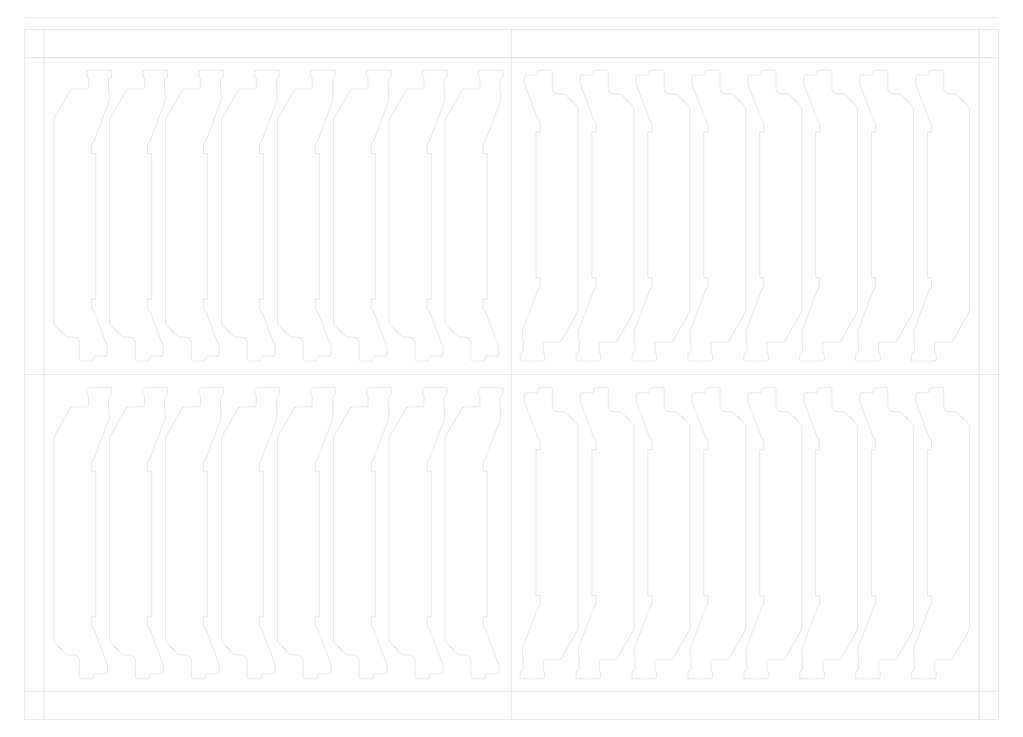
<source format=gbr>
G04 CAM350 V10.5 (Build 464) Date:  Tue Apr 18 18:24:35 2023 *
G04 Database: d:\man\2023\thang 04\0407-m9005h03700(new)\m9005h03700-00(1)them psr cho thieu ir.cam *
G04 Layer 1: outline *
%FSLAX44Y44*%
%MOMM*%
%SFA1.000B1.000*%

%MIA0B0*%
%IPPOS*%
%ADD100C,0.01000*%
%ADD101C,0.10000*%
%ADD102C,0.20000*%
%LNoutline*%
%LPD*%
G54D102*
X0Y0D03*
Y0D03*
G54D101*
X-2500000Y-1770000D02*
G01X2500000D01*
Y-1770000D02*
G01Y1770000D01*
X-2500000Y-1770000D02*
G01Y1770000D01*
Y1770000D02*
G01X2500000D01*
X-2500000Y1625000D02*
G01X2500000D01*
X-2500000Y-1625000D02*
G01X2500000D01*
X-2400000Y-1770000D02*
G01Y1770000D01*
X2400000Y-1770000D02*
G01Y1770000D01*
X-2500000Y0D02*
G01X2500000D01*
X0Y-1770000D02*
G01Y1770000D01*
X-2500000Y1830000D02*
G01X2500000D01*
G54D100*
X281787Y1430268D02*
G01X279857Y1432036D01*
X277781Y1433630*
X275574Y1435036*
X273252Y1436244*
X270834Y1437246*
X268338Y1438033*
X265783Y1438599*
X263188Y1438941*
X260574Y1439055*
X239000*
X236385Y1439169*
X233791Y1439511*
X231235Y1440077*
X228739Y1440864*
X226321Y1441866*
X224000Y1443074*
X221793Y1444480*
X219716Y1446074*
X217787Y1447842*
X216019Y1449771*
X214425Y1451848*
X213019Y1454055*
X211811Y1456376*
X210809Y1458794*
X210022Y1461290*
X209456Y1463846*
X209114Y1466440*
X209000Y1469055*
Y1552055*
X208962Y1552925*
X208849Y1553788*
X208661Y1554638*
X208399Y1555469*
X208067Y1556273*
X207665Y1557046*
X207199Y1557781*
X206669Y1558472*
X206082Y1559115*
X205441Y1559704*
X204751Y1560236*
X204018Y1560705*
X203247Y1561108*
X202443Y1561444*
X201613Y1561707*
X200764Y1561898*
X199901Y1562014*
X199000Y1562055*
X145000*
X144128Y1562017*
X143265Y1561903*
X142415Y1561715*
X141585Y1561454*
X140780Y1561121*
X140008Y1560720*
X139273Y1560253*
X138581Y1559723*
X137939Y1559136*
X137350Y1558495*
X136819Y1557805*
X136349Y1557072*
X135946Y1556300*
X135611Y1555497*
X135347Y1554667*
X135157Y1553817*
X135041Y1552954*
X135000Y1552055*
Y1545555*
X134962Y1544685*
X134849Y1543822*
X134661Y1542972*
X134399Y1542141*
X134067Y1541337*
X133665Y1540564*
X133199Y1539829*
X132669Y1539138*
X132082Y1538495*
X131441Y1537906*
X130751Y1537375*
X130018Y1536905*
X129247Y1536502*
X128443Y1536166*
X127613Y1535903*
X126764Y1535712*
X125901Y1535596*
X125000Y1535555*
X75000*
X74128Y1535517*
X73264Y1535403*
X72412Y1535214*
X71580Y1534952*
X70774Y1534618*
X70000Y1534215*
X69264Y1533747*
X68572Y1533215*
X67929Y1532626*
X67340Y1531983*
X66808Y1531291*
X66340Y1530555*
X65937Y1529781*
X65603Y1528975*
X65341Y1528143*
X65152Y1527291*
X65038Y1526427*
X65000Y1525555*
Y1493016*
X65026Y1492297*
X65103Y1491582*
X65232Y1490875*
X65411Y1490179*
X65641Y1489494*
X135148Y1304787*
X135461Y1304047*
X135833Y1303334*
X136261Y1302653*
X136743Y1302008*
X137274Y1301404*
X137853Y1300845*
X138474Y1300335*
X139134Y1299876*
X139830Y1299471*
X140559Y1299122*
X141306Y1298763*
X142023Y1298343*
X142702Y1297865*
X143339Y1297332*
X143929Y1296748*
X144470Y1296117*
X144956Y1295444*
X145384Y1294732*
X145752Y1293988*
X146057Y1293215*
X146296Y1292420*
X146469Y1291608*
X146574Y1290784*
X146610Y1289935*
Y1248565*
X146591Y1248128*
X146534Y1247696*
X146439Y1247270*
X146308Y1246854*
X146141Y1246451*
X145940Y1246064*
X145705Y1245696*
X145440Y1245350*
X145145Y1245029*
X144823Y1244734*
X144477Y1244469*
X144109Y1244234*
X143722Y1244033*
X143319Y1243866*
X142903Y1243735*
X142477Y1243641*
X142045Y1243584*
X141610Y1243565*
X125210*
Y496305*
X141610*
X142046Y496286*
X142478Y496229*
X142904Y496135*
X143320Y496003*
X143723Y495837*
X144110Y495635*
X144478Y495401*
X144824Y495135*
X145146Y494841*
X145440Y494519*
X145706Y494173*
X145940Y493805*
X146142Y493418*
X146308Y493015*
X146440Y492599*
X146534Y492173*
X146591Y491741*
X146610Y491305*
Y449935*
X146575Y449103*
X146472Y448279*
X146301Y447467*
X146062Y446671*
X145759Y445898*
X145392Y445153*
X144965Y444440*
X144480Y443766*
X143941Y443134*
X143352Y442549*
X142716Y442015*
X142037Y441536*
X141322Y441114*
X140560Y440748*
X139834Y440401*
X139139Y439996*
X138478Y439537*
X137857Y439027*
X137278Y438468*
X136747Y437864*
X136265Y437220*
X135837Y436539*
X135465Y435825*
X135151Y435083*
X56641Y226453*
X56412Y225772*
X56233Y225075*
X56104Y224368*
X56026Y223653*
X56000Y222931*
Y181935*
X56019Y181504*
X56074Y181077*
X56166Y180656*
X56294Y180245*
X56457Y179846*
X56654Y179462*
X56883Y179097*
X57143Y178753*
X57431Y178433*
X57751Y178135*
X58065Y177841*
X58354Y177521*
X58614Y177178*
X58844Y176813*
X59041Y176430*
X59205Y176031*
X59333Y175620*
X59426Y175199*
X59482Y174771*
X59501Y174335*
Y120087*
X59463Y119214*
X59349Y118349*
X59160Y117497*
X58897Y116665*
X58563Y115859*
X58160Y115086*
X57692Y114350*
X57160Y113658*
X56572Y113016*
X51624Y108068*
X51066Y107551*
X50472Y107079*
X49843Y106653*
X49184Y106276*
X48499Y105951*
X47785Y105676*
X47399Y105526*
X47027Y105345*
X46672Y105134*
X46335Y104894*
X46019Y104627*
X45726Y104335*
X45459Y104020*
X45218Y103684*
X45006Y103329*
X44824Y102957*
X44673Y102572*
X44555Y102176*
X44470Y101771*
X44418Y101361*
X44401Y100944*
Y72945*
X44420Y72509*
X44477Y72077*
X44571Y71651*
X44703Y71235*
X44869Y70832*
X45071Y70445*
X45305Y70077*
X45571Y69731*
X45865Y69409*
X46187Y69115*
X46533Y68849*
X46901Y68615*
X47288Y68413*
X47691Y68247*
X48107Y68115*
X48533Y68021*
X48965Y67964*
X49401Y67945*
X158907*
X159341Y67964*
X159773Y68021*
X160198Y68115*
X160613Y68245*
X161016Y68412*
X161406Y68615*
X167901Y72364*
X168268Y72598*
X168614Y72863*
X168936Y73158*
X169231Y73480*
X169496Y73826*
X169731Y74193*
X169932Y74580*
X170099Y74983*
X170230Y75399*
X170325Y75825*
X170382Y76257*
X170401Y76694*
Y100944*
X170384Y101356*
X170333Y101767*
X170248Y102171*
X170130Y102568*
X169980Y102953*
X169798Y103324*
X169586Y103680*
X169346Y104016*
X169079Y104332*
X168786Y104624*
X168470Y104891*
X168134Y105131*
X167768Y105348*
X167055Y105771*
X166380Y106249*
X165748Y106782*
X165161Y107365*
X164625Y107995*
X164143Y108667*
X163718Y109377*
X163353Y110119*
X163050Y110888*
X162813Y111681*
X162641Y112490*
X162537Y113310*
X162501Y114157*
Y157935*
X162531Y158632*
X162623Y159324*
X162774Y160006*
X162983Y160671*
X163251Y161316*
X163573Y161935*
X163948Y162524*
X164373Y163077*
X164844Y163592*
X165359Y164063*
X165912Y164488*
X166501Y164863*
X167120Y165185*
X167765Y165453*
X168430Y165662*
X169112Y165813*
X169804Y165905*
X170501Y165935*
X239340*
X241084Y166011*
X242813Y166239*
X244517Y166616*
X246181Y167141*
X247793Y167809*
X249340Y168615*
X250812Y169552*
X252196Y170614*
X253483Y171793*
X254661Y173079*
X255724Y174463*
X256661Y175935*
X336981Y315054*
X338187Y317370*
X339187Y319783*
X339974Y322274*
X340541Y324824*
X340884Y327413*
X341000Y330054*
Y1358629*
X340886Y1361238*
X340546Y1363828*
X339982Y1366378*
X339198Y1368870*
X338200Y1371283*
X336996Y1373601*
X335596Y1375806*
X334008Y1377880*
X332213Y1379842*
X281787Y1430268*
X568787D02*
G01X566857Y1432036D01*
X564781Y1433630*
X562574Y1435036*
X560252Y1436244*
X557834Y1437246*
X555338Y1438033*
X552783Y1438599*
X550188Y1438941*
X547574Y1439055*
X526000*
X523385Y1439169*
X520791Y1439511*
X518235Y1440077*
X515739Y1440864*
X513321Y1441866*
X511000Y1443074*
X508793Y1444480*
X506716Y1446074*
X504787Y1447842*
X503019Y1449771*
X501425Y1451848*
X500019Y1454055*
X498811Y1456376*
X497809Y1458794*
X497022Y1461290*
X496456Y1463846*
X496114Y1466440*
X496000Y1469055*
Y1552055*
X495962Y1552925*
X495849Y1553788*
X495661Y1554638*
X495399Y1555469*
X495067Y1556273*
X494665Y1557046*
X494199Y1557781*
X493669Y1558472*
X493082Y1559115*
X492441Y1559704*
X491751Y1560236*
X491018Y1560705*
X490247Y1561108*
X489443Y1561444*
X488613Y1561707*
X487764Y1561898*
X486901Y1562014*
X486000Y1562055*
X432000*
X431128Y1562017*
X430265Y1561903*
X429415Y1561715*
X428585Y1561454*
X427780Y1561121*
X427008Y1560720*
X426273Y1560253*
X425581Y1559723*
X424939Y1559136*
X424350Y1558495*
X423819Y1557805*
X423349Y1557072*
X422946Y1556300*
X422611Y1555497*
X422347Y1554667*
X422156Y1553817*
X422041Y1552954*
X422000Y1552055*
Y1545555*
X421962Y1544685*
X421849Y1543822*
X421661Y1542972*
X421399Y1542141*
X421067Y1541337*
X420665Y1540564*
X420199Y1539829*
X419669Y1539138*
X419082Y1538495*
X418441Y1537906*
X417751Y1537375*
X417018Y1536905*
X416247Y1536502*
X415443Y1536166*
X414613Y1535903*
X413764Y1535712*
X412901Y1535596*
X412000Y1535555*
X362000*
X361128Y1535517*
X360264Y1535403*
X359412Y1535214*
X358580Y1534952*
X357774Y1534618*
X357000Y1534215*
X356264Y1533747*
X355572Y1533215*
X354929Y1532626*
X354340Y1531983*
X353808Y1531291*
X353340Y1530555*
X352937Y1529781*
X352603Y1528975*
X352341Y1528143*
X352152Y1527291*
X352038Y1526427*
X352000Y1525555*
Y1493016*
X352026Y1492297*
X352103Y1491582*
X352232Y1490875*
X352411Y1490179*
X352641Y1489494*
X422148Y1304787*
X422461Y1304047*
X422833Y1303334*
X423261Y1302653*
X423743Y1302008*
X424274Y1301404*
X424853Y1300845*
X425474Y1300335*
X426134Y1299876*
X426830Y1299471*
X427559Y1299122*
X428306Y1298763*
X429023Y1298343*
X429702Y1297865*
X430339Y1297332*
X430929Y1296748*
X431470Y1296117*
X431956Y1295444*
X432384Y1294732*
X432752Y1293988*
X433057Y1293215*
X433296Y1292420*
X433469Y1291608*
X433574Y1290784*
X433610Y1289935*
Y1248565*
X433591Y1248128*
X433534Y1247696*
X433439Y1247270*
X433308Y1246854*
X433141Y1246451*
X432940Y1246064*
X432705Y1245696*
X432440Y1245350*
X432145Y1245029*
X431823Y1244734*
X431477Y1244469*
X431109Y1244234*
X430722Y1244033*
X430319Y1243866*
X429903Y1243735*
X429477Y1243641*
X429045Y1243584*
X428610Y1243565*
X412210*
Y496305*
X428610*
X429046Y496286*
X429478Y496229*
X429904Y496135*
X430320Y496003*
X430723Y495837*
X431110Y495635*
X431478Y495401*
X431824Y495135*
X432146Y494841*
X432440Y494519*
X432706Y494173*
X432940Y493805*
X433142Y493418*
X433308Y493015*
X433440Y492599*
X433534Y492173*
X433591Y491741*
X433610Y491305*
Y449935*
X433575Y449103*
X433472Y448279*
X433301Y447467*
X433062Y446671*
X432759Y445898*
X432392Y445153*
X431965Y444440*
X431480Y443766*
X430941Y443134*
X430352Y442549*
X429716Y442015*
X429037Y441536*
X428322Y441114*
X427560Y440748*
X426834Y440401*
X426139Y439996*
X425478Y439537*
X424857Y439027*
X424278Y438468*
X423747Y437864*
X423265Y437220*
X422837Y436539*
X422465Y435825*
X422151Y435083*
X343641Y226453*
X343412Y225772*
X343233Y225075*
X343104Y224368*
X343026Y223653*
X343000Y222931*
Y181935*
X343019Y181504*
X343074Y181077*
X343166Y180656*
X343294Y180245*
X343457Y179846*
X343654Y179462*
X343883Y179097*
X344143Y178753*
X344431Y178433*
X344751Y178135*
X345065Y177841*
X345354Y177521*
X345614Y177178*
X345844Y176813*
X346041Y176430*
X346205Y176031*
X346333Y175620*
X346426Y175199*
X346482Y174771*
X346501Y174335*
Y120087*
X346463Y119214*
X346349Y118349*
X346160Y117497*
X345897Y116665*
X345563Y115859*
X345160Y115086*
X344692Y114350*
X344160Y113658*
X343572Y113016*
X338624Y108068*
X338066Y107551*
X337472Y107079*
X336843Y106653*
X336184Y106276*
X335499Y105951*
X334785Y105676*
X334399Y105526*
X334027Y105345*
X333672Y105134*
X333335Y104894*
X333019Y104627*
X332726Y104335*
X332459Y104020*
X332218Y103684*
X332006Y103329*
X331824Y102957*
X331673Y102572*
X331555Y102176*
X331470Y101771*
X331418Y101361*
X331401Y100944*
Y72945*
X331420Y72509*
X331477Y72077*
X331571Y71651*
X331703Y71235*
X331869Y70832*
X332071Y70445*
X332305Y70077*
X332571Y69731*
X332865Y69409*
X333187Y69115*
X333533Y68849*
X333901Y68615*
X334288Y68413*
X334691Y68247*
X335107Y68115*
X335533Y68021*
X335965Y67964*
X336401Y67945*
X445906*
X446341Y67964*
X446773Y68021*
X447198Y68115*
X447613Y68245*
X448016Y68412*
X448406Y68615*
X454901Y72364*
X455268Y72598*
X455614Y72863*
X455936Y73158*
X456231Y73480*
X456496Y73826*
X456731Y74193*
X456932Y74580*
X457099Y74983*
X457230Y75399*
X457325Y75825*
X457382Y76257*
X457401Y76694*
Y100944*
X457384Y101356*
X457333Y101767*
X457248Y102171*
X457130Y102568*
X456980Y102953*
X456798Y103324*
X456586Y103680*
X456346Y104016*
X456079Y104332*
X455786Y104624*
X455470Y104891*
X455134Y105131*
X454768Y105348*
X454055Y105771*
X453380Y106249*
X452748Y106782*
X452161Y107365*
X451625Y107995*
X451143Y108667*
X450718Y109377*
X450353Y110119*
X450050Y110888*
X449813Y111681*
X449641Y112490*
X449537Y113310*
X449501Y114157*
Y157935*
X449531Y158632*
X449623Y159324*
X449774Y160006*
X449983Y160671*
X450251Y161316*
X450573Y161935*
X450948Y162524*
X451373Y163077*
X451844Y163592*
X452359Y164063*
X452912Y164488*
X453501Y164863*
X454120Y165185*
X454765Y165453*
X455430Y165662*
X456112Y165813*
X456804Y165905*
X457501Y165935*
X526340*
X528084Y166011*
X529813Y166239*
X531517Y166616*
X533181Y167141*
X534793Y167809*
X536340Y168615*
X537812Y169552*
X539196Y170614*
X540483Y171793*
X541661Y173079*
X542724Y174463*
X543661Y175935*
X623981Y315054*
X625187Y317370*
X626187Y319783*
X626974Y322274*
X627541Y324824*
X627884Y327413*
X628000Y330054*
Y1358629*
X627886Y1361238*
X627546Y1363828*
X626982Y1366378*
X626198Y1368870*
X625200Y1371283*
X623996Y1373601*
X622596Y1375806*
X621008Y1377880*
X619213Y1379842*
X568787Y1430268*
X855787D02*
G01X853857Y1432036D01*
X851781Y1433630*
X849574Y1435036*
X847252Y1436244*
X844834Y1437246*
X842338Y1438033*
X839783Y1438599*
X837188Y1438941*
X834574Y1439055*
X813000*
X810385Y1439169*
X807791Y1439511*
X805235Y1440077*
X802739Y1440864*
X800321Y1441866*
X798000Y1443074*
X795793Y1444480*
X793716Y1446074*
X791787Y1447842*
X790019Y1449771*
X788425Y1451848*
X787019Y1454055*
X785811Y1456376*
X784809Y1458794*
X784022Y1461290*
X783456Y1463846*
X783114Y1466440*
X783000Y1469055*
Y1552055*
X782962Y1552925*
X782849Y1553788*
X782661Y1554638*
X782399Y1555469*
X782067Y1556273*
X781665Y1557046*
X781199Y1557781*
X780669Y1558472*
X780082Y1559115*
X779441Y1559704*
X778751Y1560236*
X778018Y1560705*
X777247Y1561108*
X776443Y1561444*
X775613Y1561707*
X774764Y1561898*
X773901Y1562014*
X773000Y1562055*
X719000*
X718128Y1562017*
X717265Y1561903*
X716415Y1561715*
X715585Y1561454*
X714780Y1561121*
X714008Y1560720*
X713273Y1560253*
X712581Y1559723*
X711939Y1559136*
X711350Y1558495*
X710819Y1557805*
X710349Y1557072*
X709946Y1556300*
X709611Y1555497*
X709347Y1554667*
X709157Y1553817*
X709041Y1552954*
X709000Y1552055*
Y1545555*
X708962Y1544685*
X708849Y1543822*
X708661Y1542972*
X708399Y1542141*
X708067Y1541337*
X707665Y1540564*
X707199Y1539829*
X706669Y1539138*
X706082Y1538495*
X705441Y1537906*
X704751Y1537375*
X704018Y1536905*
X703247Y1536502*
X702443Y1536166*
X701613Y1535903*
X700764Y1535712*
X699901Y1535596*
X699000Y1535555*
X649000*
X648128Y1535517*
X647264Y1535403*
X646412Y1535214*
X645580Y1534952*
X644774Y1534618*
X644000Y1534215*
X643264Y1533747*
X642572Y1533215*
X641929Y1532626*
X641340Y1531983*
X640808Y1531291*
X640340Y1530555*
X639937Y1529781*
X639603Y1528975*
X639341Y1528143*
X639152Y1527291*
X639038Y1526427*
X639000Y1525555*
Y1493016*
X639026Y1492297*
X639103Y1491582*
X639232Y1490875*
X639411Y1490179*
X639641Y1489494*
X709148Y1304787*
X709461Y1304047*
X709833Y1303334*
X710261Y1302653*
X710743Y1302008*
X711274Y1301404*
X711853Y1300845*
X712474Y1300335*
X713134Y1299876*
X713830Y1299471*
X714559Y1299122*
X715306Y1298763*
X716023Y1298343*
X716702Y1297865*
X717339Y1297332*
X717929Y1296748*
X718470Y1296117*
X718956Y1295444*
X719384Y1294732*
X719752Y1293988*
X720057Y1293215*
X720296Y1292420*
X720469Y1291608*
X720574Y1290784*
X720610Y1289935*
Y1248565*
X720591Y1248128*
X720534Y1247696*
X720439Y1247270*
X720308Y1246854*
X720141Y1246451*
X719940Y1246064*
X719705Y1245696*
X719440Y1245350*
X719145Y1245029*
X718823Y1244734*
X718477Y1244469*
X718109Y1244234*
X717722Y1244033*
X717319Y1243866*
X716903Y1243735*
X716477Y1243641*
X716045Y1243584*
X715610Y1243565*
X699210*
Y496305*
X715610*
X716046Y496286*
X716478Y496229*
X716904Y496135*
X717320Y496003*
X717723Y495837*
X718110Y495635*
X718478Y495401*
X718824Y495135*
X719146Y494841*
X719440Y494519*
X719706Y494173*
X719940Y493805*
X720142Y493418*
X720308Y493015*
X720440Y492599*
X720534Y492173*
X720591Y491741*
X720610Y491305*
Y449935*
X720575Y449103*
X720472Y448279*
X720301Y447467*
X720062Y446671*
X719759Y445898*
X719392Y445153*
X718965Y444440*
X718480Y443766*
X717941Y443134*
X717352Y442549*
X716716Y442015*
X716037Y441536*
X715322Y441114*
X714560Y440748*
X713834Y440401*
X713139Y439996*
X712478Y439537*
X711857Y439027*
X711278Y438468*
X710747Y437864*
X710265Y437220*
X709837Y436539*
X709465Y435825*
X709151Y435083*
X630641Y226453*
X630412Y225772*
X630233Y225075*
X630104Y224368*
X630026Y223653*
X630000Y222931*
Y181935*
X630019Y181504*
X630074Y181077*
X630166Y180656*
X630294Y180245*
X630457Y179846*
X630654Y179462*
X630883Y179097*
X631143Y178753*
X631431Y178433*
X631751Y178135*
X632065Y177841*
X632354Y177521*
X632614Y177178*
X632844Y176813*
X633041Y176430*
X633205Y176031*
X633333Y175620*
X633426Y175199*
X633482Y174771*
X633501Y174335*
Y120087*
X633463Y119214*
X633349Y118349*
X633160Y117497*
X632897Y116665*
X632563Y115859*
X632160Y115086*
X631692Y114350*
X631160Y113658*
X630572Y113016*
X625624Y108068*
X625066Y107551*
X624472Y107079*
X623843Y106653*
X623184Y106276*
X622499Y105951*
X621785Y105676*
X621399Y105526*
X621027Y105345*
X620672Y105134*
X620335Y104894*
X620019Y104627*
X619726Y104335*
X619459Y104020*
X619218Y103684*
X619006Y103329*
X618824Y102957*
X618673Y102572*
X618555Y102176*
X618470Y101771*
X618418Y101361*
X618401Y100944*
Y72945*
X618420Y72509*
X618477Y72077*
X618571Y71651*
X618703Y71235*
X618869Y70832*
X619071Y70445*
X619305Y70077*
X619571Y69731*
X619865Y69409*
X620187Y69115*
X620533Y68849*
X620901Y68615*
X621288Y68413*
X621691Y68247*
X622107Y68115*
X622533Y68021*
X622965Y67964*
X623401Y67945*
X732907*
X733341Y67964*
X733773Y68021*
X734198Y68115*
X734613Y68245*
X735016Y68412*
X735406Y68615*
X741901Y72364*
X742268Y72598*
X742614Y72863*
X742936Y73158*
X743231Y73480*
X743496Y73826*
X743731Y74193*
X743932Y74580*
X744099Y74983*
X744230Y75399*
X744325Y75825*
X744382Y76257*
X744401Y76694*
Y100944*
X744384Y101356*
X744333Y101767*
X744248Y102171*
X744130Y102568*
X743980Y102953*
X743798Y103324*
X743586Y103680*
X743346Y104016*
X743079Y104332*
X742786Y104624*
X742470Y104891*
X742134Y105131*
X741768Y105348*
X741055Y105771*
X740380Y106249*
X739748Y106782*
X739161Y107365*
X738625Y107995*
X738143Y108667*
X737718Y109377*
X737353Y110119*
X737050Y110888*
X736813Y111681*
X736641Y112490*
X736537Y113310*
X736501Y114157*
Y157935*
X736531Y158632*
X736623Y159324*
X736774Y160006*
X736983Y160671*
X737251Y161316*
X737573Y161935*
X737948Y162524*
X738373Y163077*
X738844Y163592*
X739359Y164063*
X739912Y164488*
X740501Y164863*
X741120Y165185*
X741765Y165453*
X742430Y165662*
X743112Y165813*
X743804Y165905*
X744501Y165935*
X813340*
X815084Y166011*
X816813Y166239*
X818517Y166616*
X820181Y167141*
X821793Y167809*
X823340Y168615*
X824812Y169552*
X826196Y170614*
X827483Y171793*
X828661Y173079*
X829724Y174463*
X830661Y175935*
X910981Y315054*
X912187Y317370*
X913187Y319783*
X913974Y322274*
X914541Y324824*
X914884Y327413*
X915000Y330054*
Y1358629*
X914886Y1361238*
X914546Y1363828*
X913982Y1366378*
X913198Y1368870*
X912200Y1371283*
X910996Y1373601*
X909596Y1375806*
X908008Y1377880*
X906213Y1379842*
X855787Y1430268*
X1142787D02*
G01X1140857Y1432036D01*
X1138781Y1433630*
X1136574Y1435036*
X1134252Y1436244*
X1131834Y1437246*
X1129338Y1438033*
X1126783Y1438599*
X1124188Y1438941*
X1121574Y1439055*
X1100000*
X1097385Y1439169*
X1094791Y1439511*
X1092235Y1440077*
X1089739Y1440864*
X1087321Y1441866*
X1085000Y1443074*
X1082793Y1444480*
X1080716Y1446074*
X1078787Y1447842*
X1077019Y1449771*
X1075425Y1451848*
X1074019Y1454055*
X1072811Y1456376*
X1071809Y1458794*
X1071022Y1461290*
X1070456Y1463846*
X1070114Y1466440*
X1070000Y1469055*
Y1552055*
X1069962Y1552925*
X1069849Y1553788*
X1069661Y1554638*
X1069399Y1555469*
X1069067Y1556273*
X1068665Y1557046*
X1068199Y1557781*
X1067669Y1558472*
X1067082Y1559115*
X1066441Y1559704*
X1065751Y1560236*
X1065018Y1560705*
X1064247Y1561108*
X1063443Y1561444*
X1062613Y1561707*
X1061764Y1561898*
X1060901Y1562014*
X1060000Y1562055*
X1006000*
X1005128Y1562017*
X1004265Y1561903*
X1003415Y1561715*
X1002585Y1561454*
X1001780Y1561121*
X1001008Y1560720*
X1000273Y1560253*
X999581Y1559723*
X998939Y1559136*
X998350Y1558495*
X997819Y1557805*
X997349Y1557072*
X996946Y1556300*
X996611Y1555497*
X996347Y1554667*
X996157Y1553817*
X996041Y1552954*
X996000Y1552055*
Y1545555*
X995962Y1544685*
X995849Y1543822*
X995661Y1542972*
X995399Y1542141*
X995067Y1541337*
X994665Y1540564*
X994199Y1539829*
X993669Y1539138*
X993082Y1538495*
X992441Y1537906*
X991751Y1537375*
X991018Y1536905*
X990247Y1536502*
X989443Y1536166*
X988613Y1535903*
X987764Y1535712*
X986901Y1535596*
X986000Y1535555*
X936000*
X935128Y1535517*
X934264Y1535403*
X933412Y1535214*
X932580Y1534952*
X931774Y1534618*
X931000Y1534215*
X930264Y1533747*
X929572Y1533215*
X928929Y1532626*
X928340Y1531983*
X927808Y1531291*
X927340Y1530555*
X926937Y1529781*
X926603Y1528975*
X926341Y1528143*
X926152Y1527291*
X926038Y1526427*
X926000Y1525555*
Y1493016*
X926026Y1492297*
X926103Y1491582*
X926232Y1490875*
X926411Y1490179*
X926641Y1489494*
X996148Y1304787*
X996461Y1304047*
X996833Y1303334*
X997261Y1302653*
X997743Y1302008*
X998274Y1301404*
X998853Y1300845*
X999474Y1300335*
X1000134Y1299876*
X1000830Y1299471*
X1001559Y1299122*
X1002306Y1298763*
X1003023Y1298343*
X1003702Y1297865*
X1004339Y1297332*
X1004929Y1296748*
X1005470Y1296117*
X1005956Y1295444*
X1006384Y1294732*
X1006752Y1293988*
X1007057Y1293215*
X1007296Y1292420*
X1007469Y1291608*
X1007574Y1290784*
X1007610Y1289935*
Y1248565*
X1007591Y1248128*
X1007534Y1247696*
X1007439Y1247270*
X1007308Y1246854*
X1007141Y1246451*
X1006940Y1246064*
X1006705Y1245696*
X1006440Y1245350*
X1006145Y1245029*
X1005823Y1244734*
X1005477Y1244469*
X1005109Y1244234*
X1004722Y1244033*
X1004319Y1243866*
X1003903Y1243735*
X1003477Y1243641*
X1003045Y1243584*
X1002610Y1243565*
X986210*
Y496305*
X1002610*
X1003046Y496286*
X1003478Y496229*
X1003904Y496135*
X1004320Y496003*
X1004723Y495837*
X1005110Y495635*
X1005478Y495401*
X1005824Y495135*
X1006146Y494841*
X1006440Y494519*
X1006706Y494173*
X1006940Y493805*
X1007142Y493418*
X1007308Y493015*
X1007440Y492599*
X1007534Y492173*
X1007591Y491741*
X1007610Y491305*
Y449935*
X1007575Y449103*
X1007472Y448279*
X1007301Y447467*
X1007062Y446671*
X1006759Y445898*
X1006392Y445153*
X1005965Y444440*
X1005480Y443766*
X1004941Y443134*
X1004352Y442549*
X1003716Y442015*
X1003037Y441536*
X1002322Y441114*
X1001560Y440748*
X1000834Y440401*
X1000139Y439996*
X999478Y439537*
X998857Y439027*
X998278Y438468*
X997747Y437864*
X997265Y437220*
X996837Y436539*
X996465Y435825*
X996151Y435083*
X917641Y226453*
X917412Y225772*
X917233Y225075*
X917104Y224368*
X917026Y223653*
X917000Y222931*
Y181935*
X917019Y181504*
X917074Y181077*
X917166Y180656*
X917294Y180245*
X917457Y179846*
X917654Y179462*
X917883Y179097*
X918143Y178753*
X918431Y178433*
X918751Y178135*
X919065Y177841*
X919354Y177521*
X919614Y177178*
X919844Y176813*
X920041Y176430*
X920205Y176031*
X920333Y175620*
X920426Y175199*
X920482Y174771*
X920501Y174335*
Y120087*
X920463Y119214*
X920349Y118349*
X920160Y117497*
X919897Y116665*
X919563Y115859*
X919160Y115086*
X918692Y114350*
X918160Y113658*
X917572Y113016*
X912624Y108068*
X912066Y107551*
X911472Y107079*
X910843Y106653*
X910184Y106276*
X909499Y105951*
X908785Y105676*
X908399Y105526*
X908027Y105345*
X907672Y105134*
X907335Y104894*
X907019Y104627*
X906726Y104335*
X906459Y104020*
X906218Y103684*
X906006Y103329*
X905824Y102957*
X905673Y102572*
X905555Y102176*
X905470Y101771*
X905418Y101361*
X905401Y100944*
Y72945*
X905420Y72509*
X905477Y72077*
X905571Y71651*
X905703Y71235*
X905869Y70832*
X906071Y70445*
X906305Y70077*
X906571Y69731*
X906865Y69409*
X907187Y69115*
X907533Y68849*
X907901Y68615*
X908288Y68413*
X908691Y68247*
X909107Y68115*
X909533Y68021*
X909965Y67964*
X910401Y67945*
X1019907*
X1020341Y67964*
X1020773Y68021*
X1021198Y68115*
X1021613Y68245*
X1022016Y68412*
X1022406Y68615*
X1028901Y72364*
X1029268Y72598*
X1029614Y72863*
X1029936Y73158*
X1030231Y73480*
X1030496Y73826*
X1030731Y74193*
X1030932Y74580*
X1031099Y74983*
X1031230Y75399*
X1031325Y75825*
X1031382Y76257*
X1031401Y76694*
Y100944*
X1031384Y101356*
X1031333Y101767*
X1031248Y102171*
X1031130Y102568*
X1030980Y102953*
X1030798Y103324*
X1030586Y103680*
X1030346Y104016*
X1030079Y104332*
X1029786Y104624*
X1029470Y104891*
X1029134Y105131*
X1028768Y105348*
X1028055Y105771*
X1027380Y106249*
X1026748Y106782*
X1026161Y107365*
X1025625Y107995*
X1025143Y108667*
X1024718Y109377*
X1024353Y110119*
X1024050Y110888*
X1023813Y111681*
X1023641Y112490*
X1023537Y113310*
X1023501Y114157*
Y157935*
X1023531Y158632*
X1023623Y159324*
X1023774Y160006*
X1023983Y160671*
X1024251Y161316*
X1024573Y161935*
X1024948Y162524*
X1025373Y163077*
X1025844Y163592*
X1026359Y164063*
X1026912Y164488*
X1027501Y164863*
X1028120Y165185*
X1028765Y165453*
X1029430Y165662*
X1030112Y165813*
X1030804Y165905*
X1031501Y165935*
X1100340*
X1102084Y166011*
X1103813Y166239*
X1105517Y166616*
X1107181Y167141*
X1108793Y167809*
X1110340Y168615*
X1111812Y169552*
X1113196Y170614*
X1114483Y171793*
X1115661Y173079*
X1116724Y174463*
X1117661Y175935*
X1197981Y315054*
X1199187Y317370*
X1200187Y319783*
X1200974Y322274*
X1201541Y324824*
X1201884Y327413*
X1202000Y330054*
Y1358629*
X1201886Y1361238*
X1201546Y1363828*
X1200982Y1366378*
X1200198Y1368870*
X1199200Y1371283*
X1197996Y1373601*
X1196596Y1375806*
X1195008Y1377880*
X1193213Y1379842*
X1142787Y1430268*
X1429787D02*
G01X1427857Y1432036D01*
X1425781Y1433630*
X1423574Y1435036*
X1421252Y1436244*
X1418834Y1437246*
X1416338Y1438033*
X1413783Y1438599*
X1411188Y1438941*
X1408574Y1439055*
X1387000*
X1384385Y1439169*
X1381791Y1439511*
X1379235Y1440077*
X1376739Y1440864*
X1374321Y1441866*
X1372000Y1443074*
X1369793Y1444480*
X1367716Y1446074*
X1365787Y1447842*
X1364019Y1449771*
X1362425Y1451848*
X1361019Y1454055*
X1359811Y1456376*
X1358809Y1458794*
X1358022Y1461290*
X1357456Y1463846*
X1357114Y1466440*
X1357000Y1469055*
Y1552055*
X1356962Y1552925*
X1356849Y1553788*
X1356661Y1554638*
X1356399Y1555469*
X1356067Y1556273*
X1355665Y1557046*
X1355199Y1557781*
X1354669Y1558472*
X1354082Y1559115*
X1353441Y1559704*
X1352751Y1560236*
X1352018Y1560705*
X1351247Y1561108*
X1350443Y1561444*
X1349613Y1561707*
X1348764Y1561898*
X1347901Y1562014*
X1347000Y1562055*
X1293000*
X1292128Y1562017*
X1291265Y1561903*
X1290415Y1561715*
X1289585Y1561454*
X1288780Y1561121*
X1288008Y1560720*
X1287273Y1560253*
X1286581Y1559723*
X1285939Y1559136*
X1285350Y1558495*
X1284819Y1557805*
X1284349Y1557072*
X1283946Y1556300*
X1283611Y1555497*
X1283347Y1554667*
X1283157Y1553817*
X1283041Y1552954*
X1283000Y1552055*
Y1545555*
X1282962Y1544685*
X1282849Y1543822*
X1282661Y1542972*
X1282399Y1542141*
X1282067Y1541337*
X1281665Y1540564*
X1281199Y1539829*
X1280669Y1539138*
X1280082Y1538495*
X1279441Y1537906*
X1278751Y1537375*
X1278018Y1536905*
X1277247Y1536502*
X1276443Y1536166*
X1275613Y1535903*
X1274764Y1535712*
X1273901Y1535596*
X1273000Y1535555*
X1223000*
X1222128Y1535517*
X1221264Y1535403*
X1220412Y1535214*
X1219580Y1534952*
X1218774Y1534618*
X1218000Y1534215*
X1217264Y1533747*
X1216572Y1533215*
X1215929Y1532626*
X1215340Y1531983*
X1214808Y1531291*
X1214340Y1530555*
X1213937Y1529781*
X1213603Y1528975*
X1213341Y1528143*
X1213152Y1527291*
X1213038Y1526427*
X1213000Y1525555*
Y1493016*
X1213026Y1492297*
X1213103Y1491582*
X1213232Y1490875*
X1213411Y1490179*
X1213641Y1489494*
X1283148Y1304787*
X1283461Y1304047*
X1283833Y1303334*
X1284261Y1302653*
X1284743Y1302008*
X1285274Y1301404*
X1285853Y1300845*
X1286474Y1300335*
X1287134Y1299876*
X1287830Y1299471*
X1288559Y1299122*
X1289306Y1298763*
X1290023Y1298343*
X1290702Y1297865*
X1291339Y1297332*
X1291929Y1296748*
X1292470Y1296117*
X1292956Y1295444*
X1293384Y1294732*
X1293752Y1293988*
X1294057Y1293215*
X1294296Y1292420*
X1294469Y1291608*
X1294574Y1290784*
X1294610Y1289935*
Y1248565*
X1294591Y1248128*
X1294534Y1247696*
X1294439Y1247270*
X1294308Y1246854*
X1294141Y1246451*
X1293940Y1246064*
X1293705Y1245696*
X1293440Y1245350*
X1293145Y1245029*
X1292823Y1244734*
X1292477Y1244469*
X1292109Y1244234*
X1291722Y1244033*
X1291319Y1243866*
X1290903Y1243735*
X1290477Y1243641*
X1290045Y1243584*
X1289610Y1243565*
X1273210*
Y496305*
X1289610*
X1290046Y496286*
X1290478Y496229*
X1290904Y496135*
X1291320Y496003*
X1291723Y495837*
X1292110Y495635*
X1292478Y495401*
X1292824Y495135*
X1293146Y494841*
X1293440Y494519*
X1293706Y494173*
X1293940Y493805*
X1294142Y493418*
X1294308Y493015*
X1294440Y492599*
X1294534Y492173*
X1294591Y491741*
X1294610Y491305*
Y449935*
X1294575Y449103*
X1294472Y448279*
X1294301Y447467*
X1294062Y446671*
X1293759Y445898*
X1293392Y445153*
X1292965Y444440*
X1292480Y443766*
X1291941Y443134*
X1291352Y442549*
X1290716Y442015*
X1290037Y441536*
X1289322Y441114*
X1288560Y440748*
X1287834Y440401*
X1287139Y439996*
X1286478Y439537*
X1285857Y439027*
X1285278Y438468*
X1284747Y437864*
X1284265Y437220*
X1283837Y436539*
X1283465Y435825*
X1283151Y435083*
X1204641Y226453*
X1204412Y225772*
X1204233Y225075*
X1204104Y224368*
X1204026Y223653*
X1204000Y222931*
Y181935*
X1204019Y181504*
X1204074Y181077*
X1204166Y180656*
X1204294Y180245*
X1204457Y179846*
X1204654Y179462*
X1204883Y179097*
X1205143Y178753*
X1205431Y178433*
X1205751Y178135*
X1206065Y177841*
X1206354Y177521*
X1206614Y177178*
X1206844Y176813*
X1207041Y176430*
X1207205Y176031*
X1207333Y175620*
X1207426Y175199*
X1207482Y174771*
X1207501Y174335*
Y120087*
X1207463Y119214*
X1207349Y118349*
X1207160Y117497*
X1206897Y116665*
X1206563Y115859*
X1206160Y115086*
X1205692Y114350*
X1205160Y113658*
X1204572Y113016*
X1199624Y108068*
X1199066Y107551*
X1198472Y107079*
X1197843Y106653*
X1197184Y106276*
X1196499Y105951*
X1195785Y105676*
X1195399Y105526*
X1195027Y105345*
X1194672Y105134*
X1194335Y104894*
X1194019Y104627*
X1193726Y104335*
X1193459Y104020*
X1193218Y103684*
X1193006Y103329*
X1192824Y102957*
X1192673Y102572*
X1192555Y102176*
X1192470Y101771*
X1192418Y101361*
X1192401Y100944*
Y72945*
X1192420Y72509*
X1192477Y72077*
X1192571Y71651*
X1192703Y71235*
X1192869Y70832*
X1193071Y70445*
X1193305Y70077*
X1193571Y69731*
X1193865Y69409*
X1194187Y69115*
X1194533Y68849*
X1194901Y68615*
X1195288Y68413*
X1195691Y68247*
X1196107Y68115*
X1196533Y68021*
X1196965Y67964*
X1197401Y67945*
X1306907*
X1307341Y67964*
X1307773Y68021*
X1308198Y68115*
X1308613Y68245*
X1309016Y68412*
X1309406Y68615*
X1315901Y72364*
X1316268Y72598*
X1316614Y72863*
X1316936Y73158*
X1317231Y73480*
X1317496Y73826*
X1317731Y74193*
X1317932Y74580*
X1318099Y74983*
X1318230Y75399*
X1318325Y75825*
X1318382Y76257*
X1318401Y76694*
Y100944*
X1318384Y101356*
X1318333Y101767*
X1318248Y102171*
X1318130Y102568*
X1317980Y102953*
X1317798Y103324*
X1317586Y103680*
X1317346Y104016*
X1317079Y104332*
X1316786Y104624*
X1316470Y104891*
X1316134Y105131*
X1315768Y105348*
X1315055Y105771*
X1314380Y106249*
X1313748Y106782*
X1313161Y107365*
X1312625Y107995*
X1312143Y108667*
X1311718Y109377*
X1311353Y110119*
X1311050Y110888*
X1310813Y111681*
X1310641Y112490*
X1310537Y113310*
X1310501Y114157*
Y157935*
X1310531Y158632*
X1310623Y159324*
X1310774Y160006*
X1310983Y160671*
X1311251Y161316*
X1311573Y161935*
X1311948Y162524*
X1312373Y163077*
X1312844Y163592*
X1313359Y164063*
X1313912Y164488*
X1314501Y164863*
X1315120Y165185*
X1315765Y165453*
X1316430Y165662*
X1317112Y165813*
X1317804Y165905*
X1318501Y165935*
X1387340*
X1389084Y166011*
X1390813Y166239*
X1392517Y166616*
X1394181Y167141*
X1395793Y167809*
X1397340Y168615*
X1398812Y169552*
X1400196Y170614*
X1401483Y171793*
X1402661Y173079*
X1403724Y174463*
X1404661Y175935*
X1484981Y315054*
X1486187Y317370*
X1487187Y319783*
X1487974Y322274*
X1488541Y324824*
X1488884Y327413*
X1489000Y330054*
Y1358629*
X1488886Y1361238*
X1488546Y1363828*
X1487982Y1366378*
X1487198Y1368870*
X1486200Y1371283*
X1484996Y1373601*
X1483596Y1375806*
X1482008Y1377880*
X1480213Y1379842*
X1429787Y1430268*
X1716787D02*
G01X1714857Y1432036D01*
X1712781Y1433630*
X1710574Y1435036*
X1708252Y1436244*
X1705834Y1437246*
X1703338Y1438033*
X1700783Y1438599*
X1698188Y1438941*
X1695574Y1439055*
X1674000*
X1671385Y1439169*
X1668791Y1439511*
X1666235Y1440077*
X1663739Y1440864*
X1661321Y1441866*
X1659000Y1443074*
X1656793Y1444480*
X1654716Y1446074*
X1652787Y1447842*
X1651019Y1449771*
X1649425Y1451848*
X1648019Y1454055*
X1646811Y1456376*
X1645809Y1458794*
X1645022Y1461290*
X1644456Y1463846*
X1644114Y1466440*
X1644000Y1469055*
Y1552055*
X1643962Y1552925*
X1643849Y1553788*
X1643661Y1554638*
X1643399Y1555469*
X1643067Y1556273*
X1642665Y1557046*
X1642199Y1557781*
X1641669Y1558472*
X1641082Y1559115*
X1640441Y1559704*
X1639751Y1560236*
X1639018Y1560705*
X1638247Y1561108*
X1637443Y1561444*
X1636613Y1561707*
X1635764Y1561898*
X1634901Y1562014*
X1634000Y1562055*
X1580000*
X1579128Y1562017*
X1578265Y1561903*
X1577415Y1561715*
X1576585Y1561454*
X1575780Y1561121*
X1575008Y1560720*
X1574273Y1560253*
X1573581Y1559723*
X1572939Y1559136*
X1572350Y1558495*
X1571819Y1557805*
X1571349Y1557072*
X1570946Y1556300*
X1570611Y1555497*
X1570347Y1554667*
X1570157Y1553817*
X1570041Y1552954*
X1570000Y1552055*
Y1545555*
X1569962Y1544685*
X1569849Y1543822*
X1569661Y1542972*
X1569399Y1542141*
X1569067Y1541337*
X1568665Y1540564*
X1568199Y1539829*
X1567669Y1539138*
X1567082Y1538495*
X1566441Y1537906*
X1565751Y1537375*
X1565018Y1536905*
X1564247Y1536502*
X1563443Y1536166*
X1562613Y1535903*
X1561764Y1535712*
X1560901Y1535596*
X1560000Y1535555*
X1510000*
X1509128Y1535517*
X1508264Y1535403*
X1507412Y1535214*
X1506580Y1534952*
X1505774Y1534618*
X1505000Y1534215*
X1504264Y1533747*
X1503572Y1533215*
X1502929Y1532626*
X1502340Y1531983*
X1501808Y1531291*
X1501340Y1530555*
X1500937Y1529781*
X1500603Y1528975*
X1500341Y1528143*
X1500152Y1527291*
X1500038Y1526427*
X1500000Y1525555*
Y1493016*
X1500026Y1492297*
X1500103Y1491582*
X1500232Y1490875*
X1500411Y1490179*
X1500641Y1489494*
X1570148Y1304787*
X1570461Y1304047*
X1570833Y1303334*
X1571261Y1302653*
X1571743Y1302008*
X1572274Y1301404*
X1572853Y1300845*
X1573474Y1300335*
X1574134Y1299876*
X1574830Y1299471*
X1575559Y1299122*
X1576306Y1298763*
X1577023Y1298343*
X1577702Y1297865*
X1578339Y1297332*
X1578929Y1296748*
X1579470Y1296117*
X1579956Y1295444*
X1580384Y1294732*
X1580752Y1293988*
X1581057Y1293215*
X1581296Y1292420*
X1581469Y1291608*
X1581574Y1290784*
X1581610Y1289935*
Y1248565*
X1581591Y1248128*
X1581534Y1247696*
X1581439Y1247270*
X1581308Y1246854*
X1581141Y1246451*
X1580940Y1246064*
X1580705Y1245696*
X1580440Y1245350*
X1580145Y1245029*
X1579823Y1244734*
X1579477Y1244469*
X1579109Y1244234*
X1578722Y1244033*
X1578319Y1243866*
X1577903Y1243735*
X1577477Y1243641*
X1577045Y1243584*
X1576610Y1243565*
X1560210*
Y496305*
X1576610*
X1577046Y496286*
X1577478Y496229*
X1577904Y496135*
X1578320Y496003*
X1578723Y495837*
X1579110Y495635*
X1579478Y495401*
X1579824Y495135*
X1580146Y494841*
X1580440Y494519*
X1580706Y494173*
X1580940Y493805*
X1581142Y493418*
X1581308Y493015*
X1581440Y492599*
X1581534Y492173*
X1581591Y491741*
X1581610Y491305*
Y449935*
X1581575Y449103*
X1581472Y448279*
X1581301Y447467*
X1581062Y446671*
X1580759Y445898*
X1580392Y445153*
X1579965Y444440*
X1579480Y443766*
X1578941Y443134*
X1578352Y442549*
X1577716Y442015*
X1577037Y441536*
X1576322Y441114*
X1575560Y440748*
X1574834Y440401*
X1574139Y439996*
X1573478Y439537*
X1572857Y439027*
X1572278Y438468*
X1571747Y437864*
X1571265Y437220*
X1570837Y436539*
X1570465Y435825*
X1570151Y435083*
X1491641Y226453*
X1491412Y225772*
X1491233Y225075*
X1491104Y224368*
X1491026Y223653*
X1491000Y222931*
Y181935*
X1491019Y181504*
X1491074Y181077*
X1491166Y180656*
X1491294Y180245*
X1491457Y179846*
X1491654Y179462*
X1491883Y179097*
X1492143Y178753*
X1492431Y178433*
X1492751Y178135*
X1493065Y177841*
X1493354Y177521*
X1493614Y177178*
X1493844Y176813*
X1494041Y176430*
X1494204Y176031*
X1494333Y175620*
X1494426Y175199*
X1494482Y174771*
X1494501Y174335*
Y120087*
X1494463Y119214*
X1494349Y118349*
X1494160Y117497*
X1493897Y116665*
X1493563Y115859*
X1493160Y115086*
X1492692Y114350*
X1492160Y113658*
X1491572Y113016*
X1486624Y108068*
X1486066Y107551*
X1485472Y107079*
X1484843Y106653*
X1484184Y106276*
X1483499Y105951*
X1482785Y105676*
X1482399Y105526*
X1482027Y105345*
X1481672Y105134*
X1481335Y104894*
X1481019Y104627*
X1480726Y104335*
X1480459Y104020*
X1480218Y103684*
X1480006Y103329*
X1479824Y102957*
X1479673Y102572*
X1479555Y102176*
X1479470Y101771*
X1479418Y101361*
X1479401Y100944*
Y72945*
X1479420Y72509*
X1479477Y72077*
X1479571Y71651*
X1479703Y71235*
X1479869Y70832*
X1480071Y70445*
X1480305Y70077*
X1480571Y69731*
X1480865Y69409*
X1481187Y69115*
X1481533Y68849*
X1481901Y68615*
X1482288Y68413*
X1482691Y68247*
X1483107Y68115*
X1483533Y68021*
X1483965Y67964*
X1484401Y67945*
X1593907*
X1594341Y67964*
X1594773Y68021*
X1595198Y68115*
X1595613Y68245*
X1596016Y68412*
X1596406Y68615*
X1602901Y72364*
X1603268Y72598*
X1603614Y72863*
X1603936Y73158*
X1604231Y73480*
X1604496Y73826*
X1604731Y74193*
X1604932Y74580*
X1605099Y74983*
X1605230Y75399*
X1605325Y75825*
X1605382Y76257*
X1605401Y76694*
Y100944*
X1605384Y101356*
X1605333Y101767*
X1605248Y102171*
X1605130Y102568*
X1604980Y102953*
X1604798Y103324*
X1604586Y103680*
X1604346Y104016*
X1604079Y104332*
X1603786Y104624*
X1603470Y104891*
X1603134Y105131*
X1602768Y105348*
X1602055Y105771*
X1601380Y106249*
X1600748Y106782*
X1600161Y107365*
X1599625Y107995*
X1599143Y108667*
X1598718Y109377*
X1598353Y110119*
X1598050Y110888*
X1597813Y111681*
X1597641Y112490*
X1597537Y113310*
X1597501Y114157*
Y157935*
X1597531Y158632*
X1597623Y159324*
X1597774Y160006*
X1597983Y160671*
X1598251Y161316*
X1598573Y161935*
X1598948Y162524*
X1599373Y163077*
X1599844Y163592*
X1600359Y164063*
X1600912Y164488*
X1601501Y164863*
X1602120Y165185*
X1602765Y165453*
X1603430Y165662*
X1604112Y165813*
X1604804Y165905*
X1605501Y165935*
X1674340*
X1676084Y166011*
X1677813Y166239*
X1679517Y166616*
X1681181Y167141*
X1682793Y167809*
X1684340Y168615*
X1685812Y169552*
X1687196Y170614*
X1688483Y171793*
X1689661Y173079*
X1690724Y174463*
X1691661Y175935*
X1771981Y315054*
X1773187Y317370*
X1774187Y319783*
X1774974Y322274*
X1775541Y324824*
X1775884Y327413*
X1776000Y330054*
Y1358629*
X1775886Y1361238*
X1775546Y1363828*
X1774982Y1366378*
X1774198Y1368870*
X1773200Y1371283*
X1771996Y1373601*
X1770596Y1375806*
X1769008Y1377880*
X1767213Y1379842*
X1716787Y1430268*
X2003787D02*
G01X2001857Y1432036D01*
X1999781Y1433630*
X1997574Y1435036*
X1995252Y1436244*
X1992834Y1437246*
X1990338Y1438033*
X1987783Y1438599*
X1985188Y1438941*
X1982574Y1439055*
X1961000*
X1958385Y1439169*
X1955791Y1439511*
X1953235Y1440077*
X1950739Y1440864*
X1948321Y1441866*
X1946000Y1443074*
X1943793Y1444480*
X1941716Y1446074*
X1939787Y1447842*
X1938019Y1449771*
X1936425Y1451848*
X1935019Y1454055*
X1933811Y1456376*
X1932809Y1458794*
X1932022Y1461290*
X1931456Y1463846*
X1931114Y1466440*
X1931000Y1469055*
Y1552055*
X1930962Y1552925*
X1930849Y1553788*
X1930661Y1554638*
X1930399Y1555469*
X1930067Y1556273*
X1929665Y1557046*
X1929199Y1557781*
X1928669Y1558472*
X1928082Y1559115*
X1927441Y1559704*
X1926751Y1560236*
X1926018Y1560705*
X1925247Y1561108*
X1924443Y1561444*
X1923613Y1561707*
X1922764Y1561898*
X1921901Y1562014*
X1921000Y1562055*
X1867000*
X1866128Y1562017*
X1865265Y1561903*
X1864415Y1561715*
X1863585Y1561454*
X1862780Y1561121*
X1862008Y1560720*
X1861273Y1560253*
X1860581Y1559723*
X1859939Y1559136*
X1859350Y1558495*
X1858818Y1557805*
X1858349Y1557072*
X1857946Y1556300*
X1857611Y1555497*
X1857347Y1554667*
X1857157Y1553817*
X1857041Y1552954*
X1857000Y1552055*
Y1545555*
X1856962Y1544685*
X1856849Y1543822*
X1856661Y1542972*
X1856399Y1542141*
X1856067Y1541337*
X1855665Y1540564*
X1855199Y1539829*
X1854669Y1539138*
X1854082Y1538495*
X1853441Y1537906*
X1852751Y1537375*
X1852018Y1536905*
X1851247Y1536502*
X1850443Y1536166*
X1849613Y1535903*
X1848764Y1535712*
X1847901Y1535596*
X1847000Y1535555*
X1797000*
X1796128Y1535517*
X1795264Y1535403*
X1794412Y1535214*
X1793580Y1534952*
X1792774Y1534618*
X1792000Y1534215*
X1791264Y1533747*
X1790572Y1533215*
X1789929Y1532626*
X1789340Y1531983*
X1788808Y1531291*
X1788340Y1530555*
X1787937Y1529781*
X1787603Y1528975*
X1787341Y1528143*
X1787152Y1527291*
X1787038Y1526427*
X1787000Y1525555*
Y1493016*
X1787026Y1492297*
X1787103Y1491582*
X1787232Y1490875*
X1787411Y1490179*
X1787641Y1489494*
X1857148Y1304787*
X1857461Y1304047*
X1857833Y1303334*
X1858261Y1302653*
X1858743Y1302008*
X1859274Y1301404*
X1859853Y1300845*
X1860474Y1300335*
X1861134Y1299876*
X1861830Y1299471*
X1862559Y1299122*
X1863306Y1298763*
X1864023Y1298343*
X1864702Y1297865*
X1865339Y1297332*
X1865929Y1296748*
X1866470Y1296117*
X1866956Y1295444*
X1867384Y1294732*
X1867752Y1293988*
X1868057Y1293215*
X1868296Y1292420*
X1868469Y1291608*
X1868574Y1290784*
X1868610Y1289935*
Y1248565*
X1868591Y1248128*
X1868534Y1247696*
X1868439Y1247270*
X1868308Y1246854*
X1868141Y1246451*
X1867940Y1246064*
X1867705Y1245696*
X1867440Y1245350*
X1867145Y1245029*
X1866823Y1244734*
X1866477Y1244469*
X1866109Y1244234*
X1865722Y1244033*
X1865319Y1243866*
X1864903Y1243735*
X1864477Y1243641*
X1864045Y1243584*
X1863610Y1243565*
X1847210*
Y496305*
X1863610*
X1864046Y496286*
X1864478Y496229*
X1864904Y496135*
X1865320Y496003*
X1865723Y495837*
X1866110Y495635*
X1866478Y495401*
X1866824Y495135*
X1867146Y494841*
X1867440Y494519*
X1867706Y494173*
X1867940Y493805*
X1868142Y493418*
X1868308Y493015*
X1868440Y492599*
X1868534Y492173*
X1868591Y491741*
X1868610Y491305*
Y449935*
X1868575Y449103*
X1868472Y448279*
X1868301Y447467*
X1868062Y446671*
X1867759Y445898*
X1867392Y445153*
X1866965Y444440*
X1866480Y443766*
X1865941Y443134*
X1865352Y442549*
X1864716Y442015*
X1864037Y441536*
X1863322Y441114*
X1862560Y440748*
X1861834Y440401*
X1861139Y439996*
X1860478Y439537*
X1859857Y439027*
X1859278Y438468*
X1858747Y437864*
X1858265Y437220*
X1857837Y436539*
X1857465Y435825*
X1857151Y435083*
X1778641Y226453*
X1778412Y225772*
X1778233Y225075*
X1778104Y224368*
X1778026Y223653*
X1778000Y222931*
Y181935*
X1778019Y181504*
X1778074Y181077*
X1778166Y180656*
X1778294Y180245*
X1778457Y179846*
X1778654Y179462*
X1778883Y179097*
X1779143Y178753*
X1779431Y178433*
X1779751Y178135*
X1780065Y177841*
X1780354Y177521*
X1780614Y177178*
X1780844Y176813*
X1781041Y176430*
X1781205Y176031*
X1781333Y175620*
X1781426Y175199*
X1781482Y174771*
X1781501Y174335*
Y120087*
X1781463Y119214*
X1781349Y118349*
X1781160Y117497*
X1780897Y116665*
X1780563Y115859*
X1780160Y115086*
X1779692Y114350*
X1779160Y113658*
X1778572Y113016*
X1773624Y108068*
X1773066Y107551*
X1772472Y107079*
X1771843Y106653*
X1771184Y106276*
X1770499Y105951*
X1769785Y105676*
X1769399Y105526*
X1769027Y105345*
X1768672Y105134*
X1768335Y104894*
X1768019Y104627*
X1767726Y104335*
X1767459Y104020*
X1767218Y103684*
X1767006Y103329*
X1766824Y102957*
X1766673Y102572*
X1766555Y102176*
X1766470Y101771*
X1766418Y101361*
X1766401Y100944*
Y72945*
X1766420Y72509*
X1766477Y72077*
X1766571Y71651*
X1766703Y71235*
X1766869Y70832*
X1767071Y70445*
X1767305Y70077*
X1767571Y69731*
X1767865Y69409*
X1768187Y69115*
X1768533Y68849*
X1768901Y68615*
X1769288Y68413*
X1769691Y68247*
X1770107Y68115*
X1770533Y68021*
X1770965Y67964*
X1771401Y67945*
X1880907*
X1881341Y67964*
X1881773Y68021*
X1882198Y68115*
X1882613Y68245*
X1883016Y68412*
X1883406Y68615*
X1889901Y72364*
X1890268Y72598*
X1890614Y72863*
X1890936Y73158*
X1891231Y73480*
X1891496Y73826*
X1891731Y74193*
X1891932Y74580*
X1892099Y74983*
X1892230Y75399*
X1892325Y75825*
X1892382Y76257*
X1892401Y76694*
Y100944*
X1892384Y101356*
X1892333Y101767*
X1892248Y102171*
X1892130Y102568*
X1891980Y102953*
X1891798Y103324*
X1891586Y103680*
X1891346Y104016*
X1891079Y104332*
X1890786Y104624*
X1890470Y104891*
X1890134Y105131*
X1889768Y105348*
X1889055Y105771*
X1888380Y106249*
X1887748Y106782*
X1887161Y107365*
X1886625Y107995*
X1886143Y108667*
X1885718Y109377*
X1885353Y110119*
X1885050Y110888*
X1884813Y111681*
X1884641Y112490*
X1884537Y113310*
X1884501Y114157*
Y157935*
X1884531Y158632*
X1884623Y159324*
X1884774Y160006*
X1884983Y160671*
X1885251Y161316*
X1885573Y161935*
X1885948Y162524*
X1886373Y163077*
X1886844Y163592*
X1887359Y164063*
X1887912Y164488*
X1888501Y164863*
X1889120Y165185*
X1889765Y165453*
X1890430Y165662*
X1891112Y165813*
X1891804Y165905*
X1892501Y165935*
X1961340*
X1963084Y166011*
X1964813Y166239*
X1966517Y166616*
X1968181Y167141*
X1969793Y167809*
X1971340Y168615*
X1972812Y169552*
X1974196Y170614*
X1975483Y171793*
X1976661Y173079*
X1977724Y174463*
X1978661Y175935*
X2058981Y315054*
X2060187Y317370*
X2061187Y319783*
X2061974Y322274*
X2062541Y324824*
X2062884Y327413*
X2063000Y330054*
Y1358629*
X2062886Y1361238*
X2062546Y1363828*
X2061982Y1366378*
X2061198Y1368870*
X2060200Y1371283*
X2058996Y1373601*
X2057596Y1375806*
X2056008Y1377880*
X2054213Y1379842*
X2003787Y1430268*
X2290787D02*
G01X2288857Y1432036D01*
X2286781Y1433630*
X2284574Y1435036*
X2282252Y1436244*
X2279834Y1437246*
X2277338Y1438033*
X2274783Y1438599*
X2272188Y1438941*
X2269574Y1439055*
X2248000*
X2245385Y1439169*
X2242791Y1439511*
X2240235Y1440077*
X2237739Y1440864*
X2235321Y1441866*
X2233000Y1443074*
X2230793Y1444480*
X2228716Y1446074*
X2226787Y1447842*
X2225019Y1449771*
X2223425Y1451848*
X2222019Y1454055*
X2220811Y1456376*
X2219809Y1458794*
X2219022Y1461290*
X2218456Y1463846*
X2218114Y1466440*
X2218000Y1469055*
Y1552055*
X2217962Y1552925*
X2217849Y1553788*
X2217661Y1554638*
X2217399Y1555469*
X2217067Y1556273*
X2216665Y1557046*
X2216199Y1557781*
X2215669Y1558472*
X2215082Y1559115*
X2214441Y1559704*
X2213751Y1560236*
X2213018Y1560705*
X2212247Y1561108*
X2211443Y1561444*
X2210613Y1561707*
X2209764Y1561898*
X2208901Y1562014*
X2208000Y1562055*
X2154000*
X2153128Y1562017*
X2152265Y1561903*
X2151415Y1561715*
X2150585Y1561454*
X2149780Y1561121*
X2149008Y1560720*
X2148273Y1560253*
X2147581Y1559723*
X2146939Y1559136*
X2146350Y1558495*
X2145819Y1557805*
X2145349Y1557072*
X2144946Y1556300*
X2144611Y1555497*
X2144347Y1554667*
X2144157Y1553817*
X2144041Y1552954*
X2144000Y1552055*
Y1545555*
X2143962Y1544685*
X2143849Y1543822*
X2143661Y1542972*
X2143399Y1542141*
X2143067Y1541337*
X2142665Y1540564*
X2142199Y1539829*
X2141669Y1539138*
X2141082Y1538495*
X2140441Y1537906*
X2139751Y1537375*
X2139018Y1536905*
X2138247Y1536502*
X2137443Y1536166*
X2136613Y1535903*
X2135764Y1535712*
X2134901Y1535596*
X2134000Y1535555*
X2084000*
X2083128Y1535517*
X2082264Y1535403*
X2081412Y1535214*
X2080580Y1534952*
X2079774Y1534618*
X2079000Y1534215*
X2078264Y1533747*
X2077572Y1533215*
X2076929Y1532626*
X2076340Y1531983*
X2075808Y1531291*
X2075340Y1530555*
X2074937Y1529781*
X2074603Y1528975*
X2074341Y1528143*
X2074152Y1527291*
X2074038Y1526427*
X2074000Y1525555*
Y1493016*
X2074026Y1492297*
X2074103Y1491582*
X2074232Y1490875*
X2074411Y1490179*
X2074641Y1489494*
X2144148Y1304787*
X2144461Y1304047*
X2144833Y1303334*
X2145261Y1302653*
X2145743Y1302008*
X2146274Y1301404*
X2146853Y1300845*
X2147474Y1300335*
X2148134Y1299876*
X2148830Y1299471*
X2149559Y1299122*
X2150306Y1298763*
X2151023Y1298343*
X2151702Y1297865*
X2152339Y1297332*
X2152929Y1296748*
X2153470Y1296117*
X2153956Y1295444*
X2154384Y1294732*
X2154752Y1293988*
X2155057Y1293215*
X2155296Y1292420*
X2155469Y1291608*
X2155574Y1290784*
X2155610Y1289935*
Y1248565*
X2155591Y1248128*
X2155534Y1247696*
X2155439Y1247270*
X2155308Y1246854*
X2155141Y1246451*
X2154940Y1246064*
X2154705Y1245696*
X2154440Y1245350*
X2154145Y1245029*
X2153823Y1244734*
X2153477Y1244469*
X2153109Y1244234*
X2152722Y1244033*
X2152319Y1243866*
X2151903Y1243735*
X2151477Y1243641*
X2151045Y1243584*
X2150610Y1243565*
X2134210*
Y496305*
X2150610*
X2151046Y496286*
X2151478Y496229*
X2151904Y496135*
X2152320Y496003*
X2152723Y495837*
X2153110Y495635*
X2153478Y495401*
X2153824Y495135*
X2154146Y494841*
X2154440Y494519*
X2154706Y494173*
X2154940Y493805*
X2155142Y493418*
X2155308Y493015*
X2155440Y492599*
X2155534Y492173*
X2155591Y491741*
X2155610Y491305*
Y449935*
X2155575Y449103*
X2155472Y448279*
X2155301Y447467*
X2155062Y446671*
X2154759Y445898*
X2154392Y445153*
X2153965Y444440*
X2153480Y443766*
X2152941Y443134*
X2152352Y442549*
X2151716Y442015*
X2151037Y441536*
X2150322Y441114*
X2149560Y440748*
X2148834Y440401*
X2148139Y439996*
X2147478Y439537*
X2146857Y439027*
X2146278Y438468*
X2145747Y437864*
X2145265Y437220*
X2144837Y436539*
X2144465Y435825*
X2144151Y435083*
X2065641Y226453*
X2065412Y225772*
X2065233Y225075*
X2065104Y224368*
X2065026Y223653*
X2065000Y222931*
Y181935*
X2065019Y181504*
X2065074Y181077*
X2065166Y180656*
X2065294Y180245*
X2065457Y179846*
X2065654Y179462*
X2065883Y179097*
X2066143Y178753*
X2066431Y178433*
X2066751Y178135*
X2067065Y177841*
X2067354Y177521*
X2067614Y177178*
X2067844Y176813*
X2068041Y176430*
X2068205Y176031*
X2068333Y175620*
X2068426Y175199*
X2068482Y174771*
X2068501Y174335*
Y120087*
X2068463Y119214*
X2068349Y118349*
X2068160Y117497*
X2067897Y116665*
X2067563Y115859*
X2067160Y115086*
X2066692Y114350*
X2066160Y113658*
X2065572Y113016*
X2060624Y108068*
X2060066Y107551*
X2059472Y107079*
X2058843Y106653*
X2058184Y106276*
X2057499Y105951*
X2056785Y105676*
X2056399Y105526*
X2056027Y105345*
X2055672Y105134*
X2055335Y104894*
X2055019Y104627*
X2054726Y104335*
X2054459Y104020*
X2054218Y103684*
X2054006Y103329*
X2053824Y102957*
X2053673Y102572*
X2053555Y102176*
X2053470Y101771*
X2053418Y101361*
X2053401Y100944*
Y72945*
X2053420Y72509*
X2053477Y72077*
X2053571Y71651*
X2053703Y71235*
X2053869Y70832*
X2054071Y70445*
X2054305Y70077*
X2054571Y69731*
X2054865Y69409*
X2055187Y69115*
X2055533Y68849*
X2055901Y68615*
X2056288Y68413*
X2056691Y68247*
X2057107Y68115*
X2057533Y68021*
X2057965Y67964*
X2058401Y67945*
X2167907*
X2168341Y67964*
X2168773Y68021*
X2169198Y68115*
X2169613Y68245*
X2170016Y68412*
X2170406Y68615*
X2176901Y72364*
X2177268Y72598*
X2177614Y72863*
X2177936Y73158*
X2178231Y73480*
X2178496Y73826*
X2178731Y74193*
X2178932Y74580*
X2179099Y74983*
X2179230Y75399*
X2179325Y75825*
X2179382Y76257*
X2179401Y76694*
Y100944*
X2179384Y101356*
X2179333Y101767*
X2179248Y102171*
X2179130Y102568*
X2178980Y102953*
X2178798Y103324*
X2178586Y103680*
X2178346Y104016*
X2178079Y104332*
X2177786Y104624*
X2177470Y104891*
X2177134Y105131*
X2176768Y105348*
X2176055Y105771*
X2175380Y106249*
X2174748Y106782*
X2174161Y107365*
X2173625Y107995*
X2173143Y108667*
X2172718Y109377*
X2172353Y110119*
X2172050Y110888*
X2171813Y111681*
X2171641Y112490*
X2171537Y113310*
X2171501Y114157*
Y157935*
X2171531Y158632*
X2171623Y159324*
X2171774Y160006*
X2171983Y160671*
X2172251Y161316*
X2172573Y161935*
X2172948Y162524*
X2173373Y163077*
X2173844Y163592*
X2174359Y164063*
X2174912Y164488*
X2175501Y164863*
X2176120Y165185*
X2176765Y165453*
X2177430Y165662*
X2178112Y165813*
X2178804Y165905*
X2179501Y165935*
X2248340*
X2250084Y166011*
X2251813Y166239*
X2253517Y166616*
X2255181Y167141*
X2256793Y167809*
X2258340Y168615*
X2259812Y169552*
X2261196Y170614*
X2262483Y171793*
X2263661Y173079*
X2264724Y174463*
X2265661Y175935*
X2345981Y315054*
X2347187Y317370*
X2348187Y319783*
X2348974Y322274*
X2349541Y324824*
X2349884Y327413*
X2350000Y330054*
Y1358629*
X2349886Y1361238*
X2349546Y1363828*
X2348982Y1366378*
X2348198Y1368870*
X2347200Y1371283*
X2345996Y1373601*
X2344596Y1375806*
X2343008Y1377880*
X2341213Y1379842*
X2290787Y1430268*
X281787Y-199732D02*
G01X279857Y-197964D01*
X277781Y-196370*
X275574Y-194964*
X273252Y-193756*
X270834Y-192754*
X268338Y-191967*
X265783Y-191401*
X263188Y-191059*
X260574Y-190945*
X239000*
X236385Y-190831*
X233791Y-190489*
X231235Y-189923*
X228739Y-189136*
X226321Y-188134*
X224000Y-186926*
X221793Y-185520*
X219716Y-183926*
X217787Y-182158*
X216019Y-180229*
X214425Y-178152*
X213019Y-175945*
X211811Y-173624*
X210809Y-171206*
X210022Y-168710*
X209456Y-166154*
X209114Y-163560*
X209000Y-160945*
Y-77945*
X208962Y-77075*
X208849Y-76212*
X208661Y-75362*
X208399Y-74531*
X208067Y-73727*
X207665Y-72954*
X207199Y-72219*
X206669Y-71528*
X206082Y-70885*
X205441Y-70296*
X204751Y-69764*
X204018Y-69295*
X203247Y-68892*
X202443Y-68556*
X201613Y-68293*
X200764Y-68102*
X199901Y-67986*
X199000Y-67945*
X145000*
X144128Y-67983*
X143265Y-68097*
X142415Y-68285*
X141585Y-68546*
X140780Y-68879*
X140008Y-69280*
X139273Y-69747*
X138581Y-70277*
X137939Y-70864*
X137350Y-71505*
X136819Y-72195*
X136349Y-72928*
X135946Y-73700*
X135611Y-74503*
X135347Y-75333*
X135157Y-76183*
X135041Y-77046*
X135000Y-77945*
Y-84445*
X134962Y-85315*
X134849Y-86178*
X134661Y-87028*
X134399Y-87859*
X134067Y-88663*
X133665Y-89436*
X133199Y-90171*
X132669Y-90862*
X132082Y-91505*
X131441Y-92094*
X130751Y-92625*
X130018Y-93095*
X129247Y-93498*
X128443Y-93834*
X127613Y-94097*
X126764Y-94288*
X125901Y-94404*
X125000Y-94445*
X75000*
X74128Y-94483*
X73264Y-94597*
X72412Y-94786*
X71580Y-95048*
X70774Y-95382*
X70000Y-95785*
X69264Y-96253*
X68572Y-96785*
X67929Y-97374*
X67340Y-98017*
X66808Y-98709*
X66340Y-99445*
X65937Y-100219*
X65603Y-101025*
X65341Y-101857*
X65152Y-102709*
X65038Y-103573*
X65000Y-104445*
Y-136984*
X65026Y-137703*
X65103Y-138418*
X65232Y-139125*
X65411Y-139821*
X65641Y-140506*
X135148Y-325213*
X135461Y-325953*
X135833Y-326666*
X136261Y-327347*
X136743Y-327992*
X137274Y-328596*
X137853Y-329155*
X138474Y-329665*
X139134Y-330124*
X139830Y-330529*
X140559Y-330878*
X141306Y-331237*
X142023Y-331657*
X142702Y-332135*
X143339Y-332668*
X143929Y-333252*
X144470Y-333883*
X144956Y-334556*
X145384Y-335268*
X145752Y-336012*
X146057Y-336785*
X146296Y-337580*
X146469Y-338392*
X146574Y-339216*
X146610Y-340065*
Y-381435*
X146591Y-381872*
X146534Y-382304*
X146439Y-382730*
X146308Y-383146*
X146141Y-383549*
X145940Y-383936*
X145705Y-384304*
X145440Y-384650*
X145145Y-384971*
X144823Y-385266*
X144477Y-385531*
X144109Y-385766*
X143722Y-385967*
X143319Y-386134*
X142903Y-386265*
X142477Y-386359*
X142045Y-386416*
X141610Y-386435*
X125210*
Y-1133695*
X141610*
X142046Y-1133714*
X142478Y-1133771*
X142904Y-1133865*
X143320Y-1133997*
X143723Y-1134163*
X144110Y-1134365*
X144478Y-1134599*
X144824Y-1134865*
X145146Y-1135159*
X145440Y-1135481*
X145706Y-1135827*
X145940Y-1136195*
X146142Y-1136582*
X146308Y-1136985*
X146440Y-1137401*
X146534Y-1137827*
X146591Y-1138259*
X146610Y-1138695*
Y-1180065*
X146575Y-1180897*
X146472Y-1181721*
X146301Y-1182533*
X146062Y-1183329*
X145759Y-1184102*
X145392Y-1184847*
X144965Y-1185560*
X144480Y-1186234*
X143941Y-1186866*
X143352Y-1187451*
X142716Y-1187985*
X142037Y-1188464*
X141322Y-1188886*
X140560Y-1189252*
X139834Y-1189599*
X139139Y-1190004*
X138478Y-1190463*
X137857Y-1190973*
X137278Y-1191532*
X136747Y-1192136*
X136265Y-1192780*
X135837Y-1193461*
X135465Y-1194175*
X135151Y-1194917*
X56641Y-1403547*
X56412Y-1404228*
X56233Y-1404925*
X56104Y-1405632*
X56026Y-1406347*
X56000Y-1407069*
Y-1448065*
X56019Y-1448496*
X56074Y-1448923*
X56166Y-1449344*
X56294Y-1449755*
X56457Y-1450154*
X56654Y-1450538*
X56883Y-1450903*
X57143Y-1451247*
X57431Y-1451567*
X57751Y-1451865*
X58065Y-1452159*
X58354Y-1452479*
X58614Y-1452822*
X58844Y-1453187*
X59041Y-1453570*
X59205Y-1453969*
X59333Y-1454380*
X59426Y-1454801*
X59482Y-1455229*
X59501Y-1455665*
Y-1509913*
X59463Y-1510786*
X59349Y-1511651*
X59160Y-1512503*
X58897Y-1513335*
X58563Y-1514141*
X58160Y-1514914*
X57692Y-1515650*
X57160Y-1516342*
X56572Y-1516984*
X51624Y-1521932*
X51066Y-1522449*
X50472Y-1522921*
X49843Y-1523347*
X49184Y-1523724*
X48499Y-1524049*
X47785Y-1524324*
X47399Y-1524474*
X47027Y-1524655*
X46672Y-1524866*
X46335Y-1525106*
X46019Y-1525373*
X45726Y-1525665*
X45459Y-1525980*
X45218Y-1526316*
X45006Y-1526671*
X44824Y-1527043*
X44673Y-1527428*
X44555Y-1527824*
X44470Y-1528229*
X44418Y-1528639*
X44401Y-1529056*
Y-1557055*
X44420Y-1557491*
X44477Y-1557923*
X44571Y-1558349*
X44703Y-1558765*
X44869Y-1559168*
X45071Y-1559555*
X45305Y-1559923*
X45571Y-1560269*
X45865Y-1560591*
X46187Y-1560885*
X46533Y-1561151*
X46901Y-1561385*
X47288Y-1561587*
X47691Y-1561753*
X48107Y-1561885*
X48533Y-1561979*
X48965Y-1562036*
X49401Y-1562055*
X158907*
X159341Y-1562036*
X159773Y-1561979*
X160198Y-1561885*
X160613Y-1561755*
X161016Y-1561588*
X161406Y-1561385*
X167901Y-1557636*
X168268Y-1557402*
X168614Y-1557137*
X168936Y-1556842*
X169231Y-1556520*
X169496Y-1556174*
X169731Y-1555807*
X169932Y-1555420*
X170099Y-1555017*
X170230Y-1554601*
X170325Y-1554175*
X170382Y-1553743*
X170401Y-1553306*
Y-1529056*
X170384Y-1528644*
X170333Y-1528233*
X170248Y-1527829*
X170130Y-1527432*
X169980Y-1527047*
X169798Y-1526676*
X169586Y-1526320*
X169346Y-1525984*
X169079Y-1525668*
X168786Y-1525376*
X168470Y-1525109*
X168134Y-1524869*
X167768Y-1524652*
X167055Y-1524229*
X166380Y-1523751*
X165748Y-1523218*
X165161Y-1522635*
X164625Y-1522005*
X164143Y-1521333*
X163718Y-1520623*
X163353Y-1519881*
X163050Y-1519112*
X162813Y-1518319*
X162641Y-1517510*
X162537Y-1516690*
X162501Y-1515843*
Y-1472065*
X162531Y-1471368*
X162623Y-1470676*
X162774Y-1469994*
X162983Y-1469329*
X163251Y-1468684*
X163573Y-1468065*
X163948Y-1467476*
X164373Y-1466923*
X164844Y-1466408*
X165359Y-1465937*
X165912Y-1465512*
X166501Y-1465137*
X167120Y-1464815*
X167765Y-1464547*
X168430Y-1464338*
X169112Y-1464187*
X169804Y-1464095*
X170501Y-1464065*
X239340*
X241084Y-1463989*
X242813Y-1463761*
X244517Y-1463384*
X246181Y-1462859*
X247793Y-1462191*
X249340Y-1461385*
X250812Y-1460448*
X252196Y-1459386*
X253483Y-1458207*
X254661Y-1456921*
X255724Y-1455537*
X256661Y-1454065*
X336981Y-1314946*
X338187Y-1312630*
X339187Y-1310217*
X339974Y-1307726*
X340541Y-1305176*
X340884Y-1302587*
X341000Y-1299946*
Y-271371*
X340886Y-268762*
X340546Y-266172*
X339982Y-263622*
X339198Y-261130*
X338200Y-258717*
X336996Y-256399*
X335596Y-254194*
X334008Y-252120*
X332213Y-250158*
X281787Y-199732*
X568787D02*
G01X566857Y-197964D01*
X564781Y-196370*
X562574Y-194964*
X560252Y-193756*
X557834Y-192754*
X555338Y-191967*
X552783Y-191401*
X550188Y-191059*
X547574Y-190945*
X526000*
X523385Y-190831*
X520791Y-190489*
X518235Y-189923*
X515739Y-189136*
X513321Y-188134*
X511000Y-186926*
X508793Y-185520*
X506716Y-183926*
X504787Y-182158*
X503019Y-180229*
X501425Y-178152*
X500019Y-175945*
X498811Y-173624*
X497809Y-171206*
X497022Y-168710*
X496456Y-166154*
X496114Y-163560*
X496000Y-160945*
Y-77945*
X495962Y-77075*
X495849Y-76212*
X495661Y-75362*
X495399Y-74531*
X495067Y-73727*
X494665Y-72954*
X494199Y-72219*
X493669Y-71528*
X493082Y-70885*
X492441Y-70296*
X491751Y-69764*
X491018Y-69295*
X490247Y-68892*
X489443Y-68556*
X488613Y-68293*
X487764Y-68102*
X486901Y-67986*
X486000Y-67945*
X432000*
X431128Y-67983*
X430265Y-68097*
X429415Y-68285*
X428585Y-68546*
X427780Y-68879*
X427008Y-69280*
X426273Y-69747*
X425581Y-70277*
X424939Y-70864*
X424350Y-71505*
X423819Y-72195*
X423349Y-72928*
X422946Y-73700*
X422611Y-74503*
X422347Y-75333*
X422156Y-76183*
X422041Y-77046*
X422000Y-77945*
Y-84445*
X421962Y-85315*
X421849Y-86178*
X421661Y-87028*
X421399Y-87859*
X421067Y-88663*
X420665Y-89436*
X420199Y-90171*
X419669Y-90862*
X419082Y-91505*
X418441Y-92094*
X417751Y-92625*
X417018Y-93095*
X416247Y-93498*
X415443Y-93834*
X414613Y-94097*
X413764Y-94288*
X412901Y-94404*
X412000Y-94445*
X362000*
X361128Y-94483*
X360264Y-94597*
X359412Y-94786*
X358580Y-95048*
X357774Y-95382*
X357000Y-95785*
X356264Y-96253*
X355572Y-96785*
X354929Y-97374*
X354340Y-98017*
X353808Y-98709*
X353340Y-99445*
X352937Y-100219*
X352603Y-101025*
X352341Y-101857*
X352152Y-102709*
X352038Y-103573*
X352000Y-104445*
Y-136984*
X352026Y-137703*
X352103Y-138418*
X352232Y-139125*
X352411Y-139821*
X352641Y-140506*
X422148Y-325213*
X422461Y-325953*
X422833Y-326666*
X423261Y-327347*
X423743Y-327992*
X424274Y-328596*
X424853Y-329155*
X425474Y-329665*
X426134Y-330124*
X426830Y-330529*
X427559Y-330878*
X428306Y-331237*
X429023Y-331657*
X429702Y-332135*
X430339Y-332668*
X430929Y-333252*
X431470Y-333883*
X431956Y-334556*
X432384Y-335268*
X432752Y-336012*
X433057Y-336785*
X433296Y-337580*
X433469Y-338392*
X433574Y-339216*
X433610Y-340065*
Y-381435*
X433591Y-381872*
X433534Y-382304*
X433439Y-382730*
X433308Y-383146*
X433141Y-383549*
X432940Y-383936*
X432705Y-384304*
X432440Y-384650*
X432145Y-384971*
X431823Y-385266*
X431477Y-385531*
X431109Y-385766*
X430722Y-385967*
X430319Y-386134*
X429903Y-386265*
X429477Y-386359*
X429045Y-386416*
X428610Y-386435*
X412210*
Y-1133695*
X428610*
X429046Y-1133714*
X429478Y-1133771*
X429904Y-1133865*
X430320Y-1133997*
X430723Y-1134163*
X431110Y-1134365*
X431478Y-1134599*
X431824Y-1134865*
X432146Y-1135159*
X432440Y-1135481*
X432706Y-1135827*
X432940Y-1136195*
X433142Y-1136582*
X433308Y-1136985*
X433440Y-1137401*
X433534Y-1137827*
X433591Y-1138259*
X433610Y-1138695*
Y-1180065*
X433575Y-1180897*
X433472Y-1181721*
X433301Y-1182533*
X433062Y-1183329*
X432759Y-1184102*
X432392Y-1184847*
X431965Y-1185560*
X431480Y-1186234*
X430941Y-1186866*
X430352Y-1187451*
X429716Y-1187985*
X429037Y-1188464*
X428322Y-1188886*
X427560Y-1189252*
X426834Y-1189599*
X426139Y-1190004*
X425478Y-1190463*
X424857Y-1190973*
X424278Y-1191532*
X423747Y-1192136*
X423265Y-1192780*
X422837Y-1193461*
X422465Y-1194175*
X422151Y-1194917*
X343641Y-1403547*
X343412Y-1404228*
X343233Y-1404925*
X343104Y-1405632*
X343026Y-1406347*
X343000Y-1407069*
Y-1448065*
X343019Y-1448496*
X343074Y-1448923*
X343166Y-1449344*
X343294Y-1449755*
X343457Y-1450154*
X343654Y-1450538*
X343883Y-1450903*
X344143Y-1451247*
X344431Y-1451567*
X344751Y-1451865*
X345065Y-1452159*
X345354Y-1452479*
X345614Y-1452822*
X345844Y-1453187*
X346041Y-1453570*
X346205Y-1453969*
X346333Y-1454380*
X346426Y-1454801*
X346482Y-1455229*
X346501Y-1455665*
Y-1509913*
X346463Y-1510786*
X346349Y-1511651*
X346160Y-1512503*
X345897Y-1513335*
X345563Y-1514141*
X345160Y-1514914*
X344692Y-1515650*
X344160Y-1516342*
X343572Y-1516984*
X338624Y-1521932*
X338066Y-1522449*
X337472Y-1522921*
X336843Y-1523347*
X336184Y-1523724*
X335499Y-1524049*
X334785Y-1524324*
X334399Y-1524474*
X334027Y-1524655*
X333672Y-1524866*
X333335Y-1525106*
X333019Y-1525373*
X332726Y-1525665*
X332459Y-1525980*
X332218Y-1526316*
X332006Y-1526671*
X331824Y-1527043*
X331673Y-1527428*
X331555Y-1527824*
X331470Y-1528229*
X331418Y-1528639*
X331401Y-1529056*
Y-1557055*
X331420Y-1557491*
X331477Y-1557923*
X331571Y-1558349*
X331703Y-1558765*
X331869Y-1559168*
X332071Y-1559555*
X332305Y-1559923*
X332571Y-1560269*
X332865Y-1560591*
X333187Y-1560885*
X333533Y-1561151*
X333901Y-1561385*
X334288Y-1561587*
X334691Y-1561753*
X335107Y-1561885*
X335533Y-1561979*
X335965Y-1562036*
X336401Y-1562055*
X445906*
X446341Y-1562036*
X446773Y-1561979*
X447198Y-1561885*
X447613Y-1561755*
X448016Y-1561588*
X448406Y-1561385*
X454901Y-1557636*
X455268Y-1557402*
X455614Y-1557137*
X455936Y-1556842*
X456231Y-1556520*
X456496Y-1556174*
X456731Y-1555807*
X456932Y-1555420*
X457099Y-1555017*
X457230Y-1554601*
X457325Y-1554175*
X457382Y-1553743*
X457401Y-1553306*
Y-1529056*
X457384Y-1528644*
X457333Y-1528233*
X457248Y-1527829*
X457130Y-1527432*
X456980Y-1527047*
X456798Y-1526676*
X456586Y-1526320*
X456346Y-1525984*
X456079Y-1525668*
X455786Y-1525376*
X455470Y-1525109*
X455134Y-1524869*
X454768Y-1524652*
X454055Y-1524229*
X453380Y-1523751*
X452748Y-1523218*
X452161Y-1522635*
X451625Y-1522005*
X451143Y-1521333*
X450718Y-1520623*
X450353Y-1519881*
X450050Y-1519112*
X449813Y-1518319*
X449641Y-1517510*
X449537Y-1516690*
X449501Y-1515843*
Y-1472065*
X449531Y-1471368*
X449623Y-1470676*
X449774Y-1469994*
X449983Y-1469329*
X450251Y-1468684*
X450573Y-1468065*
X450948Y-1467476*
X451373Y-1466923*
X451844Y-1466408*
X452359Y-1465937*
X452912Y-1465512*
X453501Y-1465137*
X454120Y-1464815*
X454765Y-1464547*
X455430Y-1464338*
X456112Y-1464187*
X456804Y-1464095*
X457501Y-1464065*
X526340*
X528084Y-1463989*
X529813Y-1463761*
X531517Y-1463384*
X533181Y-1462859*
X534793Y-1462191*
X536340Y-1461385*
X537812Y-1460448*
X539196Y-1459386*
X540483Y-1458207*
X541661Y-1456921*
X542724Y-1455537*
X543661Y-1454065*
X623981Y-1314946*
X625187Y-1312630*
X626187Y-1310217*
X626974Y-1307726*
X627541Y-1305176*
X627884Y-1302587*
X628000Y-1299946*
Y-271371*
X627886Y-268762*
X627546Y-266172*
X626982Y-263622*
X626198Y-261130*
X625200Y-258717*
X623996Y-256399*
X622596Y-254194*
X621008Y-252120*
X619213Y-250158*
X568787Y-199732*
X855787D02*
G01X853857Y-197964D01*
X851781Y-196370*
X849574Y-194964*
X847252Y-193756*
X844834Y-192754*
X842338Y-191967*
X839783Y-191401*
X837188Y-191059*
X834574Y-190945*
X813000*
X810385Y-190831*
X807791Y-190489*
X805235Y-189923*
X802739Y-189136*
X800321Y-188134*
X798000Y-186926*
X795793Y-185520*
X793716Y-183926*
X791787Y-182158*
X790019Y-180229*
X788425Y-178152*
X787019Y-175945*
X785811Y-173624*
X784809Y-171206*
X784022Y-168710*
X783456Y-166154*
X783114Y-163560*
X783000Y-160945*
Y-77945*
X782962Y-77075*
X782849Y-76212*
X782661Y-75362*
X782399Y-74531*
X782067Y-73727*
X781665Y-72954*
X781199Y-72219*
X780669Y-71528*
X780082Y-70885*
X779441Y-70296*
X778751Y-69764*
X778018Y-69295*
X777247Y-68892*
X776443Y-68556*
X775613Y-68293*
X774764Y-68102*
X773901Y-67986*
X773000Y-67945*
X719000*
X718128Y-67983*
X717265Y-68097*
X716415Y-68285*
X715585Y-68546*
X714780Y-68879*
X714008Y-69280*
X713273Y-69747*
X712581Y-70277*
X711939Y-70864*
X711350Y-71505*
X710819Y-72195*
X710349Y-72928*
X709946Y-73700*
X709611Y-74503*
X709347Y-75333*
X709157Y-76183*
X709041Y-77046*
X709000Y-77945*
Y-84445*
X708962Y-85315*
X708849Y-86178*
X708661Y-87028*
X708399Y-87859*
X708067Y-88663*
X707665Y-89436*
X707199Y-90171*
X706669Y-90862*
X706082Y-91505*
X705441Y-92094*
X704751Y-92625*
X704018Y-93095*
X703247Y-93498*
X702443Y-93834*
X701613Y-94097*
X700764Y-94288*
X699901Y-94404*
X699000Y-94445*
X649000*
X648128Y-94483*
X647264Y-94597*
X646412Y-94786*
X645580Y-95048*
X644774Y-95382*
X644000Y-95785*
X643264Y-96253*
X642572Y-96785*
X641929Y-97374*
X641340Y-98017*
X640808Y-98709*
X640340Y-99445*
X639937Y-100219*
X639603Y-101025*
X639341Y-101857*
X639152Y-102709*
X639038Y-103573*
X639000Y-104445*
Y-136984*
X639026Y-137703*
X639103Y-138418*
X639232Y-139125*
X639411Y-139821*
X639641Y-140506*
X709148Y-325213*
X709461Y-325953*
X709833Y-326666*
X710261Y-327347*
X710743Y-327992*
X711274Y-328596*
X711853Y-329155*
X712474Y-329665*
X713134Y-330124*
X713830Y-330529*
X714559Y-330878*
X715306Y-331237*
X716023Y-331657*
X716702Y-332135*
X717339Y-332668*
X717929Y-333252*
X718470Y-333883*
X718956Y-334556*
X719384Y-335268*
X719752Y-336012*
X720057Y-336785*
X720296Y-337580*
X720469Y-338392*
X720574Y-339216*
X720610Y-340065*
Y-381435*
X720591Y-381872*
X720534Y-382304*
X720439Y-382730*
X720308Y-383146*
X720141Y-383549*
X719940Y-383936*
X719705Y-384304*
X719440Y-384650*
X719145Y-384971*
X718823Y-385266*
X718477Y-385531*
X718109Y-385766*
X717722Y-385967*
X717319Y-386134*
X716903Y-386265*
X716477Y-386359*
X716045Y-386416*
X715610Y-386435*
X699210*
Y-1133695*
X715610*
X716046Y-1133714*
X716478Y-1133771*
X716904Y-1133865*
X717320Y-1133997*
X717723Y-1134163*
X718110Y-1134365*
X718478Y-1134599*
X718824Y-1134865*
X719146Y-1135159*
X719440Y-1135481*
X719706Y-1135827*
X719940Y-1136195*
X720142Y-1136582*
X720308Y-1136985*
X720440Y-1137401*
X720534Y-1137827*
X720591Y-1138259*
X720610Y-1138695*
Y-1180065*
X720575Y-1180897*
X720472Y-1181721*
X720301Y-1182533*
X720062Y-1183329*
X719759Y-1184102*
X719392Y-1184847*
X718965Y-1185560*
X718480Y-1186234*
X717941Y-1186866*
X717352Y-1187451*
X716716Y-1187985*
X716037Y-1188464*
X715322Y-1188886*
X714560Y-1189252*
X713834Y-1189599*
X713139Y-1190004*
X712478Y-1190463*
X711857Y-1190973*
X711278Y-1191532*
X710747Y-1192136*
X710265Y-1192780*
X709837Y-1193461*
X709465Y-1194175*
X709151Y-1194917*
X630641Y-1403547*
X630412Y-1404228*
X630233Y-1404925*
X630104Y-1405632*
X630026Y-1406347*
X630000Y-1407069*
Y-1448065*
X630019Y-1448496*
X630074Y-1448923*
X630166Y-1449344*
X630294Y-1449755*
X630457Y-1450154*
X630654Y-1450538*
X630883Y-1450903*
X631143Y-1451247*
X631431Y-1451567*
X631751Y-1451865*
X632065Y-1452159*
X632354Y-1452479*
X632614Y-1452822*
X632844Y-1453187*
X633041Y-1453570*
X633205Y-1453969*
X633333Y-1454380*
X633426Y-1454801*
X633482Y-1455229*
X633501Y-1455665*
Y-1509913*
X633463Y-1510786*
X633349Y-1511651*
X633160Y-1512503*
X632897Y-1513335*
X632563Y-1514141*
X632160Y-1514914*
X631692Y-1515650*
X631160Y-1516342*
X630572Y-1516984*
X625624Y-1521932*
X625066Y-1522449*
X624472Y-1522921*
X623843Y-1523347*
X623184Y-1523724*
X622499Y-1524049*
X621785Y-1524324*
X621399Y-1524474*
X621027Y-1524655*
X620672Y-1524866*
X620335Y-1525106*
X620019Y-1525373*
X619726Y-1525665*
X619459Y-1525980*
X619218Y-1526316*
X619006Y-1526671*
X618824Y-1527043*
X618673Y-1527428*
X618555Y-1527824*
X618470Y-1528229*
X618418Y-1528639*
X618401Y-1529056*
Y-1557055*
X618420Y-1557491*
X618477Y-1557923*
X618571Y-1558349*
X618703Y-1558765*
X618869Y-1559168*
X619071Y-1559555*
X619305Y-1559923*
X619571Y-1560269*
X619865Y-1560591*
X620187Y-1560885*
X620533Y-1561151*
X620901Y-1561385*
X621288Y-1561587*
X621691Y-1561753*
X622107Y-1561885*
X622533Y-1561979*
X622965Y-1562036*
X623401Y-1562055*
X732907*
X733341Y-1562036*
X733773Y-1561979*
X734198Y-1561885*
X734613Y-1561755*
X735016Y-1561588*
X735406Y-1561385*
X741901Y-1557636*
X742268Y-1557402*
X742614Y-1557137*
X742936Y-1556842*
X743231Y-1556520*
X743496Y-1556174*
X743731Y-1555807*
X743932Y-1555420*
X744099Y-1555017*
X744230Y-1554601*
X744325Y-1554175*
X744382Y-1553743*
X744401Y-1553306*
Y-1529056*
X744384Y-1528644*
X744333Y-1528233*
X744248Y-1527829*
X744130Y-1527432*
X743980Y-1527047*
X743798Y-1526676*
X743586Y-1526320*
X743346Y-1525984*
X743079Y-1525668*
X742786Y-1525376*
X742470Y-1525109*
X742134Y-1524869*
X741768Y-1524652*
X741055Y-1524229*
X740380Y-1523751*
X739748Y-1523218*
X739161Y-1522635*
X738625Y-1522005*
X738143Y-1521333*
X737718Y-1520623*
X737353Y-1519881*
X737050Y-1519112*
X736813Y-1518319*
X736641Y-1517510*
X736537Y-1516690*
X736501Y-1515843*
Y-1472065*
X736531Y-1471368*
X736623Y-1470676*
X736774Y-1469994*
X736983Y-1469329*
X737251Y-1468684*
X737573Y-1468065*
X737948Y-1467476*
X738373Y-1466923*
X738844Y-1466408*
X739359Y-1465937*
X739912Y-1465512*
X740501Y-1465137*
X741120Y-1464815*
X741765Y-1464547*
X742430Y-1464338*
X743112Y-1464187*
X743804Y-1464095*
X744501Y-1464065*
X813340*
X815084Y-1463989*
X816813Y-1463761*
X818517Y-1463384*
X820181Y-1462859*
X821793Y-1462191*
X823340Y-1461385*
X824812Y-1460448*
X826196Y-1459386*
X827483Y-1458207*
X828661Y-1456921*
X829724Y-1455537*
X830661Y-1454065*
X910981Y-1314946*
X912187Y-1312630*
X913187Y-1310217*
X913974Y-1307726*
X914541Y-1305176*
X914884Y-1302587*
X915000Y-1299946*
Y-271371*
X914886Y-268762*
X914546Y-266172*
X913982Y-263622*
X913198Y-261130*
X912200Y-258717*
X910996Y-256399*
X909596Y-254194*
X908008Y-252120*
X906213Y-250158*
X855787Y-199732*
X1142787D02*
G01X1140857Y-197964D01*
X1138781Y-196370*
X1136574Y-194964*
X1134252Y-193756*
X1131834Y-192754*
X1129338Y-191967*
X1126783Y-191401*
X1124188Y-191059*
X1121574Y-190945*
X1100000*
X1097385Y-190831*
X1094791Y-190489*
X1092235Y-189923*
X1089739Y-189136*
X1087321Y-188134*
X1085000Y-186926*
X1082793Y-185520*
X1080716Y-183926*
X1078787Y-182158*
X1077019Y-180229*
X1075425Y-178152*
X1074019Y-175945*
X1072811Y-173624*
X1071809Y-171206*
X1071022Y-168710*
X1070456Y-166154*
X1070114Y-163560*
X1070000Y-160945*
Y-77945*
X1069962Y-77075*
X1069849Y-76212*
X1069661Y-75362*
X1069399Y-74531*
X1069067Y-73727*
X1068665Y-72954*
X1068199Y-72219*
X1067669Y-71528*
X1067082Y-70885*
X1066441Y-70296*
X1065751Y-69764*
X1065018Y-69295*
X1064247Y-68892*
X1063443Y-68556*
X1062613Y-68293*
X1061764Y-68102*
X1060901Y-67986*
X1060000Y-67945*
X1006000*
X1005128Y-67983*
X1004265Y-68097*
X1003415Y-68285*
X1002585Y-68546*
X1001780Y-68879*
X1001008Y-69280*
X1000273Y-69747*
X999581Y-70277*
X998939Y-70864*
X998350Y-71505*
X997819Y-72195*
X997349Y-72928*
X996946Y-73700*
X996611Y-74503*
X996347Y-75333*
X996157Y-76183*
X996041Y-77046*
X996000Y-77945*
Y-84445*
X995962Y-85315*
X995849Y-86178*
X995661Y-87028*
X995399Y-87859*
X995067Y-88663*
X994665Y-89436*
X994199Y-90171*
X993669Y-90862*
X993082Y-91505*
X992441Y-92094*
X991751Y-92625*
X991018Y-93095*
X990247Y-93498*
X989443Y-93834*
X988613Y-94097*
X987764Y-94288*
X986901Y-94404*
X986000Y-94445*
X936000*
X935128Y-94483*
X934264Y-94597*
X933412Y-94786*
X932580Y-95048*
X931774Y-95382*
X931000Y-95785*
X930264Y-96253*
X929572Y-96785*
X928929Y-97374*
X928340Y-98017*
X927808Y-98709*
X927340Y-99445*
X926937Y-100219*
X926603Y-101025*
X926341Y-101857*
X926152Y-102709*
X926038Y-103573*
X926000Y-104445*
Y-136984*
X926026Y-137703*
X926103Y-138418*
X926232Y-139125*
X926411Y-139821*
X926641Y-140506*
X996148Y-325213*
X996461Y-325953*
X996833Y-326666*
X997261Y-327347*
X997743Y-327992*
X998274Y-328596*
X998853Y-329155*
X999474Y-329665*
X1000134Y-330124*
X1000830Y-330529*
X1001559Y-330878*
X1002306Y-331237*
X1003023Y-331657*
X1003702Y-332135*
X1004339Y-332668*
X1004929Y-333252*
X1005470Y-333883*
X1005956Y-334556*
X1006384Y-335268*
X1006752Y-336012*
X1007057Y-336785*
X1007296Y-337580*
X1007469Y-338392*
X1007574Y-339216*
X1007610Y-340065*
Y-381435*
X1007591Y-381872*
X1007534Y-382304*
X1007439Y-382730*
X1007308Y-383146*
X1007141Y-383549*
X1006940Y-383936*
X1006705Y-384304*
X1006440Y-384650*
X1006145Y-384971*
X1005823Y-385266*
X1005477Y-385531*
X1005109Y-385766*
X1004722Y-385967*
X1004319Y-386134*
X1003903Y-386265*
X1003477Y-386359*
X1003045Y-386416*
X1002610Y-386435*
X986210*
Y-1133695*
X1002610*
X1003046Y-1133714*
X1003478Y-1133771*
X1003904Y-1133865*
X1004320Y-1133997*
X1004723Y-1134163*
X1005110Y-1134365*
X1005478Y-1134599*
X1005824Y-1134865*
X1006146Y-1135159*
X1006440Y-1135481*
X1006706Y-1135827*
X1006940Y-1136195*
X1007142Y-1136582*
X1007308Y-1136985*
X1007440Y-1137401*
X1007534Y-1137827*
X1007591Y-1138259*
X1007610Y-1138695*
Y-1180065*
X1007575Y-1180897*
X1007472Y-1181721*
X1007301Y-1182533*
X1007062Y-1183329*
X1006759Y-1184102*
X1006392Y-1184847*
X1005965Y-1185560*
X1005480Y-1186234*
X1004941Y-1186866*
X1004352Y-1187451*
X1003716Y-1187985*
X1003037Y-1188464*
X1002322Y-1188886*
X1001560Y-1189252*
X1000834Y-1189599*
X1000139Y-1190004*
X999478Y-1190463*
X998857Y-1190973*
X998278Y-1191532*
X997747Y-1192136*
X997265Y-1192780*
X996837Y-1193461*
X996465Y-1194175*
X996151Y-1194917*
X917641Y-1403547*
X917412Y-1404228*
X917233Y-1404925*
X917104Y-1405632*
X917026Y-1406347*
X917000Y-1407069*
Y-1448065*
X917019Y-1448496*
X917074Y-1448923*
X917166Y-1449344*
X917294Y-1449755*
X917457Y-1450154*
X917654Y-1450538*
X917883Y-1450903*
X918143Y-1451247*
X918431Y-1451567*
X918751Y-1451865*
X919065Y-1452159*
X919354Y-1452479*
X919614Y-1452822*
X919844Y-1453187*
X920041Y-1453570*
X920205Y-1453969*
X920333Y-1454380*
X920426Y-1454801*
X920482Y-1455229*
X920501Y-1455665*
Y-1509913*
X920463Y-1510786*
X920349Y-1511651*
X920160Y-1512503*
X919897Y-1513335*
X919563Y-1514141*
X919160Y-1514914*
X918692Y-1515650*
X918160Y-1516342*
X917572Y-1516984*
X912624Y-1521932*
X912066Y-1522449*
X911472Y-1522921*
X910843Y-1523347*
X910184Y-1523724*
X909499Y-1524049*
X908785Y-1524324*
X908399Y-1524474*
X908027Y-1524655*
X907672Y-1524866*
X907335Y-1525106*
X907019Y-1525373*
X906726Y-1525665*
X906459Y-1525980*
X906218Y-1526316*
X906006Y-1526671*
X905824Y-1527043*
X905673Y-1527428*
X905555Y-1527824*
X905470Y-1528229*
X905418Y-1528639*
X905401Y-1529056*
Y-1557055*
X905420Y-1557491*
X905477Y-1557923*
X905571Y-1558349*
X905703Y-1558765*
X905869Y-1559168*
X906071Y-1559555*
X906305Y-1559923*
X906571Y-1560269*
X906865Y-1560591*
X907187Y-1560885*
X907533Y-1561151*
X907901Y-1561385*
X908288Y-1561587*
X908691Y-1561753*
X909107Y-1561885*
X909533Y-1561979*
X909965Y-1562036*
X910401Y-1562055*
X1019907*
X1020341Y-1562036*
X1020773Y-1561979*
X1021198Y-1561885*
X1021613Y-1561755*
X1022016Y-1561588*
X1022406Y-1561385*
X1028901Y-1557636*
X1029268Y-1557402*
X1029614Y-1557137*
X1029936Y-1556842*
X1030231Y-1556520*
X1030496Y-1556174*
X1030731Y-1555807*
X1030932Y-1555420*
X1031099Y-1555017*
X1031230Y-1554601*
X1031325Y-1554175*
X1031382Y-1553743*
X1031401Y-1553306*
Y-1529056*
X1031384Y-1528644*
X1031333Y-1528233*
X1031248Y-1527829*
X1031130Y-1527432*
X1030980Y-1527047*
X1030798Y-1526676*
X1030586Y-1526320*
X1030346Y-1525984*
X1030079Y-1525668*
X1029786Y-1525376*
X1029470Y-1525109*
X1029134Y-1524869*
X1028768Y-1524652*
X1028055Y-1524229*
X1027380Y-1523751*
X1026748Y-1523218*
X1026161Y-1522635*
X1025625Y-1522005*
X1025143Y-1521333*
X1024718Y-1520623*
X1024353Y-1519881*
X1024050Y-1519112*
X1023813Y-1518319*
X1023641Y-1517510*
X1023537Y-1516690*
X1023501Y-1515843*
Y-1472065*
X1023531Y-1471368*
X1023623Y-1470676*
X1023774Y-1469994*
X1023983Y-1469329*
X1024251Y-1468684*
X1024573Y-1468065*
X1024948Y-1467476*
X1025373Y-1466923*
X1025844Y-1466408*
X1026359Y-1465937*
X1026912Y-1465512*
X1027501Y-1465137*
X1028120Y-1464815*
X1028765Y-1464547*
X1029430Y-1464338*
X1030112Y-1464187*
X1030804Y-1464095*
X1031501Y-1464065*
X1100340*
X1102084Y-1463989*
X1103813Y-1463761*
X1105517Y-1463384*
X1107181Y-1462859*
X1108793Y-1462191*
X1110340Y-1461385*
X1111812Y-1460448*
X1113196Y-1459386*
X1114483Y-1458207*
X1115661Y-1456921*
X1116724Y-1455537*
X1117661Y-1454065*
X1197981Y-1314946*
X1199187Y-1312630*
X1200187Y-1310217*
X1200974Y-1307726*
X1201541Y-1305176*
X1201884Y-1302587*
X1202000Y-1299946*
Y-271371*
X1201886Y-268762*
X1201546Y-266172*
X1200982Y-263622*
X1200198Y-261130*
X1199200Y-258717*
X1197996Y-256399*
X1196596Y-254194*
X1195008Y-252120*
X1193213Y-250158*
X1142787Y-199732*
X1429787D02*
G01X1427857Y-197964D01*
X1425781Y-196370*
X1423574Y-194964*
X1421252Y-193756*
X1418834Y-192754*
X1416338Y-191967*
X1413783Y-191401*
X1411188Y-191059*
X1408574Y-190945*
X1387000*
X1384385Y-190831*
X1381791Y-190489*
X1379235Y-189923*
X1376739Y-189136*
X1374321Y-188134*
X1372000Y-186926*
X1369793Y-185520*
X1367716Y-183926*
X1365787Y-182158*
X1364019Y-180229*
X1362425Y-178152*
X1361019Y-175945*
X1359811Y-173624*
X1358809Y-171206*
X1358022Y-168710*
X1357456Y-166154*
X1357114Y-163560*
X1357000Y-160945*
Y-77945*
X1356962Y-77075*
X1356849Y-76212*
X1356661Y-75362*
X1356399Y-74531*
X1356067Y-73727*
X1355665Y-72954*
X1355199Y-72219*
X1354669Y-71528*
X1354082Y-70885*
X1353441Y-70296*
X1352751Y-69764*
X1352018Y-69295*
X1351247Y-68892*
X1350443Y-68556*
X1349613Y-68293*
X1348764Y-68102*
X1347901Y-67986*
X1347000Y-67945*
X1293000*
X1292128Y-67983*
X1291265Y-68097*
X1290415Y-68285*
X1289585Y-68546*
X1288780Y-68879*
X1288008Y-69280*
X1287273Y-69747*
X1286581Y-70277*
X1285939Y-70864*
X1285350Y-71505*
X1284819Y-72195*
X1284349Y-72928*
X1283946Y-73700*
X1283611Y-74503*
X1283347Y-75333*
X1283157Y-76183*
X1283041Y-77046*
X1283000Y-77945*
Y-84445*
X1282962Y-85315*
X1282849Y-86178*
X1282661Y-87028*
X1282399Y-87859*
X1282067Y-88663*
X1281665Y-89436*
X1281199Y-90171*
X1280669Y-90862*
X1280082Y-91505*
X1279441Y-92094*
X1278751Y-92625*
X1278018Y-93095*
X1277247Y-93498*
X1276443Y-93834*
X1275613Y-94097*
X1274764Y-94288*
X1273901Y-94404*
X1273000Y-94445*
X1223000*
X1222128Y-94483*
X1221264Y-94597*
X1220412Y-94786*
X1219580Y-95048*
X1218774Y-95382*
X1218000Y-95785*
X1217264Y-96253*
X1216572Y-96785*
X1215929Y-97374*
X1215340Y-98017*
X1214808Y-98709*
X1214340Y-99445*
X1213937Y-100219*
X1213603Y-101025*
X1213341Y-101857*
X1213152Y-102709*
X1213038Y-103573*
X1213000Y-104445*
Y-136984*
X1213026Y-137703*
X1213103Y-138418*
X1213232Y-139125*
X1213411Y-139821*
X1213641Y-140506*
X1283148Y-325213*
X1283461Y-325953*
X1283833Y-326666*
X1284261Y-327347*
X1284743Y-327992*
X1285274Y-328596*
X1285853Y-329155*
X1286474Y-329665*
X1287134Y-330124*
X1287830Y-330529*
X1288559Y-330878*
X1289306Y-331237*
X1290023Y-331657*
X1290702Y-332135*
X1291339Y-332668*
X1291929Y-333252*
X1292470Y-333883*
X1292956Y-334556*
X1293384Y-335268*
X1293752Y-336012*
X1294057Y-336785*
X1294296Y-337580*
X1294469Y-338392*
X1294574Y-339216*
X1294610Y-340065*
Y-381435*
X1294591Y-381872*
X1294534Y-382304*
X1294439Y-382730*
X1294308Y-383146*
X1294141Y-383549*
X1293940Y-383936*
X1293705Y-384304*
X1293440Y-384650*
X1293145Y-384971*
X1292823Y-385266*
X1292477Y-385531*
X1292109Y-385766*
X1291722Y-385967*
X1291319Y-386134*
X1290903Y-386265*
X1290477Y-386359*
X1290045Y-386416*
X1289610Y-386435*
X1273210*
Y-1133695*
X1289610*
X1290046Y-1133714*
X1290478Y-1133771*
X1290904Y-1133865*
X1291320Y-1133997*
X1291723Y-1134163*
X1292110Y-1134365*
X1292478Y-1134599*
X1292824Y-1134865*
X1293146Y-1135159*
X1293440Y-1135481*
X1293706Y-1135827*
X1293940Y-1136195*
X1294142Y-1136582*
X1294308Y-1136985*
X1294440Y-1137401*
X1294534Y-1137827*
X1294591Y-1138259*
X1294610Y-1138695*
Y-1180065*
X1294575Y-1180897*
X1294472Y-1181721*
X1294301Y-1182533*
X1294062Y-1183329*
X1293759Y-1184102*
X1293392Y-1184847*
X1292965Y-1185560*
X1292480Y-1186234*
X1291941Y-1186866*
X1291352Y-1187451*
X1290716Y-1187985*
X1290037Y-1188464*
X1289322Y-1188886*
X1288560Y-1189252*
X1287834Y-1189599*
X1287139Y-1190004*
X1286478Y-1190463*
X1285857Y-1190973*
X1285278Y-1191532*
X1284747Y-1192136*
X1284265Y-1192780*
X1283837Y-1193461*
X1283465Y-1194175*
X1283151Y-1194917*
X1204641Y-1403547*
X1204412Y-1404228*
X1204233Y-1404925*
X1204104Y-1405632*
X1204026Y-1406347*
X1204000Y-1407069*
Y-1448065*
X1204019Y-1448496*
X1204074Y-1448923*
X1204166Y-1449344*
X1204294Y-1449755*
X1204457Y-1450154*
X1204654Y-1450538*
X1204883Y-1450903*
X1205143Y-1451247*
X1205431Y-1451567*
X1205751Y-1451865*
X1206065Y-1452159*
X1206354Y-1452479*
X1206614Y-1452822*
X1206844Y-1453187*
X1207041Y-1453570*
X1207205Y-1453969*
X1207333Y-1454380*
X1207426Y-1454801*
X1207482Y-1455229*
X1207501Y-1455665*
Y-1509913*
X1207463Y-1510786*
X1207349Y-1511651*
X1207160Y-1512503*
X1206897Y-1513335*
X1206563Y-1514141*
X1206160Y-1514914*
X1205692Y-1515650*
X1205160Y-1516342*
X1204572Y-1516984*
X1199624Y-1521932*
X1199066Y-1522449*
X1198472Y-1522921*
X1197843Y-1523347*
X1197184Y-1523724*
X1196499Y-1524049*
X1195785Y-1524324*
X1195399Y-1524474*
X1195027Y-1524655*
X1194672Y-1524866*
X1194335Y-1525106*
X1194019Y-1525373*
X1193726Y-1525665*
X1193459Y-1525980*
X1193218Y-1526316*
X1193006Y-1526671*
X1192824Y-1527043*
X1192673Y-1527428*
X1192555Y-1527824*
X1192470Y-1528229*
X1192418Y-1528639*
X1192401Y-1529056*
Y-1557055*
X1192420Y-1557491*
X1192477Y-1557923*
X1192571Y-1558349*
X1192703Y-1558765*
X1192869Y-1559168*
X1193071Y-1559555*
X1193305Y-1559923*
X1193571Y-1560269*
X1193865Y-1560591*
X1194187Y-1560885*
X1194533Y-1561151*
X1194901Y-1561385*
X1195288Y-1561587*
X1195691Y-1561753*
X1196107Y-1561885*
X1196533Y-1561979*
X1196965Y-1562036*
X1197401Y-1562055*
X1306907*
X1307341Y-1562036*
X1307773Y-1561979*
X1308198Y-1561885*
X1308613Y-1561755*
X1309016Y-1561588*
X1309406Y-1561385*
X1315901Y-1557636*
X1316268Y-1557402*
X1316614Y-1557137*
X1316936Y-1556842*
X1317231Y-1556520*
X1317496Y-1556174*
X1317731Y-1555807*
X1317932Y-1555420*
X1318099Y-1555017*
X1318230Y-1554601*
X1318325Y-1554175*
X1318382Y-1553743*
X1318401Y-1553306*
Y-1529056*
X1318384Y-1528644*
X1318333Y-1528233*
X1318248Y-1527829*
X1318130Y-1527432*
X1317980Y-1527047*
X1317798Y-1526676*
X1317586Y-1526320*
X1317346Y-1525984*
X1317079Y-1525668*
X1316786Y-1525376*
X1316470Y-1525109*
X1316134Y-1524869*
X1315768Y-1524652*
X1315055Y-1524229*
X1314380Y-1523751*
X1313748Y-1523218*
X1313161Y-1522635*
X1312625Y-1522005*
X1312143Y-1521333*
X1311718Y-1520623*
X1311353Y-1519881*
X1311050Y-1519112*
X1310813Y-1518319*
X1310641Y-1517510*
X1310537Y-1516690*
X1310501Y-1515843*
Y-1472065*
X1310531Y-1471368*
X1310623Y-1470676*
X1310774Y-1469994*
X1310983Y-1469329*
X1311251Y-1468684*
X1311573Y-1468065*
X1311948Y-1467476*
X1312373Y-1466923*
X1312844Y-1466408*
X1313359Y-1465937*
X1313912Y-1465512*
X1314501Y-1465137*
X1315120Y-1464815*
X1315765Y-1464547*
X1316430Y-1464338*
X1317112Y-1464187*
X1317804Y-1464095*
X1318501Y-1464065*
X1387340*
X1389084Y-1463989*
X1390813Y-1463761*
X1392517Y-1463384*
X1394181Y-1462859*
X1395793Y-1462191*
X1397340Y-1461385*
X1398812Y-1460448*
X1400196Y-1459386*
X1401483Y-1458207*
X1402661Y-1456921*
X1403724Y-1455537*
X1404661Y-1454065*
X1484981Y-1314946*
X1486187Y-1312630*
X1487187Y-1310217*
X1487974Y-1307726*
X1488541Y-1305176*
X1488884Y-1302587*
X1489000Y-1299946*
Y-271371*
X1488886Y-268762*
X1488546Y-266172*
X1487982Y-263622*
X1487198Y-261130*
X1486200Y-258717*
X1484996Y-256399*
X1483596Y-254194*
X1482008Y-252120*
X1480213Y-250158*
X1429787Y-199732*
X1716787D02*
G01X1714857Y-197964D01*
X1712781Y-196370*
X1710574Y-194964*
X1708252Y-193756*
X1705834Y-192754*
X1703338Y-191967*
X1700783Y-191401*
X1698188Y-191059*
X1695574Y-190945*
X1674000*
X1671385Y-190831*
X1668791Y-190489*
X1666235Y-189923*
X1663739Y-189136*
X1661321Y-188134*
X1659000Y-186926*
X1656793Y-185520*
X1654716Y-183926*
X1652787Y-182158*
X1651019Y-180229*
X1649425Y-178152*
X1648019Y-175945*
X1646811Y-173624*
X1645809Y-171206*
X1645022Y-168710*
X1644456Y-166154*
X1644114Y-163560*
X1644000Y-160945*
Y-77945*
X1643962Y-77075*
X1643849Y-76212*
X1643661Y-75362*
X1643399Y-74531*
X1643067Y-73727*
X1642665Y-72954*
X1642199Y-72219*
X1641669Y-71528*
X1641082Y-70885*
X1640441Y-70296*
X1639751Y-69764*
X1639018Y-69295*
X1638247Y-68892*
X1637443Y-68556*
X1636613Y-68293*
X1635764Y-68102*
X1634901Y-67986*
X1634000Y-67945*
X1580000*
X1579128Y-67983*
X1578265Y-68097*
X1577415Y-68285*
X1576585Y-68546*
X1575780Y-68879*
X1575008Y-69280*
X1574273Y-69747*
X1573581Y-70277*
X1572939Y-70864*
X1572350Y-71505*
X1571819Y-72195*
X1571349Y-72928*
X1570946Y-73700*
X1570611Y-74503*
X1570347Y-75333*
X1570157Y-76183*
X1570041Y-77046*
X1570000Y-77945*
Y-84445*
X1569962Y-85315*
X1569849Y-86178*
X1569661Y-87028*
X1569399Y-87859*
X1569067Y-88663*
X1568665Y-89436*
X1568199Y-90171*
X1567669Y-90862*
X1567082Y-91505*
X1566441Y-92094*
X1565751Y-92625*
X1565018Y-93095*
X1564247Y-93498*
X1563443Y-93834*
X1562613Y-94097*
X1561764Y-94288*
X1560901Y-94404*
X1560000Y-94445*
X1510000*
X1509128Y-94483*
X1508264Y-94597*
X1507412Y-94786*
X1506580Y-95048*
X1505774Y-95382*
X1505000Y-95785*
X1504264Y-96253*
X1503572Y-96785*
X1502929Y-97374*
X1502340Y-98017*
X1501808Y-98709*
X1501340Y-99445*
X1500937Y-100219*
X1500603Y-101025*
X1500341Y-101857*
X1500152Y-102709*
X1500038Y-103573*
X1500000Y-104445*
Y-136984*
X1500026Y-137703*
X1500103Y-138418*
X1500232Y-139125*
X1500411Y-139821*
X1500641Y-140506*
X1570148Y-325213*
X1570461Y-325953*
X1570833Y-326666*
X1571261Y-327347*
X1571743Y-327992*
X1572274Y-328596*
X1572853Y-329155*
X1573474Y-329665*
X1574134Y-330124*
X1574830Y-330529*
X1575559Y-330878*
X1576306Y-331237*
X1577023Y-331657*
X1577702Y-332135*
X1578339Y-332668*
X1578929Y-333252*
X1579470Y-333883*
X1579956Y-334556*
X1580384Y-335268*
X1580752Y-336012*
X1581057Y-336785*
X1581296Y-337580*
X1581469Y-338392*
X1581574Y-339216*
X1581610Y-340065*
Y-381435*
X1581591Y-381872*
X1581534Y-382304*
X1581439Y-382730*
X1581308Y-383146*
X1581141Y-383549*
X1580940Y-383936*
X1580705Y-384304*
X1580440Y-384650*
X1580145Y-384971*
X1579823Y-385266*
X1579477Y-385531*
X1579109Y-385766*
X1578722Y-385967*
X1578319Y-386134*
X1577903Y-386265*
X1577477Y-386359*
X1577045Y-386416*
X1576610Y-386435*
X1560210*
Y-1133695*
X1576610*
X1577046Y-1133714*
X1577478Y-1133771*
X1577904Y-1133865*
X1578320Y-1133997*
X1578723Y-1134163*
X1579110Y-1134365*
X1579478Y-1134599*
X1579824Y-1134865*
X1580146Y-1135159*
X1580440Y-1135481*
X1580706Y-1135827*
X1580940Y-1136195*
X1581142Y-1136582*
X1581308Y-1136985*
X1581440Y-1137401*
X1581534Y-1137827*
X1581591Y-1138259*
X1581610Y-1138695*
Y-1180065*
X1581575Y-1180897*
X1581472Y-1181721*
X1581301Y-1182533*
X1581062Y-1183329*
X1580759Y-1184102*
X1580392Y-1184847*
X1579965Y-1185560*
X1579480Y-1186234*
X1578941Y-1186866*
X1578352Y-1187451*
X1577716Y-1187985*
X1577037Y-1188464*
X1576322Y-1188886*
X1575560Y-1189252*
X1574834Y-1189599*
X1574139Y-1190004*
X1573478Y-1190463*
X1572857Y-1190973*
X1572278Y-1191532*
X1571747Y-1192136*
X1571265Y-1192780*
X1570837Y-1193461*
X1570465Y-1194175*
X1570151Y-1194917*
X1491641Y-1403547*
X1491412Y-1404228*
X1491233Y-1404925*
X1491104Y-1405632*
X1491026Y-1406347*
X1491000Y-1407069*
Y-1448065*
X1491019Y-1448496*
X1491074Y-1448923*
X1491166Y-1449344*
X1491294Y-1449755*
X1491457Y-1450154*
X1491654Y-1450538*
X1491883Y-1450903*
X1492143Y-1451247*
X1492431Y-1451567*
X1492751Y-1451865*
X1493065Y-1452159*
X1493354Y-1452479*
X1493614Y-1452822*
X1493844Y-1453187*
X1494041Y-1453570*
X1494204Y-1453969*
X1494333Y-1454380*
X1494426Y-1454801*
X1494482Y-1455229*
X1494501Y-1455665*
Y-1509913*
X1494463Y-1510786*
X1494349Y-1511651*
X1494160Y-1512503*
X1493897Y-1513335*
X1493563Y-1514141*
X1493160Y-1514914*
X1492692Y-1515650*
X1492160Y-1516342*
X1491572Y-1516984*
X1486624Y-1521932*
X1486066Y-1522449*
X1485472Y-1522921*
X1484843Y-1523347*
X1484184Y-1523724*
X1483499Y-1524049*
X1482785Y-1524324*
X1482399Y-1524474*
X1482027Y-1524655*
X1481672Y-1524866*
X1481335Y-1525106*
X1481019Y-1525373*
X1480726Y-1525665*
X1480459Y-1525980*
X1480218Y-1526316*
X1480006Y-1526671*
X1479824Y-1527043*
X1479673Y-1527428*
X1479555Y-1527824*
X1479470Y-1528229*
X1479418Y-1528639*
X1479401Y-1529056*
Y-1557055*
X1479420Y-1557491*
X1479477Y-1557923*
X1479571Y-1558349*
X1479703Y-1558765*
X1479869Y-1559168*
X1480071Y-1559555*
X1480305Y-1559923*
X1480571Y-1560269*
X1480865Y-1560591*
X1481187Y-1560885*
X1481533Y-1561151*
X1481901Y-1561385*
X1482288Y-1561587*
X1482691Y-1561753*
X1483107Y-1561885*
X1483533Y-1561979*
X1483965Y-1562036*
X1484401Y-1562055*
X1593907*
X1594341Y-1562036*
X1594773Y-1561979*
X1595198Y-1561885*
X1595613Y-1561755*
X1596016Y-1561588*
X1596406Y-1561385*
X1602901Y-1557636*
X1603268Y-1557402*
X1603614Y-1557137*
X1603936Y-1556842*
X1604231Y-1556520*
X1604496Y-1556174*
X1604731Y-1555807*
X1604932Y-1555420*
X1605099Y-1555017*
X1605230Y-1554601*
X1605325Y-1554175*
X1605382Y-1553743*
X1605401Y-1553306*
Y-1529056*
X1605384Y-1528644*
X1605333Y-1528233*
X1605248Y-1527829*
X1605130Y-1527432*
X1604980Y-1527047*
X1604798Y-1526676*
X1604586Y-1526320*
X1604346Y-1525984*
X1604079Y-1525668*
X1603786Y-1525376*
X1603470Y-1525109*
X1603134Y-1524869*
X1602768Y-1524652*
X1602055Y-1524229*
X1601380Y-1523751*
X1600748Y-1523218*
X1600161Y-1522635*
X1599625Y-1522005*
X1599143Y-1521333*
X1598718Y-1520623*
X1598353Y-1519881*
X1598050Y-1519112*
X1597813Y-1518319*
X1597641Y-1517510*
X1597537Y-1516690*
X1597501Y-1515843*
Y-1472065*
X1597531Y-1471368*
X1597623Y-1470676*
X1597774Y-1469994*
X1597983Y-1469329*
X1598251Y-1468684*
X1598573Y-1468065*
X1598948Y-1467476*
X1599373Y-1466923*
X1599844Y-1466408*
X1600359Y-1465937*
X1600912Y-1465512*
X1601501Y-1465137*
X1602120Y-1464815*
X1602765Y-1464547*
X1603430Y-1464338*
X1604112Y-1464187*
X1604804Y-1464095*
X1605501Y-1464065*
X1674340*
X1676084Y-1463989*
X1677813Y-1463761*
X1679517Y-1463384*
X1681181Y-1462859*
X1682793Y-1462191*
X1684340Y-1461385*
X1685812Y-1460448*
X1687196Y-1459386*
X1688483Y-1458207*
X1689661Y-1456921*
X1690724Y-1455537*
X1691661Y-1454065*
X1771981Y-1314946*
X1773187Y-1312630*
X1774187Y-1310217*
X1774974Y-1307726*
X1775541Y-1305176*
X1775884Y-1302587*
X1776000Y-1299946*
Y-271371*
X1775886Y-268762*
X1775546Y-266172*
X1774982Y-263622*
X1774198Y-261130*
X1773200Y-258717*
X1771996Y-256399*
X1770596Y-254194*
X1769008Y-252120*
X1767213Y-250158*
X1716787Y-199732*
X2003787D02*
G01X2001857Y-197964D01*
X1999781Y-196370*
X1997574Y-194964*
X1995252Y-193756*
X1992834Y-192754*
X1990338Y-191967*
X1987783Y-191401*
X1985188Y-191059*
X1982574Y-190945*
X1961000*
X1958385Y-190831*
X1955791Y-190489*
X1953235Y-189923*
X1950739Y-189136*
X1948321Y-188134*
X1946000Y-186926*
X1943793Y-185520*
X1941716Y-183926*
X1939787Y-182158*
X1938019Y-180229*
X1936425Y-178152*
X1935019Y-175945*
X1933811Y-173624*
X1932809Y-171206*
X1932022Y-168710*
X1931456Y-166154*
X1931114Y-163560*
X1931000Y-160945*
Y-77945*
X1930962Y-77075*
X1930849Y-76212*
X1930661Y-75362*
X1930399Y-74531*
X1930067Y-73727*
X1929665Y-72954*
X1929199Y-72219*
X1928669Y-71528*
X1928082Y-70885*
X1927441Y-70296*
X1926751Y-69764*
X1926018Y-69295*
X1925247Y-68892*
X1924443Y-68556*
X1923613Y-68293*
X1922764Y-68102*
X1921901Y-67986*
X1921000Y-67945*
X1867000*
X1866128Y-67983*
X1865265Y-68097*
X1864415Y-68285*
X1863585Y-68546*
X1862780Y-68879*
X1862008Y-69280*
X1861273Y-69747*
X1860581Y-70277*
X1859939Y-70864*
X1859350Y-71505*
X1858818Y-72195*
X1858349Y-72928*
X1857946Y-73700*
X1857611Y-74503*
X1857347Y-75333*
X1857157Y-76183*
X1857041Y-77046*
X1857000Y-77945*
Y-84445*
X1856962Y-85315*
X1856849Y-86178*
X1856661Y-87028*
X1856399Y-87859*
X1856067Y-88663*
X1855665Y-89436*
X1855199Y-90171*
X1854669Y-90862*
X1854082Y-91505*
X1853441Y-92094*
X1852751Y-92625*
X1852018Y-93095*
X1851247Y-93498*
X1850443Y-93834*
X1849613Y-94097*
X1848764Y-94288*
X1847901Y-94404*
X1847000Y-94445*
X1797000*
X1796128Y-94483*
X1795264Y-94597*
X1794412Y-94786*
X1793580Y-95048*
X1792774Y-95382*
X1792000Y-95785*
X1791264Y-96253*
X1790572Y-96785*
X1789929Y-97374*
X1789340Y-98017*
X1788808Y-98709*
X1788340Y-99445*
X1787937Y-100219*
X1787603Y-101025*
X1787341Y-101857*
X1787152Y-102709*
X1787038Y-103573*
X1787000Y-104445*
Y-136984*
X1787026Y-137703*
X1787103Y-138418*
X1787232Y-139125*
X1787411Y-139821*
X1787641Y-140506*
X1857148Y-325213*
X1857461Y-325953*
X1857833Y-326666*
X1858261Y-327347*
X1858743Y-327992*
X1859274Y-328596*
X1859853Y-329155*
X1860474Y-329665*
X1861134Y-330124*
X1861830Y-330529*
X1862559Y-330878*
X1863306Y-331237*
X1864023Y-331657*
X1864702Y-332135*
X1865339Y-332668*
X1865929Y-333252*
X1866470Y-333883*
X1866956Y-334556*
X1867384Y-335268*
X1867752Y-336012*
X1868057Y-336785*
X1868296Y-337580*
X1868469Y-338392*
X1868574Y-339216*
X1868610Y-340065*
Y-381435*
X1868591Y-381872*
X1868534Y-382304*
X1868439Y-382730*
X1868308Y-383146*
X1868141Y-383549*
X1867940Y-383936*
X1867705Y-384304*
X1867440Y-384650*
X1867145Y-384971*
X1866823Y-385266*
X1866477Y-385531*
X1866109Y-385766*
X1865722Y-385967*
X1865319Y-386134*
X1864903Y-386265*
X1864477Y-386359*
X1864045Y-386416*
X1863610Y-386435*
X1847210*
Y-1133695*
X1863610*
X1864046Y-1133714*
X1864478Y-1133771*
X1864904Y-1133865*
X1865320Y-1133997*
X1865723Y-1134163*
X1866110Y-1134365*
X1866478Y-1134599*
X1866824Y-1134865*
X1867146Y-1135159*
X1867440Y-1135481*
X1867706Y-1135827*
X1867940Y-1136195*
X1868142Y-1136582*
X1868308Y-1136985*
X1868440Y-1137401*
X1868534Y-1137827*
X1868591Y-1138259*
X1868610Y-1138695*
Y-1180065*
X1868575Y-1180897*
X1868472Y-1181721*
X1868301Y-1182533*
X1868062Y-1183329*
X1867759Y-1184102*
X1867392Y-1184847*
X1866965Y-1185560*
X1866480Y-1186234*
X1865941Y-1186866*
X1865352Y-1187451*
X1864716Y-1187985*
X1864037Y-1188464*
X1863322Y-1188886*
X1862560Y-1189252*
X1861834Y-1189599*
X1861139Y-1190004*
X1860478Y-1190463*
X1859857Y-1190973*
X1859278Y-1191532*
X1858747Y-1192136*
X1858265Y-1192780*
X1857837Y-1193461*
X1857465Y-1194175*
X1857151Y-1194917*
X1778641Y-1403547*
X1778412Y-1404228*
X1778233Y-1404925*
X1778104Y-1405632*
X1778026Y-1406347*
X1778000Y-1407069*
Y-1448065*
X1778019Y-1448496*
X1778074Y-1448923*
X1778166Y-1449344*
X1778294Y-1449755*
X1778457Y-1450154*
X1778654Y-1450538*
X1778883Y-1450903*
X1779143Y-1451247*
X1779431Y-1451567*
X1779751Y-1451865*
X1780065Y-1452159*
X1780354Y-1452479*
X1780614Y-1452822*
X1780844Y-1453187*
X1781041Y-1453570*
X1781205Y-1453969*
X1781333Y-1454380*
X1781426Y-1454801*
X1781482Y-1455229*
X1781501Y-1455665*
Y-1509913*
X1781463Y-1510786*
X1781349Y-1511651*
X1781160Y-1512503*
X1780897Y-1513335*
X1780563Y-1514141*
X1780160Y-1514914*
X1779692Y-1515650*
X1779160Y-1516342*
X1778572Y-1516984*
X1773624Y-1521932*
X1773066Y-1522449*
X1772472Y-1522921*
X1771843Y-1523347*
X1771184Y-1523724*
X1770499Y-1524049*
X1769785Y-1524324*
X1769399Y-1524474*
X1769027Y-1524655*
X1768672Y-1524866*
X1768335Y-1525106*
X1768019Y-1525373*
X1767726Y-1525665*
X1767459Y-1525980*
X1767218Y-1526316*
X1767006Y-1526671*
X1766824Y-1527043*
X1766673Y-1527428*
X1766555Y-1527824*
X1766470Y-1528229*
X1766418Y-1528639*
X1766401Y-1529056*
Y-1557055*
X1766420Y-1557491*
X1766477Y-1557923*
X1766571Y-1558349*
X1766703Y-1558765*
X1766869Y-1559168*
X1767071Y-1559555*
X1767305Y-1559923*
X1767571Y-1560269*
X1767865Y-1560591*
X1768187Y-1560885*
X1768533Y-1561151*
X1768901Y-1561385*
X1769288Y-1561587*
X1769691Y-1561753*
X1770107Y-1561885*
X1770533Y-1561979*
X1770965Y-1562036*
X1771401Y-1562055*
X1880907*
X1881341Y-1562036*
X1881773Y-1561979*
X1882198Y-1561885*
X1882613Y-1561755*
X1883016Y-1561588*
X1883406Y-1561385*
X1889901Y-1557636*
X1890268Y-1557402*
X1890614Y-1557137*
X1890936Y-1556842*
X1891231Y-1556520*
X1891496Y-1556174*
X1891731Y-1555807*
X1891932Y-1555420*
X1892099Y-1555017*
X1892230Y-1554601*
X1892325Y-1554175*
X1892382Y-1553743*
X1892401Y-1553306*
Y-1529056*
X1892384Y-1528644*
X1892333Y-1528233*
X1892248Y-1527829*
X1892130Y-1527432*
X1891980Y-1527047*
X1891798Y-1526676*
X1891586Y-1526320*
X1891346Y-1525984*
X1891079Y-1525668*
X1890786Y-1525376*
X1890470Y-1525109*
X1890134Y-1524869*
X1889768Y-1524652*
X1889055Y-1524229*
X1888380Y-1523751*
X1887748Y-1523218*
X1887161Y-1522635*
X1886625Y-1522005*
X1886143Y-1521333*
X1885718Y-1520623*
X1885353Y-1519881*
X1885050Y-1519112*
X1884813Y-1518319*
X1884641Y-1517510*
X1884537Y-1516690*
X1884501Y-1515843*
Y-1472065*
X1884531Y-1471368*
X1884623Y-1470676*
X1884774Y-1469994*
X1884983Y-1469329*
X1885251Y-1468684*
X1885573Y-1468065*
X1885948Y-1467476*
X1886373Y-1466923*
X1886844Y-1466408*
X1887359Y-1465937*
X1887912Y-1465512*
X1888501Y-1465137*
X1889120Y-1464815*
X1889765Y-1464547*
X1890430Y-1464338*
X1891112Y-1464187*
X1891804Y-1464095*
X1892501Y-1464065*
X1961340*
X1963084Y-1463989*
X1964813Y-1463761*
X1966517Y-1463384*
X1968181Y-1462859*
X1969793Y-1462191*
X1971340Y-1461385*
X1972812Y-1460448*
X1974196Y-1459386*
X1975483Y-1458207*
X1976661Y-1456921*
X1977724Y-1455537*
X1978661Y-1454065*
X2058981Y-1314946*
X2060187Y-1312630*
X2061187Y-1310217*
X2061974Y-1307726*
X2062541Y-1305176*
X2062884Y-1302587*
X2063000Y-1299946*
Y-271371*
X2062886Y-268762*
X2062546Y-266172*
X2061982Y-263622*
X2061198Y-261130*
X2060200Y-258717*
X2058996Y-256399*
X2057596Y-254194*
X2056008Y-252120*
X2054213Y-250158*
X2003787Y-199732*
X2290787D02*
G01X2288857Y-197964D01*
X2286781Y-196370*
X2284574Y-194964*
X2282252Y-193756*
X2279834Y-192754*
X2277338Y-191967*
X2274783Y-191401*
X2272188Y-191059*
X2269574Y-190945*
X2248000*
X2245385Y-190831*
X2242791Y-190489*
X2240235Y-189923*
X2237739Y-189136*
X2235321Y-188134*
X2233000Y-186926*
X2230793Y-185520*
X2228716Y-183926*
X2226787Y-182158*
X2225019Y-180229*
X2223425Y-178152*
X2222019Y-175945*
X2220811Y-173624*
X2219809Y-171206*
X2219022Y-168710*
X2218456Y-166154*
X2218114Y-163560*
X2218000Y-160945*
Y-77945*
X2217962Y-77075*
X2217849Y-76212*
X2217661Y-75362*
X2217399Y-74531*
X2217067Y-73727*
X2216665Y-72954*
X2216199Y-72219*
X2215669Y-71528*
X2215082Y-70885*
X2214441Y-70296*
X2213751Y-69764*
X2213018Y-69295*
X2212247Y-68892*
X2211443Y-68556*
X2210613Y-68293*
X2209764Y-68102*
X2208901Y-67986*
X2208000Y-67945*
X2154000*
X2153128Y-67983*
X2152265Y-68097*
X2151415Y-68285*
X2150585Y-68546*
X2149780Y-68879*
X2149008Y-69280*
X2148273Y-69747*
X2147581Y-70277*
X2146939Y-70864*
X2146350Y-71505*
X2145819Y-72195*
X2145349Y-72928*
X2144946Y-73700*
X2144611Y-74503*
X2144347Y-75333*
X2144157Y-76183*
X2144041Y-77046*
X2144000Y-77945*
Y-84445*
X2143962Y-85315*
X2143849Y-86178*
X2143661Y-87028*
X2143399Y-87859*
X2143067Y-88663*
X2142665Y-89436*
X2142199Y-90171*
X2141669Y-90862*
X2141082Y-91505*
X2140441Y-92094*
X2139751Y-92625*
X2139018Y-93095*
X2138247Y-93498*
X2137443Y-93834*
X2136613Y-94097*
X2135764Y-94288*
X2134901Y-94404*
X2134000Y-94445*
X2084000*
X2083128Y-94483*
X2082264Y-94597*
X2081412Y-94786*
X2080580Y-95048*
X2079774Y-95382*
X2079000Y-95785*
X2078264Y-96253*
X2077572Y-96785*
X2076929Y-97374*
X2076340Y-98017*
X2075808Y-98709*
X2075340Y-99445*
X2074937Y-100219*
X2074603Y-101025*
X2074341Y-101857*
X2074152Y-102709*
X2074038Y-103573*
X2074000Y-104445*
Y-136984*
X2074026Y-137703*
X2074103Y-138418*
X2074232Y-139125*
X2074411Y-139821*
X2074641Y-140506*
X2144148Y-325213*
X2144461Y-325953*
X2144833Y-326666*
X2145261Y-327347*
X2145743Y-327992*
X2146274Y-328596*
X2146853Y-329155*
X2147474Y-329665*
X2148134Y-330124*
X2148830Y-330529*
X2149559Y-330878*
X2150306Y-331237*
X2151023Y-331657*
X2151702Y-332135*
X2152339Y-332668*
X2152929Y-333252*
X2153470Y-333883*
X2153956Y-334556*
X2154384Y-335268*
X2154752Y-336012*
X2155057Y-336785*
X2155296Y-337580*
X2155469Y-338392*
X2155574Y-339216*
X2155610Y-340065*
Y-381435*
X2155591Y-381872*
X2155534Y-382304*
X2155439Y-382730*
X2155308Y-383146*
X2155141Y-383549*
X2154940Y-383936*
X2154705Y-384304*
X2154440Y-384650*
X2154145Y-384971*
X2153823Y-385266*
X2153477Y-385531*
X2153109Y-385766*
X2152722Y-385967*
X2152319Y-386134*
X2151903Y-386265*
X2151477Y-386359*
X2151045Y-386416*
X2150610Y-386435*
X2134210*
Y-1133695*
X2150610*
X2151046Y-1133714*
X2151478Y-1133771*
X2151904Y-1133865*
X2152320Y-1133997*
X2152723Y-1134163*
X2153110Y-1134365*
X2153478Y-1134599*
X2153824Y-1134865*
X2154146Y-1135159*
X2154440Y-1135481*
X2154706Y-1135827*
X2154940Y-1136195*
X2155142Y-1136582*
X2155308Y-1136985*
X2155440Y-1137401*
X2155534Y-1137827*
X2155591Y-1138259*
X2155610Y-1138695*
Y-1180065*
X2155575Y-1180897*
X2155472Y-1181721*
X2155301Y-1182533*
X2155062Y-1183329*
X2154759Y-1184102*
X2154392Y-1184847*
X2153965Y-1185560*
X2153480Y-1186234*
X2152941Y-1186866*
X2152352Y-1187451*
X2151716Y-1187985*
X2151037Y-1188464*
X2150322Y-1188886*
X2149560Y-1189252*
X2148834Y-1189599*
X2148139Y-1190004*
X2147478Y-1190463*
X2146857Y-1190973*
X2146278Y-1191532*
X2145747Y-1192136*
X2145265Y-1192780*
X2144837Y-1193461*
X2144465Y-1194175*
X2144151Y-1194917*
X2065641Y-1403547*
X2065412Y-1404228*
X2065233Y-1404925*
X2065104Y-1405632*
X2065026Y-1406347*
X2065000Y-1407069*
Y-1448065*
X2065019Y-1448496*
X2065074Y-1448923*
X2065166Y-1449344*
X2065294Y-1449755*
X2065457Y-1450154*
X2065654Y-1450538*
X2065883Y-1450903*
X2066143Y-1451247*
X2066431Y-1451567*
X2066751Y-1451865*
X2067065Y-1452159*
X2067354Y-1452479*
X2067614Y-1452822*
X2067844Y-1453187*
X2068041Y-1453570*
X2068205Y-1453969*
X2068333Y-1454380*
X2068426Y-1454801*
X2068482Y-1455229*
X2068501Y-1455665*
Y-1509913*
X2068463Y-1510786*
X2068349Y-1511651*
X2068160Y-1512503*
X2067897Y-1513335*
X2067563Y-1514141*
X2067160Y-1514914*
X2066692Y-1515650*
X2066160Y-1516342*
X2065572Y-1516984*
X2060624Y-1521932*
X2060066Y-1522449*
X2059472Y-1522921*
X2058843Y-1523347*
X2058184Y-1523724*
X2057499Y-1524049*
X2056785Y-1524324*
X2056399Y-1524474*
X2056027Y-1524655*
X2055672Y-1524866*
X2055335Y-1525106*
X2055019Y-1525373*
X2054726Y-1525665*
X2054459Y-1525980*
X2054218Y-1526316*
X2054006Y-1526671*
X2053824Y-1527043*
X2053673Y-1527428*
X2053555Y-1527824*
X2053470Y-1528229*
X2053418Y-1528639*
X2053401Y-1529056*
Y-1557055*
X2053420Y-1557491*
X2053477Y-1557923*
X2053571Y-1558349*
X2053703Y-1558765*
X2053869Y-1559168*
X2054071Y-1559555*
X2054305Y-1559923*
X2054571Y-1560269*
X2054865Y-1560591*
X2055187Y-1560885*
X2055533Y-1561151*
X2055901Y-1561385*
X2056288Y-1561587*
X2056691Y-1561753*
X2057107Y-1561885*
X2057533Y-1561979*
X2057965Y-1562036*
X2058401Y-1562055*
X2167907*
X2168341Y-1562036*
X2168773Y-1561979*
X2169198Y-1561885*
X2169613Y-1561755*
X2170016Y-1561588*
X2170406Y-1561385*
X2176901Y-1557636*
X2177268Y-1557402*
X2177614Y-1557137*
X2177936Y-1556842*
X2178231Y-1556520*
X2178496Y-1556174*
X2178731Y-1555807*
X2178932Y-1555420*
X2179099Y-1555017*
X2179230Y-1554601*
X2179325Y-1554175*
X2179382Y-1553743*
X2179401Y-1553306*
Y-1529056*
X2179384Y-1528644*
X2179333Y-1528233*
X2179248Y-1527829*
X2179130Y-1527432*
X2178980Y-1527047*
X2178798Y-1526676*
X2178586Y-1526320*
X2178346Y-1525984*
X2178079Y-1525668*
X2177786Y-1525376*
X2177470Y-1525109*
X2177134Y-1524869*
X2176768Y-1524652*
X2176055Y-1524229*
X2175380Y-1523751*
X2174748Y-1523218*
X2174161Y-1522635*
X2173625Y-1522005*
X2173143Y-1521333*
X2172718Y-1520623*
X2172353Y-1519881*
X2172050Y-1519112*
X2171813Y-1518319*
X2171641Y-1517510*
X2171537Y-1516690*
X2171501Y-1515843*
Y-1472065*
X2171531Y-1471368*
X2171623Y-1470676*
X2171774Y-1469994*
X2171983Y-1469329*
X2172251Y-1468684*
X2172573Y-1468065*
X2172948Y-1467476*
X2173373Y-1466923*
X2173844Y-1466408*
X2174359Y-1465937*
X2174912Y-1465512*
X2175501Y-1465137*
X2176120Y-1464815*
X2176765Y-1464547*
X2177430Y-1464338*
X2178112Y-1464187*
X2178804Y-1464095*
X2179501Y-1464065*
X2248340*
X2250084Y-1463989*
X2251813Y-1463761*
X2253517Y-1463384*
X2255181Y-1462859*
X2256793Y-1462191*
X2258340Y-1461385*
X2259812Y-1460448*
X2261196Y-1459386*
X2262483Y-1458207*
X2263661Y-1456921*
X2264724Y-1455537*
X2265661Y-1454065*
X2345981Y-1314946*
X2347187Y-1312630*
X2348187Y-1310217*
X2348974Y-1307726*
X2349541Y-1305176*
X2349884Y-1302587*
X2350000Y-1299946*
Y-271371*
X2349886Y-268762*
X2349546Y-266172*
X2348982Y-263622*
X2348198Y-261130*
X2347200Y-258717*
X2345996Y-256399*
X2344596Y-254194*
X2343008Y-252120*
X2341213Y-250158*
X2290787Y-199732*
X-281787Y-1430268D02*
G01X-279857Y-1432036D01*
X-277781Y-1433630*
X-275574Y-1435036*
X-273252Y-1436244*
X-270834Y-1437246*
X-268338Y-1438033*
X-265783Y-1438599*
X-263188Y-1438941*
X-260574Y-1439055*
X-239000*
X-236385Y-1439169*
X-233791Y-1439511*
X-231235Y-1440077*
X-228739Y-1440864*
X-226321Y-1441866*
X-224000Y-1443074*
X-221793Y-1444480*
X-219716Y-1446074*
X-217787Y-1447842*
X-216019Y-1449771*
X-214425Y-1451848*
X-213019Y-1454055*
X-211811Y-1456376*
X-210809Y-1458794*
X-210022Y-1461290*
X-209456Y-1463846*
X-209114Y-1466440*
X-209000Y-1469055*
Y-1552055*
X-208962Y-1552925*
X-208849Y-1553788*
X-208661Y-1554638*
X-208399Y-1555469*
X-208067Y-1556273*
X-207665Y-1557046*
X-207199Y-1557781*
X-206669Y-1558472*
X-206082Y-1559115*
X-205441Y-1559704*
X-204751Y-1560235*
X-204018Y-1560705*
X-203247Y-1561108*
X-202443Y-1561444*
X-201613Y-1561707*
X-200764Y-1561898*
X-199901Y-1562014*
X-199000Y-1562055*
X-145000*
X-144128Y-1562017*
X-143265Y-1561903*
X-142415Y-1561715*
X-141585Y-1561454*
X-140780Y-1561121*
X-140008Y-1560720*
X-139273Y-1560253*
X-138581Y-1559723*
X-137939Y-1559136*
X-137350Y-1558495*
X-136818Y-1557805*
X-136349Y-1557072*
X-135946Y-1556300*
X-135611Y-1555497*
X-135347Y-1554667*
X-135156Y-1553817*
X-135041Y-1552954*
X-135000Y-1552055*
Y-1545555*
X-134962Y-1544685*
X-134849Y-1543822*
X-134661Y-1542972*
X-134399Y-1542141*
X-134067Y-1541337*
X-133665Y-1540564*
X-133199Y-1539829*
X-132669Y-1539138*
X-132082Y-1538495*
X-131441Y-1537906*
X-130751Y-1537374*
X-130018Y-1536905*
X-129247Y-1536502*
X-128443Y-1536166*
X-127613Y-1535903*
X-126764Y-1535712*
X-125901Y-1535596*
X-125000Y-1535555*
X-75000*
X-74128Y-1535517*
X-73264Y-1535403*
X-72412Y-1535214*
X-71580Y-1534952*
X-70774Y-1534618*
X-70000Y-1534215*
X-69264Y-1533747*
X-68572Y-1533215*
X-67929Y-1532626*
X-67340Y-1531983*
X-66808Y-1531291*
X-66340Y-1530555*
X-65937Y-1529781*
X-65603Y-1528975*
X-65341Y-1528143*
X-65152Y-1527291*
X-65038Y-1526427*
X-65000Y-1525555*
Y-1493016*
X-65026Y-1492297*
X-65103Y-1491582*
X-65232Y-1490875*
X-65411Y-1490179*
X-65641Y-1489494*
X-135148Y-1304787*
X-135461Y-1304047*
X-135833Y-1303334*
X-136261Y-1302653*
X-136743Y-1302008*
X-137274Y-1301404*
X-137853Y-1300845*
X-138474Y-1300335*
X-139134Y-1299876*
X-139830Y-1299471*
X-140559Y-1299122*
X-141306Y-1298763*
X-142023Y-1298343*
X-142702Y-1297865*
X-143339Y-1297332*
X-143929Y-1296748*
X-144470Y-1296117*
X-144956Y-1295444*
X-145384Y-1294732*
X-145752Y-1293988*
X-146057Y-1293215*
X-146296Y-1292420*
X-146469Y-1291608*
X-146574Y-1290784*
X-146610Y-1289935*
Y-1248565*
X-146591Y-1248128*
X-146534Y-1247696*
X-146439Y-1247270*
X-146308Y-1246854*
X-146141Y-1246451*
X-145940Y-1246064*
X-145705Y-1245696*
X-145440Y-1245350*
X-145145Y-1245029*
X-144823Y-1244734*
X-144477Y-1244469*
X-144109Y-1244234*
X-143722Y-1244033*
X-143319Y-1243866*
X-142903Y-1243735*
X-142477Y-1243641*
X-142045Y-1243584*
X-141610Y-1243565*
X-125210*
Y-496305*
X-141610*
X-142046Y-496286*
X-142478Y-496229*
X-142904Y-496135*
X-143320Y-496003*
X-143723Y-495837*
X-144110Y-495635*
X-144478Y-495401*
X-144824Y-495135*
X-145146Y-494841*
X-145440Y-494519*
X-145706Y-494173*
X-145940Y-493805*
X-146142Y-493418*
X-146308Y-493015*
X-146440Y-492599*
X-146534Y-492173*
X-146591Y-491741*
X-146610Y-491305*
Y-449935*
X-146575Y-449103*
X-146472Y-448279*
X-146301Y-447467*
X-146062Y-446671*
X-145759Y-445898*
X-145392Y-445152*
X-144965Y-444440*
X-144480Y-443766*
X-143941Y-443134*
X-143352Y-442549*
X-142716Y-442015*
X-142037Y-441536*
X-141322Y-441114*
X-140560Y-440748*
X-139834Y-440401*
X-139139Y-439996*
X-138478Y-439537*
X-137857Y-439027*
X-137278Y-438468*
X-136747Y-437864*
X-136265Y-437220*
X-135837Y-436539*
X-135465Y-435825*
X-135151Y-435083*
X-56641Y-226453*
X-56412Y-225771*
X-56233Y-225075*
X-56104Y-224368*
X-56026Y-223653*
X-56000Y-222931*
Y-181935*
X-56019Y-181504*
X-56074Y-181077*
X-56166Y-180656*
X-56294Y-180245*
X-56457Y-179846*
X-56654Y-179462*
X-56883Y-179097*
X-57143Y-178753*
X-57431Y-178433*
X-57750Y-178135*
X-58065Y-177841*
X-58354Y-177521*
X-58614Y-177178*
X-58844Y-176813*
X-59041Y-176430*
X-59205Y-176031*
X-59333Y-175620*
X-59426Y-175199*
X-59482Y-174771*
X-59501Y-174335*
Y-120087*
X-59463Y-119214*
X-59349Y-118349*
X-59160Y-117497*
X-58897Y-116665*
X-58563Y-115859*
X-58160Y-115086*
X-57692Y-114350*
X-57160Y-113658*
X-56572Y-113016*
X-51624Y-108068*
X-51066Y-107551*
X-50472Y-107079*
X-49843Y-106653*
X-49184Y-106276*
X-48499Y-105951*
X-47785Y-105676*
X-47399Y-105526*
X-47027Y-105345*
X-46672Y-105134*
X-46335Y-104894*
X-46019Y-104627*
X-45726Y-104335*
X-45459Y-104020*
X-45218Y-103684*
X-45006Y-103329*
X-44824Y-102957*
X-44673Y-102572*
X-44555Y-102176*
X-44470Y-101771*
X-44418Y-101361*
X-44401Y-100944*
Y-72945*
X-44420Y-72509*
X-44477Y-72077*
X-44571Y-71651*
X-44703Y-71235*
X-44869Y-70832*
X-45071Y-70445*
X-45305Y-70077*
X-45571Y-69731*
X-45865Y-69409*
X-46187Y-69115*
X-46533Y-68849*
X-46901Y-68615*
X-47288Y-68413*
X-47691Y-68247*
X-48107Y-68115*
X-48533Y-68021*
X-48965Y-67964*
X-49401Y-67945*
X-158907*
X-159341Y-67964*
X-159773Y-68021*
X-160198Y-68115*
X-160613Y-68245*
X-161016Y-68412*
X-161406Y-68615*
X-167901Y-72364*
X-168268Y-72598*
X-168614Y-72863*
X-168936Y-73158*
X-169231Y-73480*
X-169496Y-73826*
X-169731Y-74193*
X-169932Y-74580*
X-170099Y-74983*
X-170230Y-75399*
X-170325Y-75825*
X-170382Y-76257*
X-170401Y-76694*
Y-100944*
X-170384Y-101356*
X-170333Y-101767*
X-170248Y-102171*
X-170130Y-102568*
X-169980Y-102953*
X-169798Y-103324*
X-169586Y-103680*
X-169346Y-104016*
X-169079Y-104332*
X-168786Y-104624*
X-168470Y-104891*
X-168134Y-105131*
X-167768Y-105348*
X-167055Y-105771*
X-166380Y-106249*
X-165748Y-106782*
X-165161Y-107365*
X-164625Y-107995*
X-164143Y-108667*
X-163718Y-109376*
X-163353Y-110119*
X-163050Y-110888*
X-162813Y-111681*
X-162641Y-112490*
X-162537Y-113310*
X-162501Y-114157*
Y-157935*
X-162531Y-158632*
X-162623Y-159324*
X-162774Y-160006*
X-162983Y-160671*
X-163251Y-161316*
X-163573Y-161935*
X-163948Y-162524*
X-164373Y-163077*
X-164844Y-163592*
X-165359Y-164063*
X-165912Y-164488*
X-166501Y-164863*
X-167120Y-165185*
X-167765Y-165453*
X-168430Y-165662*
X-169112Y-165813*
X-169804Y-165905*
X-170501Y-165935*
X-239340*
X-241084Y-166011*
X-242813Y-166239*
X-244517Y-166616*
X-246181Y-167141*
X-247793Y-167809*
X-249340Y-168614*
X-250812Y-169552*
X-252196Y-170614*
X-253483Y-171793*
X-254661Y-173079*
X-255724Y-174463*
X-256661Y-175935*
X-336981Y-315054*
X-338187Y-317370*
X-339187Y-319783*
X-339974Y-322274*
X-340541Y-324824*
X-340884Y-327413*
X-341000Y-330054*
Y-1358629*
X-340886Y-1361238*
X-340546Y-1363828*
X-339982Y-1366378*
X-339198Y-1368870*
X-338200Y-1371283*
X-336996Y-1373601*
X-335596Y-1375806*
X-334008Y-1377880*
X-332213Y-1379842*
X-281787Y-1430268*
X-568787D02*
G01X-566857Y-1432036D01*
X-564781Y-1433630*
X-562574Y-1435036*
X-560252Y-1436244*
X-557834Y-1437246*
X-555338Y-1438033*
X-552783Y-1438599*
X-550188Y-1438941*
X-547574Y-1439055*
X-526000*
X-523385Y-1439169*
X-520791Y-1439511*
X-518235Y-1440077*
X-515739Y-1440864*
X-513321Y-1441866*
X-511000Y-1443074*
X-508793Y-1444480*
X-506716Y-1446074*
X-504787Y-1447842*
X-503019Y-1449771*
X-501425Y-1451848*
X-500019Y-1454055*
X-498811Y-1456376*
X-497809Y-1458794*
X-497022Y-1461290*
X-496456Y-1463846*
X-496114Y-1466440*
X-496000Y-1469055*
Y-1552055*
X-495962Y-1552925*
X-495849Y-1553788*
X-495661Y-1554638*
X-495399Y-1555469*
X-495067Y-1556273*
X-494665Y-1557046*
X-494199Y-1557781*
X-493669Y-1558472*
X-493082Y-1559115*
X-492441Y-1559704*
X-491751Y-1560235*
X-491018Y-1560705*
X-490247Y-1561108*
X-489443Y-1561444*
X-488613Y-1561707*
X-487764Y-1561898*
X-486901Y-1562014*
X-486000Y-1562055*
X-432000*
X-431128Y-1562017*
X-430265Y-1561903*
X-429415Y-1561715*
X-428585Y-1561454*
X-427780Y-1561121*
X-427008Y-1560720*
X-426273Y-1560253*
X-425581Y-1559723*
X-424939Y-1559136*
X-424350Y-1558495*
X-423818Y-1557805*
X-423349Y-1557072*
X-422946Y-1556300*
X-422611Y-1555497*
X-422347Y-1554667*
X-422156Y-1553817*
X-422041Y-1552954*
X-422000Y-1552055*
Y-1545555*
X-421962Y-1544685*
X-421849Y-1543822*
X-421661Y-1542972*
X-421399Y-1542141*
X-421067Y-1541337*
X-420665Y-1540564*
X-420199Y-1539829*
X-419669Y-1539138*
X-419082Y-1538495*
X-418441Y-1537906*
X-417751Y-1537374*
X-417018Y-1536905*
X-416247Y-1536502*
X-415443Y-1536166*
X-414613Y-1535903*
X-413764Y-1535712*
X-412901Y-1535596*
X-412000Y-1535555*
X-362000*
X-361128Y-1535517*
X-360264Y-1535403*
X-359412Y-1535214*
X-358580Y-1534952*
X-357774Y-1534618*
X-357000Y-1534215*
X-356264Y-1533747*
X-355572Y-1533215*
X-354929Y-1532626*
X-354340Y-1531983*
X-353808Y-1531291*
X-353340Y-1530555*
X-352937Y-1529781*
X-352603Y-1528975*
X-352341Y-1528143*
X-352152Y-1527291*
X-352038Y-1526427*
X-352000Y-1525555*
Y-1493016*
X-352026Y-1492297*
X-352103Y-1491582*
X-352232Y-1490875*
X-352411Y-1490179*
X-352641Y-1489494*
X-422148Y-1304787*
X-422461Y-1304047*
X-422833Y-1303334*
X-423261Y-1302653*
X-423743Y-1302008*
X-424274Y-1301404*
X-424853Y-1300845*
X-425474Y-1300335*
X-426134Y-1299876*
X-426830Y-1299471*
X-427559Y-1299122*
X-428306Y-1298763*
X-429023Y-1298343*
X-429702Y-1297865*
X-430339Y-1297332*
X-430929Y-1296748*
X-431470Y-1296117*
X-431956Y-1295444*
X-432384Y-1294732*
X-432752Y-1293988*
X-433057Y-1293215*
X-433296Y-1292420*
X-433469Y-1291608*
X-433574Y-1290784*
X-433610Y-1289935*
Y-1248565*
X-433591Y-1248128*
X-433534Y-1247696*
X-433439Y-1247270*
X-433308Y-1246854*
X-433141Y-1246451*
X-432940Y-1246064*
X-432705Y-1245696*
X-432440Y-1245350*
X-432145Y-1245029*
X-431823Y-1244734*
X-431477Y-1244469*
X-431109Y-1244234*
X-430722Y-1244033*
X-430319Y-1243866*
X-429903Y-1243735*
X-429477Y-1243641*
X-429045Y-1243584*
X-428610Y-1243565*
X-412210*
Y-496305*
X-428610*
X-429046Y-496286*
X-429478Y-496229*
X-429904Y-496135*
X-430320Y-496003*
X-430723Y-495837*
X-431110Y-495635*
X-431478Y-495401*
X-431824Y-495135*
X-432146Y-494841*
X-432440Y-494519*
X-432706Y-494173*
X-432940Y-493805*
X-433142Y-493418*
X-433308Y-493015*
X-433440Y-492599*
X-433534Y-492173*
X-433591Y-491741*
X-433610Y-491305*
Y-449935*
X-433575Y-449103*
X-433472Y-448279*
X-433301Y-447467*
X-433062Y-446671*
X-432759Y-445898*
X-432392Y-445152*
X-431965Y-444440*
X-431480Y-443766*
X-430941Y-443134*
X-430352Y-442549*
X-429716Y-442015*
X-429037Y-441536*
X-428322Y-441114*
X-427560Y-440748*
X-426834Y-440401*
X-426139Y-439996*
X-425478Y-439537*
X-424857Y-439027*
X-424278Y-438468*
X-423747Y-437864*
X-423265Y-437220*
X-422837Y-436539*
X-422465Y-435825*
X-422151Y-435083*
X-343641Y-226453*
X-343412Y-225771*
X-343233Y-225075*
X-343104Y-224368*
X-343026Y-223653*
X-343000Y-222931*
Y-181935*
X-343019Y-181504*
X-343074Y-181077*
X-343166Y-180656*
X-343294Y-180245*
X-343457Y-179846*
X-343654Y-179462*
X-343883Y-179097*
X-344143Y-178753*
X-344431Y-178433*
X-344751Y-178135*
X-345065Y-177841*
X-345354Y-177521*
X-345614Y-177178*
X-345844Y-176813*
X-346041Y-176430*
X-346205Y-176031*
X-346333Y-175620*
X-346426Y-175199*
X-346482Y-174771*
X-346501Y-174335*
Y-120087*
X-346463Y-119214*
X-346349Y-118349*
X-346160Y-117497*
X-345897Y-116665*
X-345563Y-115859*
X-345160Y-115086*
X-344692Y-114350*
X-344160Y-113658*
X-343572Y-113016*
X-338624Y-108068*
X-338066Y-107551*
X-337472Y-107079*
X-336843Y-106653*
X-336184Y-106276*
X-335499Y-105951*
X-334785Y-105676*
X-334399Y-105526*
X-334027Y-105345*
X-333672Y-105134*
X-333335Y-104894*
X-333019Y-104627*
X-332726Y-104335*
X-332459Y-104020*
X-332218Y-103684*
X-332006Y-103329*
X-331824Y-102957*
X-331673Y-102572*
X-331555Y-102176*
X-331470Y-101771*
X-331418Y-101361*
X-331401Y-100944*
Y-72945*
X-331420Y-72509*
X-331477Y-72077*
X-331571Y-71651*
X-331703Y-71235*
X-331869Y-70832*
X-332071Y-70445*
X-332305Y-70077*
X-332571Y-69731*
X-332865Y-69409*
X-333187Y-69115*
X-333533Y-68849*
X-333901Y-68615*
X-334288Y-68413*
X-334691Y-68247*
X-335107Y-68115*
X-335533Y-68021*
X-335965Y-67964*
X-336401Y-67945*
X-445907*
X-446341Y-67964*
X-446773Y-68021*
X-447198Y-68115*
X-447613Y-68245*
X-448016Y-68412*
X-448406Y-68615*
X-454901Y-72364*
X-455268Y-72598*
X-455614Y-72863*
X-455936Y-73158*
X-456231Y-73480*
X-456496Y-73826*
X-456731Y-74193*
X-456932Y-74580*
X-457099Y-74983*
X-457230Y-75399*
X-457325Y-75825*
X-457382Y-76257*
X-457401Y-76694*
Y-100944*
X-457384Y-101356*
X-457333Y-101767*
X-457248Y-102171*
X-457130Y-102568*
X-456980Y-102953*
X-456798Y-103324*
X-456586Y-103680*
X-456346Y-104016*
X-456079Y-104332*
X-455786Y-104624*
X-455470Y-104891*
X-455134Y-105131*
X-454768Y-105348*
X-454055Y-105771*
X-453380Y-106249*
X-452748Y-106782*
X-452161Y-107365*
X-451625Y-107995*
X-451143Y-108667*
X-450718Y-109376*
X-450353Y-110119*
X-450050Y-110888*
X-449813Y-111681*
X-449641Y-112490*
X-449537Y-113310*
X-449501Y-114157*
Y-157935*
X-449531Y-158632*
X-449623Y-159324*
X-449774Y-160006*
X-449983Y-160671*
X-450251Y-161316*
X-450573Y-161935*
X-450948Y-162524*
X-451373Y-163077*
X-451844Y-163592*
X-452359Y-164063*
X-452912Y-164488*
X-453501Y-164863*
X-454120Y-165185*
X-454765Y-165453*
X-455430Y-165662*
X-456112Y-165813*
X-456804Y-165905*
X-457501Y-165935*
X-526340*
X-528084Y-166011*
X-529813Y-166239*
X-531517Y-166616*
X-533181Y-167141*
X-534793Y-167809*
X-536340Y-168614*
X-537812Y-169552*
X-539196Y-170614*
X-540483Y-171793*
X-541661Y-173079*
X-542724Y-174463*
X-543661Y-175935*
X-623981Y-315054*
X-625187Y-317370*
X-626187Y-319783*
X-626974Y-322274*
X-627541Y-324824*
X-627884Y-327413*
X-628000Y-330054*
Y-1358629*
X-627886Y-1361238*
X-627546Y-1363828*
X-626982Y-1366378*
X-626198Y-1368870*
X-625200Y-1371283*
X-623996Y-1373601*
X-622596Y-1375806*
X-621008Y-1377880*
X-619213Y-1379842*
X-568787Y-1430268*
X-855787D02*
G01X-853857Y-1432036D01*
X-851781Y-1433630*
X-849574Y-1435036*
X-847252Y-1436244*
X-844834Y-1437246*
X-842338Y-1438033*
X-839783Y-1438599*
X-837188Y-1438941*
X-834574Y-1439055*
X-813000*
X-810385Y-1439169*
X-807791Y-1439511*
X-805235Y-1440077*
X-802739Y-1440864*
X-800321Y-1441866*
X-798000Y-1443074*
X-795793Y-1444480*
X-793716Y-1446074*
X-791787Y-1447842*
X-790019Y-1449771*
X-788425Y-1451848*
X-787019Y-1454055*
X-785811Y-1456376*
X-784809Y-1458794*
X-784022Y-1461290*
X-783456Y-1463846*
X-783114Y-1466440*
X-783000Y-1469055*
Y-1552055*
X-782962Y-1552925*
X-782849Y-1553788*
X-782661Y-1554638*
X-782399Y-1555469*
X-782067Y-1556273*
X-781665Y-1557046*
X-781199Y-1557781*
X-780669Y-1558472*
X-780082Y-1559115*
X-779441Y-1559704*
X-778751Y-1560235*
X-778018Y-1560705*
X-777247Y-1561108*
X-776443Y-1561444*
X-775613Y-1561707*
X-774764Y-1561898*
X-773901Y-1562014*
X-773000Y-1562055*
X-719000*
X-718128Y-1562017*
X-717265Y-1561903*
X-716415Y-1561715*
X-715585Y-1561454*
X-714780Y-1561121*
X-714008Y-1560720*
X-713273Y-1560253*
X-712581Y-1559723*
X-711939Y-1559136*
X-711350Y-1558495*
X-710818Y-1557805*
X-710349Y-1557072*
X-709946Y-1556300*
X-709611Y-1555497*
X-709347Y-1554667*
X-709156Y-1553817*
X-709041Y-1552954*
X-709000Y-1552055*
Y-1545555*
X-708962Y-1544685*
X-708849Y-1543822*
X-708661Y-1542972*
X-708399Y-1542141*
X-708067Y-1541337*
X-707665Y-1540564*
X-707199Y-1539829*
X-706669Y-1539138*
X-706082Y-1538495*
X-705441Y-1537906*
X-704751Y-1537374*
X-704018Y-1536905*
X-703247Y-1536502*
X-702443Y-1536166*
X-701613Y-1535903*
X-700764Y-1535712*
X-699901Y-1535596*
X-699000Y-1535555*
X-649000*
X-648128Y-1535517*
X-647264Y-1535403*
X-646412Y-1535214*
X-645580Y-1534952*
X-644774Y-1534618*
X-644000Y-1534215*
X-643264Y-1533747*
X-642572Y-1533215*
X-641929Y-1532626*
X-641340Y-1531983*
X-640808Y-1531291*
X-640340Y-1530555*
X-639937Y-1529781*
X-639603Y-1528975*
X-639341Y-1528143*
X-639152Y-1527291*
X-639038Y-1526427*
X-639000Y-1525555*
Y-1493016*
X-639026Y-1492297*
X-639103Y-1491582*
X-639232Y-1490875*
X-639411Y-1490179*
X-639641Y-1489494*
X-709148Y-1304787*
X-709461Y-1304047*
X-709833Y-1303334*
X-710261Y-1302653*
X-710743Y-1302008*
X-711274Y-1301404*
X-711853Y-1300845*
X-712474Y-1300335*
X-713134Y-1299876*
X-713830Y-1299471*
X-714559Y-1299122*
X-715306Y-1298763*
X-716023Y-1298343*
X-716702Y-1297865*
X-717339Y-1297332*
X-717929Y-1296748*
X-718470Y-1296117*
X-718956Y-1295444*
X-719384Y-1294732*
X-719752Y-1293988*
X-720057Y-1293215*
X-720296Y-1292420*
X-720469Y-1291608*
X-720574Y-1290784*
X-720610Y-1289935*
Y-1248565*
X-720591Y-1248128*
X-720534Y-1247696*
X-720439Y-1247270*
X-720308Y-1246854*
X-720141Y-1246451*
X-719940Y-1246064*
X-719705Y-1245696*
X-719440Y-1245350*
X-719145Y-1245029*
X-718823Y-1244734*
X-718477Y-1244469*
X-718109Y-1244234*
X-717722Y-1244033*
X-717319Y-1243866*
X-716903Y-1243735*
X-716477Y-1243641*
X-716045Y-1243584*
X-715610Y-1243565*
X-699210*
Y-496305*
X-715610*
X-716046Y-496286*
X-716478Y-496229*
X-716904Y-496135*
X-717320Y-496003*
X-717723Y-495837*
X-718110Y-495635*
X-718478Y-495401*
X-718824Y-495135*
X-719146Y-494841*
X-719440Y-494519*
X-719706Y-494173*
X-719940Y-493805*
X-720142Y-493418*
X-720308Y-493015*
X-720440Y-492599*
X-720534Y-492173*
X-720591Y-491741*
X-720610Y-491305*
Y-449935*
X-720575Y-449103*
X-720472Y-448279*
X-720301Y-447467*
X-720062Y-446671*
X-719759Y-445898*
X-719392Y-445152*
X-718965Y-444440*
X-718480Y-443766*
X-717941Y-443134*
X-717352Y-442549*
X-716716Y-442015*
X-716037Y-441536*
X-715322Y-441114*
X-714560Y-440748*
X-713834Y-440401*
X-713139Y-439996*
X-712478Y-439537*
X-711857Y-439027*
X-711278Y-438468*
X-710747Y-437864*
X-710265Y-437220*
X-709837Y-436539*
X-709465Y-435825*
X-709151Y-435083*
X-630641Y-226453*
X-630412Y-225771*
X-630233Y-225075*
X-630104Y-224368*
X-630026Y-223653*
X-630000Y-222931*
Y-181935*
X-630019Y-181504*
X-630074Y-181077*
X-630166Y-180656*
X-630294Y-180245*
X-630457Y-179846*
X-630654Y-179462*
X-630883Y-179097*
X-631143Y-178753*
X-631431Y-178433*
X-631750Y-178135*
X-632065Y-177841*
X-632354Y-177521*
X-632614Y-177178*
X-632844Y-176813*
X-633041Y-176430*
X-633205Y-176031*
X-633333Y-175620*
X-633426Y-175199*
X-633482Y-174771*
X-633501Y-174335*
Y-120087*
X-633463Y-119214*
X-633349Y-118349*
X-633160Y-117497*
X-632897Y-116665*
X-632563Y-115859*
X-632160Y-115086*
X-631692Y-114350*
X-631160Y-113658*
X-630572Y-113016*
X-625624Y-108068*
X-625066Y-107551*
X-624472Y-107079*
X-623843Y-106653*
X-623184Y-106276*
X-622499Y-105951*
X-621785Y-105676*
X-621399Y-105526*
X-621027Y-105345*
X-620672Y-105134*
X-620335Y-104894*
X-620019Y-104627*
X-619726Y-104335*
X-619459Y-104020*
X-619218Y-103684*
X-619006Y-103329*
X-618824Y-102957*
X-618673Y-102572*
X-618555Y-102176*
X-618470Y-101771*
X-618418Y-101361*
X-618401Y-100944*
Y-72945*
X-618420Y-72509*
X-618477Y-72077*
X-618571Y-71651*
X-618703Y-71235*
X-618869Y-70832*
X-619071Y-70445*
X-619305Y-70077*
X-619571Y-69731*
X-619865Y-69409*
X-620187Y-69115*
X-620533Y-68849*
X-620901Y-68615*
X-621288Y-68413*
X-621691Y-68247*
X-622107Y-68115*
X-622533Y-68021*
X-622965Y-67964*
X-623401Y-67945*
X-732907*
X-733341Y-67964*
X-733773Y-68021*
X-734198Y-68115*
X-734613Y-68245*
X-735016Y-68412*
X-735406Y-68615*
X-741901Y-72364*
X-742268Y-72598*
X-742614Y-72863*
X-742936Y-73158*
X-743231Y-73480*
X-743496Y-73826*
X-743731Y-74193*
X-743932Y-74580*
X-744099Y-74983*
X-744230Y-75399*
X-744325Y-75825*
X-744382Y-76257*
X-744401Y-76694*
Y-100944*
X-744384Y-101356*
X-744333Y-101767*
X-744248Y-102171*
X-744130Y-102568*
X-743980Y-102953*
X-743798Y-103324*
X-743586Y-103680*
X-743346Y-104016*
X-743079Y-104332*
X-742786Y-104624*
X-742470Y-104891*
X-742134Y-105131*
X-741768Y-105348*
X-741055Y-105771*
X-740380Y-106249*
X-739748Y-106782*
X-739161Y-107365*
X-738625Y-107995*
X-738143Y-108667*
X-737718Y-109376*
X-737353Y-110119*
X-737050Y-110888*
X-736813Y-111681*
X-736641Y-112490*
X-736537Y-113310*
X-736501Y-114157*
Y-157935*
X-736531Y-158632*
X-736623Y-159324*
X-736774Y-160006*
X-736983Y-160671*
X-737251Y-161316*
X-737573Y-161935*
X-737948Y-162524*
X-738373Y-163077*
X-738844Y-163592*
X-739359Y-164063*
X-739912Y-164488*
X-740501Y-164863*
X-741120Y-165185*
X-741765Y-165453*
X-742430Y-165662*
X-743112Y-165813*
X-743804Y-165905*
X-744501Y-165935*
X-813340*
X-815084Y-166011*
X-816813Y-166239*
X-818517Y-166616*
X-820181Y-167141*
X-821793Y-167809*
X-823340Y-168614*
X-824812Y-169552*
X-826196Y-170614*
X-827483Y-171793*
X-828661Y-173079*
X-829724Y-174463*
X-830661Y-175935*
X-910981Y-315054*
X-912187Y-317370*
X-913187Y-319783*
X-913974Y-322274*
X-914541Y-324824*
X-914884Y-327413*
X-915000Y-330054*
Y-1358629*
X-914886Y-1361238*
X-914546Y-1363828*
X-913982Y-1366378*
X-913198Y-1368870*
X-912200Y-1371283*
X-910996Y-1373601*
X-909596Y-1375806*
X-908008Y-1377880*
X-906213Y-1379842*
X-855787Y-1430268*
X-1142787D02*
G01X-1140857Y-1432036D01*
X-1138781Y-1433630*
X-1136574Y-1435036*
X-1134252Y-1436244*
X-1131834Y-1437246*
X-1129338Y-1438033*
X-1126783Y-1438599*
X-1124188Y-1438941*
X-1121574Y-1439055*
X-1100000*
X-1097385Y-1439169*
X-1094791Y-1439511*
X-1092235Y-1440077*
X-1089739Y-1440864*
X-1087321Y-1441866*
X-1085000Y-1443074*
X-1082793Y-1444480*
X-1080716Y-1446074*
X-1078787Y-1447842*
X-1077019Y-1449771*
X-1075425Y-1451848*
X-1074019Y-1454055*
X-1072811Y-1456376*
X-1071809Y-1458794*
X-1071022Y-1461290*
X-1070456Y-1463846*
X-1070114Y-1466440*
X-1070000Y-1469055*
Y-1552055*
X-1069962Y-1552925*
X-1069849Y-1553788*
X-1069661Y-1554638*
X-1069399Y-1555469*
X-1069067Y-1556273*
X-1068665Y-1557046*
X-1068199Y-1557781*
X-1067669Y-1558472*
X-1067082Y-1559115*
X-1066441Y-1559704*
X-1065751Y-1560235*
X-1065018Y-1560705*
X-1064247Y-1561108*
X-1063443Y-1561444*
X-1062613Y-1561707*
X-1061764Y-1561898*
X-1060901Y-1562014*
X-1060000Y-1562055*
X-1006000*
X-1005128Y-1562017*
X-1004265Y-1561903*
X-1003415Y-1561715*
X-1002585Y-1561454*
X-1001780Y-1561121*
X-1001008Y-1560720*
X-1000273Y-1560253*
X-999581Y-1559723*
X-998939Y-1559136*
X-998350Y-1558495*
X-997818Y-1557805*
X-997349Y-1557072*
X-996946Y-1556300*
X-996611Y-1555497*
X-996347Y-1554667*
X-996156Y-1553817*
X-996041Y-1552954*
X-996000Y-1552055*
Y-1545555*
X-995962Y-1544685*
X-995849Y-1543822*
X-995661Y-1542972*
X-995399Y-1542141*
X-995067Y-1541337*
X-994665Y-1540564*
X-994199Y-1539829*
X-993669Y-1539138*
X-993082Y-1538495*
X-992441Y-1537906*
X-991751Y-1537374*
X-991018Y-1536905*
X-990247Y-1536502*
X-989443Y-1536166*
X-988613Y-1535903*
X-987764Y-1535712*
X-986901Y-1535596*
X-986000Y-1535555*
X-936000*
X-935128Y-1535517*
X-934264Y-1535403*
X-933412Y-1535214*
X-932580Y-1534952*
X-931774Y-1534618*
X-931000Y-1534215*
X-930264Y-1533747*
X-929572Y-1533215*
X-928929Y-1532626*
X-928340Y-1531983*
X-927808Y-1531291*
X-927340Y-1530555*
X-926937Y-1529781*
X-926603Y-1528975*
X-926341Y-1528143*
X-926152Y-1527291*
X-926038Y-1526427*
X-926000Y-1525555*
Y-1493016*
X-926026Y-1492297*
X-926103Y-1491582*
X-926232Y-1490875*
X-926411Y-1490179*
X-926641Y-1489494*
X-996148Y-1304787*
X-996461Y-1304047*
X-996833Y-1303334*
X-997261Y-1302653*
X-997743Y-1302008*
X-998274Y-1301404*
X-998853Y-1300845*
X-999474Y-1300335*
X-1000134Y-1299876*
X-1000830Y-1299471*
X-1001559Y-1299122*
X-1002306Y-1298763*
X-1003023Y-1298343*
X-1003702Y-1297865*
X-1004339Y-1297332*
X-1004929Y-1296748*
X-1005470Y-1296117*
X-1005956Y-1295444*
X-1006384Y-1294732*
X-1006752Y-1293988*
X-1007057Y-1293215*
X-1007296Y-1292420*
X-1007469Y-1291608*
X-1007574Y-1290784*
X-1007610Y-1289935*
Y-1248565*
X-1007591Y-1248128*
X-1007534Y-1247696*
X-1007439Y-1247270*
X-1007308Y-1246854*
X-1007141Y-1246451*
X-1006940Y-1246064*
X-1006705Y-1245696*
X-1006440Y-1245350*
X-1006145Y-1245029*
X-1005823Y-1244734*
X-1005477Y-1244469*
X-1005109Y-1244234*
X-1004722Y-1244033*
X-1004319Y-1243866*
X-1003903Y-1243735*
X-1003477Y-1243641*
X-1003045Y-1243584*
X-1002610Y-1243565*
X-986210*
Y-496305*
X-1002610*
X-1003046Y-496286*
X-1003478Y-496229*
X-1003904Y-496135*
X-1004320Y-496003*
X-1004723Y-495837*
X-1005110Y-495635*
X-1005478Y-495401*
X-1005824Y-495135*
X-1006146Y-494841*
X-1006440Y-494519*
X-1006706Y-494173*
X-1006940Y-493805*
X-1007142Y-493418*
X-1007308Y-493015*
X-1007440Y-492599*
X-1007534Y-492173*
X-1007591Y-491741*
X-1007610Y-491305*
Y-449935*
X-1007575Y-449103*
X-1007472Y-448279*
X-1007301Y-447467*
X-1007062Y-446671*
X-1006759Y-445898*
X-1006392Y-445152*
X-1005965Y-444440*
X-1005480Y-443766*
X-1004941Y-443134*
X-1004352Y-442549*
X-1003716Y-442015*
X-1003037Y-441536*
X-1002322Y-441114*
X-1001560Y-440748*
X-1000834Y-440401*
X-1000139Y-439996*
X-999478Y-439537*
X-998857Y-439027*
X-998278Y-438468*
X-997747Y-437864*
X-997265Y-437220*
X-996837Y-436539*
X-996465Y-435825*
X-996151Y-435083*
X-917641Y-226453*
X-917412Y-225771*
X-917233Y-225075*
X-917104Y-224368*
X-917026Y-223653*
X-917000Y-222931*
Y-181935*
X-917019Y-181504*
X-917074Y-181077*
X-917166Y-180656*
X-917294Y-180245*
X-917457Y-179846*
X-917654Y-179462*
X-917883Y-179097*
X-918143Y-178753*
X-918431Y-178433*
X-918750Y-178135*
X-919065Y-177841*
X-919354Y-177521*
X-919614Y-177178*
X-919844Y-176813*
X-920041Y-176430*
X-920205Y-176031*
X-920333Y-175620*
X-920426Y-175199*
X-920482Y-174771*
X-920501Y-174335*
Y-120087*
X-920463Y-119214*
X-920349Y-118349*
X-920160Y-117497*
X-919897Y-116665*
X-919563Y-115859*
X-919160Y-115086*
X-918692Y-114350*
X-918160Y-113658*
X-917572Y-113016*
X-912624Y-108068*
X-912066Y-107551*
X-911472Y-107079*
X-910843Y-106653*
X-910184Y-106276*
X-909499Y-105951*
X-908785Y-105676*
X-908399Y-105526*
X-908027Y-105345*
X-907672Y-105134*
X-907335Y-104894*
X-907019Y-104627*
X-906726Y-104335*
X-906459Y-104020*
X-906218Y-103684*
X-906006Y-103329*
X-905824Y-102957*
X-905673Y-102572*
X-905555Y-102176*
X-905470Y-101771*
X-905418Y-101361*
X-905401Y-100944*
Y-72945*
X-905420Y-72509*
X-905477Y-72077*
X-905571Y-71651*
X-905703Y-71235*
X-905869Y-70832*
X-906071Y-70445*
X-906305Y-70077*
X-906571Y-69731*
X-906865Y-69409*
X-907187Y-69115*
X-907533Y-68849*
X-907901Y-68615*
X-908288Y-68413*
X-908691Y-68247*
X-909107Y-68115*
X-909533Y-68021*
X-909965Y-67964*
X-910401Y-67945*
X-1019907*
X-1020341Y-67964*
X-1020773Y-68021*
X-1021198Y-68115*
X-1021613Y-68245*
X-1022016Y-68412*
X-1022406Y-68615*
X-1028901Y-72364*
X-1029268Y-72598*
X-1029614Y-72863*
X-1029936Y-73158*
X-1030231Y-73480*
X-1030496Y-73826*
X-1030731Y-74193*
X-1030932Y-74580*
X-1031099Y-74983*
X-1031230Y-75399*
X-1031325Y-75825*
X-1031382Y-76257*
X-1031401Y-76694*
Y-100944*
X-1031384Y-101356*
X-1031333Y-101767*
X-1031248Y-102171*
X-1031130Y-102568*
X-1030980Y-102953*
X-1030798Y-103324*
X-1030586Y-103680*
X-1030346Y-104016*
X-1030079Y-104332*
X-1029786Y-104624*
X-1029470Y-104891*
X-1029134Y-105131*
X-1028768Y-105348*
X-1028055Y-105771*
X-1027380Y-106249*
X-1026748Y-106782*
X-1026161Y-107365*
X-1025625Y-107995*
X-1025143Y-108667*
X-1024718Y-109376*
X-1024353Y-110119*
X-1024050Y-110888*
X-1023813Y-111681*
X-1023641Y-112490*
X-1023537Y-113310*
X-1023501Y-114157*
Y-157935*
X-1023531Y-158632*
X-1023623Y-159324*
X-1023774Y-160006*
X-1023983Y-160671*
X-1024251Y-161316*
X-1024573Y-161935*
X-1024948Y-162524*
X-1025373Y-163077*
X-1025844Y-163592*
X-1026359Y-164063*
X-1026912Y-164488*
X-1027501Y-164863*
X-1028120Y-165185*
X-1028765Y-165453*
X-1029430Y-165662*
X-1030112Y-165813*
X-1030804Y-165905*
X-1031501Y-165935*
X-1100340*
X-1102084Y-166011*
X-1103813Y-166239*
X-1105517Y-166616*
X-1107181Y-167141*
X-1108793Y-167809*
X-1110340Y-168614*
X-1111812Y-169552*
X-1113196Y-170614*
X-1114483Y-171793*
X-1115661Y-173079*
X-1116724Y-174463*
X-1117661Y-175935*
X-1197981Y-315054*
X-1199187Y-317370*
X-1200187Y-319783*
X-1200974Y-322274*
X-1201541Y-324824*
X-1201884Y-327413*
X-1202000Y-330054*
Y-1358629*
X-1201886Y-1361238*
X-1201546Y-1363828*
X-1200982Y-1366378*
X-1200198Y-1368870*
X-1199200Y-1371283*
X-1197996Y-1373601*
X-1196596Y-1375806*
X-1195008Y-1377880*
X-1193213Y-1379842*
X-1142787Y-1430268*
X-1429787D02*
G01X-1427857Y-1432036D01*
X-1425781Y-1433630*
X-1423574Y-1435036*
X-1421252Y-1436244*
X-1418834Y-1437246*
X-1416338Y-1438033*
X-1413783Y-1438599*
X-1411188Y-1438941*
X-1408574Y-1439055*
X-1387000*
X-1384385Y-1439169*
X-1381791Y-1439511*
X-1379235Y-1440077*
X-1376739Y-1440864*
X-1374321Y-1441866*
X-1372000Y-1443074*
X-1369793Y-1444480*
X-1367716Y-1446074*
X-1365787Y-1447842*
X-1364019Y-1449771*
X-1362425Y-1451848*
X-1361019Y-1454055*
X-1359811Y-1456376*
X-1358809Y-1458794*
X-1358022Y-1461290*
X-1357456Y-1463846*
X-1357114Y-1466440*
X-1357000Y-1469055*
Y-1552055*
X-1356962Y-1552925*
X-1356849Y-1553788*
X-1356661Y-1554638*
X-1356399Y-1555469*
X-1356067Y-1556273*
X-1355665Y-1557046*
X-1355199Y-1557781*
X-1354669Y-1558472*
X-1354082Y-1559115*
X-1353441Y-1559704*
X-1352751Y-1560235*
X-1352018Y-1560705*
X-1351247Y-1561108*
X-1350443Y-1561444*
X-1349613Y-1561707*
X-1348764Y-1561898*
X-1347901Y-1562014*
X-1347000Y-1562055*
X-1293000*
X-1292128Y-1562017*
X-1291265Y-1561903*
X-1290415Y-1561715*
X-1289585Y-1561454*
X-1288780Y-1561121*
X-1288008Y-1560720*
X-1287273Y-1560253*
X-1286581Y-1559723*
X-1285939Y-1559136*
X-1285350Y-1558495*
X-1284818Y-1557805*
X-1284349Y-1557072*
X-1283946Y-1556300*
X-1283611Y-1555497*
X-1283347Y-1554667*
X-1283156Y-1553817*
X-1283041Y-1552954*
X-1283000Y-1552055*
Y-1545555*
X-1282962Y-1544685*
X-1282849Y-1543822*
X-1282661Y-1542972*
X-1282399Y-1542141*
X-1282067Y-1541337*
X-1281665Y-1540564*
X-1281199Y-1539829*
X-1280669Y-1539138*
X-1280082Y-1538495*
X-1279441Y-1537906*
X-1278751Y-1537374*
X-1278018Y-1536905*
X-1277247Y-1536502*
X-1276443Y-1536166*
X-1275613Y-1535903*
X-1274764Y-1535712*
X-1273901Y-1535596*
X-1273000Y-1535555*
X-1223000*
X-1222128Y-1535517*
X-1221264Y-1535403*
X-1220412Y-1535214*
X-1219580Y-1534952*
X-1218774Y-1534618*
X-1218000Y-1534215*
X-1217264Y-1533747*
X-1216572Y-1533215*
X-1215929Y-1532626*
X-1215340Y-1531983*
X-1214808Y-1531291*
X-1214340Y-1530555*
X-1213937Y-1529781*
X-1213603Y-1528975*
X-1213341Y-1528143*
X-1213152Y-1527291*
X-1213038Y-1526427*
X-1213000Y-1525555*
Y-1493016*
X-1213026Y-1492297*
X-1213103Y-1491582*
X-1213232Y-1490875*
X-1213411Y-1490179*
X-1213641Y-1489494*
X-1283148Y-1304787*
X-1283461Y-1304047*
X-1283833Y-1303334*
X-1284261Y-1302653*
X-1284743Y-1302008*
X-1285274Y-1301404*
X-1285853Y-1300845*
X-1286474Y-1300335*
X-1287134Y-1299876*
X-1287830Y-1299471*
X-1288559Y-1299122*
X-1289306Y-1298763*
X-1290023Y-1298343*
X-1290702Y-1297865*
X-1291339Y-1297332*
X-1291929Y-1296748*
X-1292470Y-1296117*
X-1292956Y-1295444*
X-1293384Y-1294732*
X-1293752Y-1293988*
X-1294057Y-1293215*
X-1294296Y-1292420*
X-1294469Y-1291608*
X-1294574Y-1290784*
X-1294610Y-1289935*
Y-1248565*
X-1294591Y-1248128*
X-1294534Y-1247696*
X-1294439Y-1247270*
X-1294308Y-1246854*
X-1294141Y-1246451*
X-1293940Y-1246064*
X-1293705Y-1245696*
X-1293440Y-1245350*
X-1293145Y-1245029*
X-1292823Y-1244734*
X-1292477Y-1244469*
X-1292109Y-1244234*
X-1291722Y-1244033*
X-1291319Y-1243866*
X-1290903Y-1243735*
X-1290477Y-1243641*
X-1290045Y-1243584*
X-1289610Y-1243565*
X-1273210*
Y-496305*
X-1289610*
X-1290046Y-496286*
X-1290478Y-496229*
X-1290904Y-496135*
X-1291320Y-496003*
X-1291723Y-495837*
X-1292110Y-495635*
X-1292478Y-495401*
X-1292824Y-495135*
X-1293146Y-494841*
X-1293440Y-494519*
X-1293706Y-494173*
X-1293940Y-493805*
X-1294142Y-493418*
X-1294308Y-493015*
X-1294440Y-492599*
X-1294534Y-492173*
X-1294591Y-491741*
X-1294610Y-491305*
Y-449935*
X-1294575Y-449103*
X-1294472Y-448279*
X-1294301Y-447467*
X-1294062Y-446671*
X-1293759Y-445898*
X-1293392Y-445152*
X-1292965Y-444440*
X-1292480Y-443766*
X-1291941Y-443134*
X-1291352Y-442549*
X-1290716Y-442015*
X-1290037Y-441536*
X-1289322Y-441114*
X-1288560Y-440748*
X-1287834Y-440401*
X-1287139Y-439996*
X-1286478Y-439537*
X-1285857Y-439027*
X-1285278Y-438468*
X-1284747Y-437864*
X-1284265Y-437220*
X-1283837Y-436539*
X-1283465Y-435825*
X-1283151Y-435083*
X-1204641Y-226453*
X-1204412Y-225771*
X-1204233Y-225075*
X-1204104Y-224368*
X-1204026Y-223653*
X-1204000Y-222931*
Y-181935*
X-1204019Y-181504*
X-1204074Y-181077*
X-1204166Y-180656*
X-1204294Y-180245*
X-1204457Y-179846*
X-1204654Y-179462*
X-1204883Y-179097*
X-1205143Y-178753*
X-1205431Y-178433*
X-1205750Y-178135*
X-1206065Y-177841*
X-1206354Y-177521*
X-1206614Y-177178*
X-1206844Y-176813*
X-1207041Y-176430*
X-1207205Y-176031*
X-1207333Y-175620*
X-1207426Y-175199*
X-1207482Y-174771*
X-1207501Y-174335*
Y-120087*
X-1207463Y-119214*
X-1207349Y-118349*
X-1207160Y-117497*
X-1206897Y-116665*
X-1206563Y-115859*
X-1206160Y-115086*
X-1205692Y-114350*
X-1205160Y-113658*
X-1204572Y-113016*
X-1199624Y-108068*
X-1199066Y-107551*
X-1198472Y-107079*
X-1197843Y-106653*
X-1197184Y-106276*
X-1196499Y-105951*
X-1195785Y-105676*
X-1195399Y-105526*
X-1195027Y-105345*
X-1194672Y-105134*
X-1194335Y-104894*
X-1194019Y-104627*
X-1193726Y-104335*
X-1193459Y-104020*
X-1193218Y-103684*
X-1193006Y-103329*
X-1192824Y-102957*
X-1192673Y-102572*
X-1192555Y-102176*
X-1192470Y-101771*
X-1192418Y-101361*
X-1192401Y-100944*
Y-72945*
X-1192420Y-72509*
X-1192477Y-72077*
X-1192571Y-71651*
X-1192703Y-71235*
X-1192869Y-70832*
X-1193071Y-70445*
X-1193305Y-70077*
X-1193571Y-69731*
X-1193865Y-69409*
X-1194187Y-69115*
X-1194533Y-68849*
X-1194901Y-68615*
X-1195288Y-68413*
X-1195691Y-68247*
X-1196107Y-68115*
X-1196533Y-68021*
X-1196965Y-67964*
X-1197401Y-67945*
X-1306907*
X-1307341Y-67964*
X-1307773Y-68021*
X-1308198Y-68115*
X-1308613Y-68245*
X-1309016Y-68412*
X-1309406Y-68615*
X-1315901Y-72364*
X-1316268Y-72598*
X-1316614Y-72863*
X-1316936Y-73158*
X-1317231Y-73480*
X-1317496Y-73826*
X-1317731Y-74193*
X-1317932Y-74580*
X-1318099Y-74983*
X-1318230Y-75399*
X-1318325Y-75825*
X-1318382Y-76257*
X-1318401Y-76694*
Y-100944*
X-1318384Y-101356*
X-1318333Y-101767*
X-1318248Y-102171*
X-1318130Y-102568*
X-1317980Y-102953*
X-1317798Y-103324*
X-1317586Y-103680*
X-1317346Y-104016*
X-1317079Y-104332*
X-1316786Y-104624*
X-1316470Y-104891*
X-1316134Y-105131*
X-1315768Y-105348*
X-1315055Y-105771*
X-1314380Y-106249*
X-1313748Y-106782*
X-1313161Y-107365*
X-1312625Y-107995*
X-1312143Y-108667*
X-1311718Y-109376*
X-1311353Y-110119*
X-1311050Y-110888*
X-1310813Y-111681*
X-1310641Y-112490*
X-1310537Y-113310*
X-1310501Y-114157*
Y-157935*
X-1310531Y-158632*
X-1310623Y-159324*
X-1310774Y-160006*
X-1310983Y-160671*
X-1311251Y-161316*
X-1311573Y-161935*
X-1311948Y-162524*
X-1312373Y-163077*
X-1312844Y-163592*
X-1313359Y-164063*
X-1313912Y-164488*
X-1314501Y-164863*
X-1315120Y-165185*
X-1315765Y-165453*
X-1316430Y-165662*
X-1317112Y-165813*
X-1317804Y-165905*
X-1318501Y-165935*
X-1387340*
X-1389084Y-166011*
X-1390813Y-166239*
X-1392517Y-166616*
X-1394181Y-167141*
X-1395793Y-167809*
X-1397340Y-168614*
X-1398812Y-169552*
X-1400196Y-170614*
X-1401483Y-171793*
X-1402661Y-173079*
X-1403724Y-174463*
X-1404661Y-175935*
X-1484981Y-315054*
X-1486187Y-317370*
X-1487187Y-319783*
X-1487974Y-322274*
X-1488541Y-324824*
X-1488884Y-327413*
X-1489000Y-330054*
Y-1358629*
X-1488886Y-1361238*
X-1488546Y-1363828*
X-1487982Y-1366378*
X-1487198Y-1368870*
X-1486200Y-1371283*
X-1484996Y-1373601*
X-1483596Y-1375806*
X-1482008Y-1377880*
X-1480213Y-1379842*
X-1429787Y-1430268*
X-1716787D02*
G01X-1714857Y-1432036D01*
X-1712781Y-1433630*
X-1710574Y-1435036*
X-1708252Y-1436244*
X-1705834Y-1437246*
X-1703338Y-1438033*
X-1700783Y-1438599*
X-1698188Y-1438941*
X-1695574Y-1439055*
X-1674000*
X-1671385Y-1439169*
X-1668791Y-1439511*
X-1666235Y-1440077*
X-1663739Y-1440864*
X-1661321Y-1441866*
X-1659000Y-1443074*
X-1656793Y-1444480*
X-1654716Y-1446074*
X-1652787Y-1447842*
X-1651019Y-1449771*
X-1649425Y-1451848*
X-1648019Y-1454055*
X-1646811Y-1456376*
X-1645809Y-1458794*
X-1645022Y-1461290*
X-1644456Y-1463846*
X-1644114Y-1466440*
X-1644000Y-1469055*
Y-1552055*
X-1643962Y-1552925*
X-1643849Y-1553788*
X-1643661Y-1554638*
X-1643399Y-1555469*
X-1643067Y-1556273*
X-1642665Y-1557046*
X-1642199Y-1557781*
X-1641669Y-1558472*
X-1641082Y-1559115*
X-1640441Y-1559704*
X-1639751Y-1560235*
X-1639018Y-1560705*
X-1638247Y-1561108*
X-1637443Y-1561444*
X-1636613Y-1561707*
X-1635764Y-1561898*
X-1634901Y-1562014*
X-1634000Y-1562055*
X-1580000*
X-1579128Y-1562017*
X-1578265Y-1561903*
X-1577415Y-1561715*
X-1576585Y-1561454*
X-1575780Y-1561121*
X-1575008Y-1560720*
X-1574273Y-1560253*
X-1573581Y-1559723*
X-1572939Y-1559136*
X-1572350Y-1558495*
X-1571818Y-1557805*
X-1571349Y-1557072*
X-1570946Y-1556300*
X-1570611Y-1555497*
X-1570347Y-1554667*
X-1570156Y-1553817*
X-1570041Y-1552954*
X-1570000Y-1552055*
Y-1545555*
X-1569962Y-1544685*
X-1569849Y-1543822*
X-1569661Y-1542972*
X-1569399Y-1542141*
X-1569067Y-1541337*
X-1568665Y-1540564*
X-1568199Y-1539829*
X-1567669Y-1539138*
X-1567082Y-1538495*
X-1566441Y-1537906*
X-1565751Y-1537374*
X-1565018Y-1536905*
X-1564247Y-1536502*
X-1563443Y-1536166*
X-1562613Y-1535903*
X-1561764Y-1535712*
X-1560901Y-1535596*
X-1560000Y-1535555*
X-1510000*
X-1509128Y-1535517*
X-1508264Y-1535403*
X-1507412Y-1535214*
X-1506580Y-1534952*
X-1505774Y-1534618*
X-1505000Y-1534215*
X-1504264Y-1533747*
X-1503572Y-1533215*
X-1502929Y-1532626*
X-1502340Y-1531983*
X-1501808Y-1531291*
X-1501340Y-1530555*
X-1500937Y-1529781*
X-1500603Y-1528975*
X-1500341Y-1528143*
X-1500152Y-1527291*
X-1500038Y-1526427*
X-1500000Y-1525555*
Y-1493016*
X-1500026Y-1492297*
X-1500103Y-1491582*
X-1500232Y-1490875*
X-1500411Y-1490179*
X-1500641Y-1489494*
X-1570148Y-1304787*
X-1570461Y-1304047*
X-1570833Y-1303334*
X-1571261Y-1302653*
X-1571743Y-1302008*
X-1572274Y-1301404*
X-1572853Y-1300845*
X-1573474Y-1300335*
X-1574134Y-1299876*
X-1574830Y-1299471*
X-1575559Y-1299122*
X-1576306Y-1298763*
X-1577023Y-1298343*
X-1577702Y-1297865*
X-1578339Y-1297332*
X-1578930Y-1296748*
X-1579470Y-1296117*
X-1579956Y-1295444*
X-1580384Y-1294732*
X-1580752Y-1293988*
X-1581057Y-1293215*
X-1581296Y-1292420*
X-1581469Y-1291608*
X-1581574Y-1290784*
X-1581610Y-1289935*
Y-1248565*
X-1581591Y-1248128*
X-1581534Y-1247696*
X-1581439Y-1247270*
X-1581308Y-1246854*
X-1581141Y-1246451*
X-1580940Y-1246064*
X-1580705Y-1245696*
X-1580440Y-1245350*
X-1580145Y-1245029*
X-1579823Y-1244734*
X-1579477Y-1244469*
X-1579109Y-1244234*
X-1578722Y-1244033*
X-1578319Y-1243866*
X-1577903Y-1243735*
X-1577477Y-1243641*
X-1577045Y-1243584*
X-1576610Y-1243565*
X-1560210*
Y-496305*
X-1576610*
X-1577046Y-496286*
X-1577478Y-496229*
X-1577904Y-496135*
X-1578320Y-496003*
X-1578723Y-495837*
X-1579110Y-495635*
X-1579478Y-495401*
X-1579824Y-495135*
X-1580146Y-494841*
X-1580440Y-494519*
X-1580706Y-494173*
X-1580940Y-493805*
X-1581142Y-493418*
X-1581308Y-493015*
X-1581440Y-492599*
X-1581534Y-492173*
X-1581591Y-491741*
X-1581610Y-491305*
Y-449935*
X-1581575Y-449103*
X-1581472Y-448279*
X-1581301Y-447467*
X-1581062Y-446671*
X-1580759Y-445898*
X-1580392Y-445152*
X-1579965Y-444440*
X-1579480Y-443766*
X-1578941Y-443134*
X-1578352Y-442549*
X-1577716Y-442015*
X-1577037Y-441536*
X-1576322Y-441114*
X-1575560Y-440748*
X-1574834Y-440401*
X-1574139Y-439996*
X-1573478Y-439537*
X-1572857Y-439027*
X-1572278Y-438468*
X-1571747Y-437864*
X-1571265Y-437220*
X-1570837Y-436539*
X-1570465Y-435825*
X-1570151Y-435083*
X-1491641Y-226453*
X-1491412Y-225771*
X-1491233Y-225075*
X-1491104Y-224368*
X-1491026Y-223653*
X-1491000Y-222931*
Y-181935*
X-1491019Y-181504*
X-1491074Y-181077*
X-1491166Y-180656*
X-1491294Y-180245*
X-1491457Y-179846*
X-1491654Y-179462*
X-1491883Y-179097*
X-1492143Y-178753*
X-1492431Y-178433*
X-1492750Y-178135*
X-1493065Y-177841*
X-1493354Y-177521*
X-1493614Y-177178*
X-1493844Y-176813*
X-1494041Y-176430*
X-1494205Y-176031*
X-1494333Y-175620*
X-1494426Y-175199*
X-1494482Y-174771*
X-1494501Y-174335*
Y-120087*
X-1494463Y-119214*
X-1494349Y-118349*
X-1494160Y-117497*
X-1493897Y-116665*
X-1493563Y-115859*
X-1493160Y-115086*
X-1492692Y-114350*
X-1492160Y-113658*
X-1491572Y-113016*
X-1486624Y-108068*
X-1486066Y-107551*
X-1485472Y-107079*
X-1484843Y-106653*
X-1484184Y-106276*
X-1483499Y-105951*
X-1482785Y-105676*
X-1482399Y-105526*
X-1482027Y-105345*
X-1481672Y-105134*
X-1481335Y-104894*
X-1481019Y-104627*
X-1480726Y-104335*
X-1480459Y-104020*
X-1480218Y-103684*
X-1480006Y-103329*
X-1479824Y-102957*
X-1479673Y-102572*
X-1479555Y-102176*
X-1479470Y-101771*
X-1479418Y-101361*
X-1479401Y-100944*
Y-72945*
X-1479420Y-72509*
X-1479477Y-72077*
X-1479571Y-71651*
X-1479703Y-71235*
X-1479869Y-70832*
X-1480071Y-70445*
X-1480305Y-70077*
X-1480571Y-69731*
X-1480865Y-69409*
X-1481187Y-69115*
X-1481533Y-68849*
X-1481901Y-68615*
X-1482288Y-68413*
X-1482691Y-68247*
X-1483107Y-68115*
X-1483533Y-68021*
X-1483965Y-67964*
X-1484401Y-67945*
X-1593907*
X-1594341Y-67964*
X-1594773Y-68021*
X-1595198Y-68115*
X-1595613Y-68245*
X-1596016Y-68412*
X-1596406Y-68615*
X-1602901Y-72364*
X-1603268Y-72598*
X-1603614Y-72863*
X-1603936Y-73158*
X-1604231Y-73480*
X-1604496Y-73826*
X-1604731Y-74193*
X-1604932Y-74580*
X-1605099Y-74983*
X-1605230Y-75399*
X-1605325Y-75825*
X-1605382Y-76257*
X-1605401Y-76694*
Y-100944*
X-1605384Y-101356*
X-1605333Y-101767*
X-1605248Y-102171*
X-1605130Y-102568*
X-1604980Y-102953*
X-1604798Y-103324*
X-1604586Y-103680*
X-1604346Y-104016*
X-1604079Y-104332*
X-1603786Y-104624*
X-1603470Y-104891*
X-1603134Y-105131*
X-1602768Y-105348*
X-1602055Y-105771*
X-1601380Y-106249*
X-1600748Y-106782*
X-1600161Y-107365*
X-1599625Y-107995*
X-1599143Y-108667*
X-1598718Y-109376*
X-1598353Y-110119*
X-1598050Y-110888*
X-1597813Y-111681*
X-1597641Y-112490*
X-1597537Y-113310*
X-1597501Y-114157*
Y-157935*
X-1597531Y-158632*
X-1597623Y-159324*
X-1597774Y-160006*
X-1597983Y-160671*
X-1598251Y-161316*
X-1598573Y-161935*
X-1598948Y-162524*
X-1599373Y-163077*
X-1599844Y-163592*
X-1600359Y-164063*
X-1600912Y-164488*
X-1601501Y-164863*
X-1602120Y-165185*
X-1602765Y-165453*
X-1603430Y-165662*
X-1604112Y-165813*
X-1604804Y-165905*
X-1605501Y-165935*
X-1674341*
X-1676084Y-166011*
X-1677813Y-166239*
X-1679517Y-166616*
X-1681181Y-167141*
X-1682793Y-167809*
X-1684341Y-168614*
X-1685812Y-169552*
X-1687196Y-170614*
X-1688483Y-171793*
X-1689661Y-173079*
X-1690724Y-174463*
X-1691661Y-175935*
X-1771981Y-315054*
X-1773187Y-317370*
X-1774187Y-319783*
X-1774974Y-322274*
X-1775541Y-324824*
X-1775884Y-327413*
X-1776000Y-330054*
Y-1358629*
X-1775886Y-1361238*
X-1775546Y-1363828*
X-1774982Y-1366378*
X-1774198Y-1368870*
X-1773200Y-1371283*
X-1771996Y-1373601*
X-1770596Y-1375806*
X-1769008Y-1377880*
X-1767213Y-1379842*
X-1716787Y-1430268*
X-2003787D02*
G01X-2001857Y-1432036D01*
X-1999781Y-1433630*
X-1997574Y-1435036*
X-1995252Y-1436244*
X-1992834Y-1437246*
X-1990338Y-1438033*
X-1987783Y-1438599*
X-1985188Y-1438941*
X-1982574Y-1439055*
X-1961000*
X-1958385Y-1439169*
X-1955791Y-1439511*
X-1953235Y-1440077*
X-1950739Y-1440864*
X-1948321Y-1441866*
X-1946000Y-1443074*
X-1943793Y-1444480*
X-1941716Y-1446074*
X-1939787Y-1447842*
X-1938019Y-1449771*
X-1936425Y-1451848*
X-1935019Y-1454055*
X-1933811Y-1456376*
X-1932809Y-1458794*
X-1932022Y-1461290*
X-1931456Y-1463846*
X-1931114Y-1466440*
X-1931000Y-1469055*
Y-1552055*
X-1930962Y-1552925*
X-1930849Y-1553788*
X-1930661Y-1554638*
X-1930399Y-1555469*
X-1930067Y-1556273*
X-1929666Y-1557046*
X-1929199Y-1557781*
X-1928669Y-1558472*
X-1928082Y-1559115*
X-1927441Y-1559704*
X-1926751Y-1560235*
X-1926018Y-1560705*
X-1925247Y-1561108*
X-1924443Y-1561444*
X-1923613Y-1561707*
X-1922764Y-1561898*
X-1921901Y-1562014*
X-1921000Y-1562055*
X-1867000*
X-1866128Y-1562017*
X-1865265Y-1561903*
X-1864415Y-1561715*
X-1863585Y-1561454*
X-1862780Y-1561121*
X-1862008Y-1560720*
X-1861273Y-1560253*
X-1860582Y-1559723*
X-1859939Y-1559136*
X-1859350Y-1558495*
X-1858818Y-1557805*
X-1858349Y-1557072*
X-1857946Y-1556300*
X-1857611Y-1555497*
X-1857347Y-1554667*
X-1857156Y-1553817*
X-1857041Y-1552954*
X-1857000Y-1552055*
Y-1545555*
X-1856962Y-1544685*
X-1856849Y-1543822*
X-1856661Y-1542972*
X-1856399Y-1542141*
X-1856067Y-1541337*
X-1855665Y-1540564*
X-1855199Y-1539829*
X-1854669Y-1539138*
X-1854082Y-1538495*
X-1853441Y-1537906*
X-1852751Y-1537374*
X-1852018Y-1536905*
X-1851247Y-1536502*
X-1850443Y-1536166*
X-1849613Y-1535903*
X-1848764Y-1535712*
X-1847901Y-1535596*
X-1847000Y-1535555*
X-1797000*
X-1796128Y-1535517*
X-1795264Y-1535403*
X-1794412Y-1535214*
X-1793580Y-1534952*
X-1792774Y-1534618*
X-1792000Y-1534215*
X-1791264Y-1533747*
X-1790572Y-1533215*
X-1789929Y-1532626*
X-1789340Y-1531983*
X-1788808Y-1531291*
X-1788340Y-1530555*
X-1787937Y-1529781*
X-1787603Y-1528975*
X-1787341Y-1528143*
X-1787152Y-1527291*
X-1787038Y-1526427*
X-1787000Y-1525555*
Y-1493016*
X-1787026Y-1492297*
X-1787103Y-1491582*
X-1787232Y-1490875*
X-1787411Y-1490179*
X-1787641Y-1489494*
X-1857148Y-1304787*
X-1857461Y-1304047*
X-1857833Y-1303334*
X-1858261Y-1302653*
X-1858743Y-1302008*
X-1859274Y-1301404*
X-1859853Y-1300845*
X-1860474Y-1300335*
X-1861134Y-1299876*
X-1861830Y-1299471*
X-1862559Y-1299122*
X-1863306Y-1298763*
X-1864023Y-1298343*
X-1864702Y-1297865*
X-1865339Y-1297332*
X-1865929Y-1296748*
X-1866470Y-1296117*
X-1866956Y-1295444*
X-1867384Y-1294732*
X-1867752Y-1293988*
X-1868057Y-1293215*
X-1868296Y-1292420*
X-1868469Y-1291608*
X-1868574Y-1290784*
X-1868610Y-1289935*
Y-1248565*
X-1868591Y-1248128*
X-1868534Y-1247696*
X-1868439Y-1247270*
X-1868308Y-1246854*
X-1868141Y-1246451*
X-1867940Y-1246064*
X-1867705Y-1245696*
X-1867440Y-1245350*
X-1867145Y-1245029*
X-1866823Y-1244734*
X-1866477Y-1244469*
X-1866109Y-1244234*
X-1865722Y-1244033*
X-1865319Y-1243866*
X-1864903Y-1243735*
X-1864477Y-1243641*
X-1864045Y-1243584*
X-1863610Y-1243565*
X-1847210*
Y-496305*
X-1863610*
X-1864046Y-496286*
X-1864478Y-496229*
X-1864904Y-496135*
X-1865320Y-496003*
X-1865723Y-495837*
X-1866110Y-495635*
X-1866478Y-495401*
X-1866824Y-495135*
X-1867146Y-494841*
X-1867440Y-494519*
X-1867706Y-494173*
X-1867940Y-493805*
X-1868142Y-493418*
X-1868308Y-493015*
X-1868440Y-492599*
X-1868534Y-492173*
X-1868591Y-491741*
X-1868610Y-491305*
Y-449935*
X-1868575Y-449103*
X-1868472Y-448279*
X-1868301Y-447467*
X-1868062Y-446671*
X-1867759Y-445898*
X-1867392Y-445152*
X-1866965Y-444440*
X-1866480Y-443766*
X-1865941Y-443134*
X-1865352Y-442549*
X-1864716Y-442015*
X-1864037Y-441536*
X-1863322Y-441114*
X-1862560Y-440748*
X-1861834Y-440401*
X-1861139Y-439996*
X-1860478Y-439537*
X-1859857Y-439027*
X-1859278Y-438468*
X-1858747Y-437864*
X-1858265Y-437220*
X-1857837Y-436539*
X-1857465Y-435825*
X-1857151Y-435083*
X-1778641Y-226453*
X-1778412Y-225771*
X-1778233Y-225075*
X-1778104Y-224368*
X-1778026Y-223653*
X-1778000Y-222931*
Y-181935*
X-1778019Y-181504*
X-1778074Y-181077*
X-1778166Y-180656*
X-1778294Y-180245*
X-1778457Y-179846*
X-1778654Y-179462*
X-1778883Y-179097*
X-1779143Y-178753*
X-1779431Y-178433*
X-1779750Y-178135*
X-1780065Y-177841*
X-1780354Y-177521*
X-1780614Y-177178*
X-1780844Y-176813*
X-1781041Y-176430*
X-1781205Y-176031*
X-1781333Y-175620*
X-1781426Y-175199*
X-1781482Y-174771*
X-1781501Y-174335*
Y-120087*
X-1781463Y-119214*
X-1781349Y-118349*
X-1781160Y-117497*
X-1780897Y-116665*
X-1780563Y-115859*
X-1780160Y-115086*
X-1779692Y-114350*
X-1779160Y-113658*
X-1778572Y-113016*
X-1773624Y-108068*
X-1773066Y-107551*
X-1772472Y-107079*
X-1771843Y-106653*
X-1771184Y-106276*
X-1770499Y-105951*
X-1769785Y-105676*
X-1769399Y-105526*
X-1769027Y-105345*
X-1768672Y-105134*
X-1768335Y-104894*
X-1768019Y-104627*
X-1767726Y-104335*
X-1767459Y-104020*
X-1767218Y-103684*
X-1767006Y-103329*
X-1766824Y-102957*
X-1766673Y-102572*
X-1766555Y-102176*
X-1766470Y-101771*
X-1766418Y-101361*
X-1766401Y-100944*
Y-72945*
X-1766420Y-72509*
X-1766477Y-72077*
X-1766571Y-71651*
X-1766703Y-71235*
X-1766869Y-70832*
X-1767071Y-70445*
X-1767305Y-70077*
X-1767571Y-69731*
X-1767865Y-69409*
X-1768187Y-69115*
X-1768533Y-68849*
X-1768901Y-68615*
X-1769288Y-68413*
X-1769691Y-68247*
X-1770107Y-68115*
X-1770533Y-68021*
X-1770965Y-67964*
X-1771401Y-67945*
X-1880907*
X-1881341Y-67964*
X-1881773Y-68021*
X-1882198Y-68115*
X-1882613Y-68245*
X-1883016Y-68412*
X-1883406Y-68615*
X-1889901Y-72364*
X-1890268Y-72598*
X-1890614Y-72863*
X-1890936Y-73158*
X-1891231Y-73480*
X-1891496Y-73826*
X-1891731Y-74193*
X-1891932Y-74580*
X-1892099Y-74983*
X-1892230Y-75399*
X-1892325Y-75825*
X-1892382Y-76257*
X-1892401Y-76694*
Y-100944*
X-1892384Y-101356*
X-1892333Y-101767*
X-1892248Y-102171*
X-1892130Y-102568*
X-1891980Y-102953*
X-1891798Y-103324*
X-1891586Y-103680*
X-1891346Y-104016*
X-1891079Y-104332*
X-1890786Y-104624*
X-1890470Y-104891*
X-1890134Y-105131*
X-1889768Y-105348*
X-1889055Y-105771*
X-1888380Y-106249*
X-1887748Y-106782*
X-1887161Y-107365*
X-1886625Y-107995*
X-1886143Y-108667*
X-1885718Y-109376*
X-1885353Y-110119*
X-1885050Y-110888*
X-1884813Y-111681*
X-1884641Y-112490*
X-1884537Y-113310*
X-1884501Y-114157*
Y-157935*
X-1884531Y-158632*
X-1884623Y-159324*
X-1884774Y-160006*
X-1884983Y-160671*
X-1885251Y-161316*
X-1885573Y-161935*
X-1885948Y-162524*
X-1886373Y-163077*
X-1886844Y-163592*
X-1887359Y-164063*
X-1887912Y-164488*
X-1888501Y-164863*
X-1889120Y-165185*
X-1889765Y-165453*
X-1890430Y-165662*
X-1891112Y-165813*
X-1891804Y-165905*
X-1892501Y-165935*
X-1961340*
X-1963084Y-166011*
X-1964813Y-166239*
X-1966517Y-166616*
X-1968181Y-167141*
X-1969793Y-167809*
X-1971340Y-168614*
X-1972812Y-169552*
X-1974196Y-170614*
X-1975483Y-171793*
X-1976661Y-173079*
X-1977724Y-174463*
X-1978661Y-175935*
X-2058981Y-315054*
X-2060187Y-317370*
X-2061187Y-319783*
X-2061974Y-322274*
X-2062541Y-324824*
X-2062884Y-327413*
X-2063000Y-330054*
Y-1358629*
X-2062886Y-1361238*
X-2062546Y-1363828*
X-2061982Y-1366378*
X-2061198Y-1368870*
X-2060200Y-1371283*
X-2058996Y-1373601*
X-2057596Y-1375806*
X-2056008Y-1377880*
X-2054213Y-1379842*
X-2003787Y-1430268*
X-2290787D02*
G01X-2288857Y-1432036D01*
X-2286781Y-1433630*
X-2284574Y-1435036*
X-2282252Y-1436244*
X-2279834Y-1437246*
X-2277338Y-1438033*
X-2274783Y-1438599*
X-2272188Y-1438941*
X-2269574Y-1439055*
X-2248000*
X-2245385Y-1439169*
X-2242791Y-1439511*
X-2240235Y-1440077*
X-2237739Y-1440864*
X-2235321Y-1441866*
X-2233000Y-1443074*
X-2230793Y-1444480*
X-2228716Y-1446074*
X-2226787Y-1447842*
X-2225019Y-1449771*
X-2223425Y-1451848*
X-2222019Y-1454055*
X-2220811Y-1456376*
X-2219809Y-1458794*
X-2219022Y-1461290*
X-2218456Y-1463846*
X-2218114Y-1466440*
X-2218000Y-1469055*
Y-1552055*
X-2217962Y-1552925*
X-2217849Y-1553788*
X-2217661Y-1554638*
X-2217399Y-1555469*
X-2217067Y-1556273*
X-2216665Y-1557046*
X-2216199Y-1557781*
X-2215669Y-1558472*
X-2215082Y-1559115*
X-2214441Y-1559704*
X-2213751Y-1560235*
X-2213018Y-1560705*
X-2212247Y-1561108*
X-2211443Y-1561444*
X-2210613Y-1561707*
X-2209764Y-1561898*
X-2208901Y-1562014*
X-2208000Y-1562055*
X-2154000*
X-2153128Y-1562017*
X-2152265Y-1561903*
X-2151415Y-1561715*
X-2150585Y-1561454*
X-2149780Y-1561121*
X-2149008Y-1560720*
X-2148273Y-1560253*
X-2147581Y-1559723*
X-2146939Y-1559136*
X-2146350Y-1558495*
X-2145818Y-1557805*
X-2145349Y-1557072*
X-2144946Y-1556300*
X-2144611Y-1555497*
X-2144347Y-1554667*
X-2144156Y-1553817*
X-2144041Y-1552954*
X-2144000Y-1552055*
Y-1545555*
X-2143962Y-1544685*
X-2143849Y-1543822*
X-2143661Y-1542972*
X-2143399Y-1542141*
X-2143067Y-1541337*
X-2142665Y-1540564*
X-2142199Y-1539829*
X-2141669Y-1539138*
X-2141082Y-1538495*
X-2140441Y-1537906*
X-2139751Y-1537374*
X-2139018Y-1536905*
X-2138247Y-1536502*
X-2137443Y-1536166*
X-2136613Y-1535903*
X-2135764Y-1535712*
X-2134901Y-1535596*
X-2134000Y-1535555*
X-2084000*
X-2083128Y-1535517*
X-2082264Y-1535403*
X-2081412Y-1535214*
X-2080580Y-1534952*
X-2079774Y-1534618*
X-2079000Y-1534215*
X-2078264Y-1533747*
X-2077572Y-1533215*
X-2076929Y-1532626*
X-2076340Y-1531983*
X-2075808Y-1531291*
X-2075340Y-1530555*
X-2074937Y-1529781*
X-2074603Y-1528975*
X-2074341Y-1528143*
X-2074152Y-1527291*
X-2074038Y-1526427*
X-2074000Y-1525555*
Y-1493016*
X-2074026Y-1492297*
X-2074103Y-1491582*
X-2074232Y-1490875*
X-2074411Y-1490179*
X-2074641Y-1489494*
X-2144148Y-1304787*
X-2144461Y-1304047*
X-2144833Y-1303334*
X-2145261Y-1302653*
X-2145743Y-1302008*
X-2146274Y-1301404*
X-2146853Y-1300845*
X-2147474Y-1300335*
X-2148134Y-1299876*
X-2148830Y-1299471*
X-2149559Y-1299122*
X-2150306Y-1298763*
X-2151023Y-1298343*
X-2151702Y-1297865*
X-2152339Y-1297332*
X-2152929Y-1296748*
X-2153470Y-1296117*
X-2153956Y-1295444*
X-2154384Y-1294732*
X-2154752Y-1293988*
X-2155057Y-1293215*
X-2155296Y-1292420*
X-2155469Y-1291608*
X-2155574Y-1290784*
X-2155610Y-1289935*
Y-1248565*
X-2155591Y-1248128*
X-2155534Y-1247696*
X-2155439Y-1247270*
X-2155308Y-1246854*
X-2155141Y-1246451*
X-2154940Y-1246064*
X-2154705Y-1245696*
X-2154440Y-1245350*
X-2154145Y-1245029*
X-2153823Y-1244734*
X-2153477Y-1244469*
X-2153109Y-1244234*
X-2152722Y-1244033*
X-2152319Y-1243866*
X-2151903Y-1243735*
X-2151477Y-1243641*
X-2151045Y-1243584*
X-2150610Y-1243565*
X-2134210*
Y-496305*
X-2150610*
X-2151046Y-496286*
X-2151478Y-496229*
X-2151904Y-496135*
X-2152320Y-496003*
X-2152723Y-495837*
X-2153110Y-495635*
X-2153478Y-495401*
X-2153824Y-495135*
X-2154146Y-494841*
X-2154440Y-494519*
X-2154706Y-494173*
X-2154940Y-493805*
X-2155142Y-493418*
X-2155308Y-493015*
X-2155440Y-492599*
X-2155534Y-492173*
X-2155591Y-491741*
X-2155610Y-491305*
Y-449935*
X-2155575Y-449103*
X-2155472Y-448279*
X-2155301Y-447467*
X-2155062Y-446671*
X-2154759Y-445898*
X-2154392Y-445152*
X-2153965Y-444440*
X-2153480Y-443766*
X-2152941Y-443134*
X-2152352Y-442549*
X-2151716Y-442015*
X-2151037Y-441536*
X-2150322Y-441114*
X-2149560Y-440748*
X-2148834Y-440401*
X-2148139Y-439996*
X-2147478Y-439537*
X-2146857Y-439027*
X-2146278Y-438468*
X-2145747Y-437864*
X-2145265Y-437220*
X-2144837Y-436539*
X-2144465Y-435825*
X-2144151Y-435083*
X-2065641Y-226453*
X-2065412Y-225771*
X-2065233Y-225075*
X-2065104Y-224368*
X-2065026Y-223653*
X-2065000Y-222931*
Y-181935*
X-2065019Y-181504*
X-2065074Y-181077*
X-2065166Y-180656*
X-2065294Y-180245*
X-2065457Y-179846*
X-2065654Y-179462*
X-2065883Y-179097*
X-2066143Y-178753*
X-2066431Y-178433*
X-2066750Y-178135*
X-2067065Y-177841*
X-2067354Y-177521*
X-2067614Y-177178*
X-2067844Y-176813*
X-2068041Y-176430*
X-2068205Y-176031*
X-2068333Y-175620*
X-2068426Y-175199*
X-2068482Y-174771*
X-2068501Y-174335*
Y-120087*
X-2068463Y-119214*
X-2068349Y-118349*
X-2068160Y-117497*
X-2067897Y-116665*
X-2067563Y-115859*
X-2067160Y-115086*
X-2066692Y-114350*
X-2066160Y-113658*
X-2065572Y-113016*
X-2060624Y-108068*
X-2060066Y-107551*
X-2059472Y-107079*
X-2058843Y-106653*
X-2058184Y-106276*
X-2057499Y-105951*
X-2056785Y-105676*
X-2056399Y-105526*
X-2056027Y-105345*
X-2055672Y-105134*
X-2055335Y-104894*
X-2055019Y-104627*
X-2054726Y-104335*
X-2054459Y-104020*
X-2054218Y-103684*
X-2054006Y-103329*
X-2053824Y-102957*
X-2053673Y-102572*
X-2053555Y-102176*
X-2053470Y-101771*
X-2053418Y-101361*
X-2053401Y-100944*
Y-72945*
X-2053420Y-72509*
X-2053477Y-72077*
X-2053571Y-71651*
X-2053703Y-71235*
X-2053869Y-70832*
X-2054071Y-70445*
X-2054305Y-70077*
X-2054571Y-69731*
X-2054865Y-69409*
X-2055187Y-69115*
X-2055533Y-68849*
X-2055901Y-68615*
X-2056288Y-68413*
X-2056691Y-68247*
X-2057107Y-68115*
X-2057533Y-68021*
X-2057965Y-67964*
X-2058401Y-67945*
X-2167907*
X-2168341Y-67964*
X-2168773Y-68021*
X-2169198Y-68115*
X-2169613Y-68245*
X-2170016Y-68412*
X-2170406Y-68615*
X-2176901Y-72364*
X-2177268Y-72598*
X-2177614Y-72863*
X-2177936Y-73158*
X-2178231Y-73480*
X-2178496Y-73826*
X-2178731Y-74193*
X-2178932Y-74580*
X-2179099Y-74983*
X-2179230Y-75399*
X-2179325Y-75825*
X-2179382Y-76257*
X-2179401Y-76694*
Y-100944*
X-2179384Y-101356*
X-2179333Y-101767*
X-2179248Y-102171*
X-2179130Y-102568*
X-2178980Y-102953*
X-2178798Y-103324*
X-2178586Y-103680*
X-2178346Y-104016*
X-2178079Y-104332*
X-2177786Y-104624*
X-2177470Y-104891*
X-2177134Y-105131*
X-2176768Y-105348*
X-2176055Y-105771*
X-2175380Y-106249*
X-2174748Y-106782*
X-2174161Y-107365*
X-2173625Y-107995*
X-2173143Y-108667*
X-2172718Y-109376*
X-2172353Y-110119*
X-2172050Y-110888*
X-2171813Y-111681*
X-2171641Y-112490*
X-2171537Y-113310*
X-2171501Y-114157*
Y-157935*
X-2171531Y-158632*
X-2171623Y-159324*
X-2171774Y-160006*
X-2171983Y-160671*
X-2172251Y-161316*
X-2172573Y-161935*
X-2172948Y-162524*
X-2173373Y-163077*
X-2173844Y-163592*
X-2174359Y-164063*
X-2174912Y-164488*
X-2175501Y-164863*
X-2176120Y-165185*
X-2176765Y-165453*
X-2177430Y-165662*
X-2178112Y-165813*
X-2178804Y-165905*
X-2179501Y-165935*
X-2248340*
X-2250084Y-166011*
X-2251813Y-166239*
X-2253517Y-166616*
X-2255181Y-167141*
X-2256793Y-167809*
X-2258340Y-168614*
X-2259812Y-169552*
X-2261196Y-170614*
X-2262483Y-171793*
X-2263661Y-173079*
X-2264724Y-174463*
X-2265661Y-175935*
X-2345981Y-315054*
X-2347187Y-317370*
X-2348187Y-319783*
X-2348974Y-322274*
X-2349541Y-324824*
X-2349884Y-327413*
X-2350000Y-330054*
Y-1358629*
X-2349886Y-1361238*
X-2349546Y-1363828*
X-2348982Y-1366378*
X-2348198Y-1368870*
X-2347200Y-1371283*
X-2345996Y-1373601*
X-2344596Y-1375806*
X-2343008Y-1377880*
X-2341213Y-1379842*
X-2290787Y-1430268*
X-281787Y199732D02*
G01X-279857Y197964D01*
X-277781Y196370*
X-275574Y194964*
X-273252Y193756*
X-270834Y192754*
X-268338Y191967*
X-265783Y191401*
X-263188Y191059*
X-260574Y190945*
X-239000*
X-236385Y190831*
X-233791Y190489*
X-231235Y189923*
X-228739Y189136*
X-226321Y188134*
X-224000Y186926*
X-221793Y185520*
X-219716Y183926*
X-217787Y182158*
X-216019Y180229*
X-214425Y178152*
X-213019Y175945*
X-211811Y173624*
X-210809Y171206*
X-210022Y168710*
X-209456Y166154*
X-209114Y163560*
X-209000Y160945*
Y77945*
X-208962Y77075*
X-208849Y76212*
X-208661Y75362*
X-208399Y74531*
X-208067Y73727*
X-207665Y72954*
X-207199Y72219*
X-206669Y71528*
X-206082Y70885*
X-205441Y70296*
X-204751Y69765*
X-204018Y69295*
X-203247Y68892*
X-202443Y68556*
X-201613Y68293*
X-200764Y68102*
X-199901Y67986*
X-199000Y67945*
X-145000*
X-144128Y67983*
X-143265Y68097*
X-142415Y68285*
X-141585Y68546*
X-140780Y68879*
X-140008Y69280*
X-139273Y69747*
X-138581Y70277*
X-137939Y70864*
X-137350Y71505*
X-136818Y72195*
X-136349Y72928*
X-135946Y73700*
X-135611Y74503*
X-135347Y75333*
X-135156Y76183*
X-135041Y77046*
X-135000Y77945*
Y84445*
X-134962Y85315*
X-134849Y86178*
X-134661Y87028*
X-134399Y87859*
X-134067Y88663*
X-133665Y89436*
X-133199Y90171*
X-132669Y90862*
X-132082Y91505*
X-131441Y92094*
X-130751Y92625*
X-130018Y93095*
X-129247Y93498*
X-128443Y93834*
X-127613Y94097*
X-126764Y94288*
X-125901Y94404*
X-125000Y94445*
X-75000*
X-74128Y94483*
X-73264Y94597*
X-72412Y94786*
X-71580Y95048*
X-70774Y95382*
X-70000Y95785*
X-69264Y96253*
X-68572Y96785*
X-67929Y97374*
X-67340Y98017*
X-66808Y98709*
X-66340Y99445*
X-65937Y100219*
X-65603Y101025*
X-65341Y101857*
X-65152Y102709*
X-65038Y103573*
X-65000Y104445*
Y136984*
X-65026Y137703*
X-65103Y138418*
X-65232Y139125*
X-65411Y139821*
X-65641Y140506*
X-135148Y325213*
X-135461Y325953*
X-135833Y326666*
X-136261Y327347*
X-136743Y327992*
X-137274Y328596*
X-137853Y329155*
X-138474Y329665*
X-139134Y330124*
X-139830Y330529*
X-140559Y330878*
X-141306Y331237*
X-142023Y331657*
X-142702Y332135*
X-143339Y332668*
X-143929Y333252*
X-144470Y333883*
X-144956Y334556*
X-145384Y335268*
X-145752Y336012*
X-146057Y336785*
X-146296Y337580*
X-146469Y338392*
X-146574Y339216*
X-146610Y340065*
Y381435*
X-146591Y381872*
X-146534Y382304*
X-146439Y382730*
X-146308Y383146*
X-146141Y383549*
X-145940Y383936*
X-145705Y384304*
X-145440Y384650*
X-145145Y384971*
X-144823Y385266*
X-144477Y385531*
X-144109Y385766*
X-143722Y385967*
X-143319Y386134*
X-142903Y386265*
X-142477Y386359*
X-142045Y386416*
X-141610Y386435*
X-125210*
Y1133695*
X-141610*
X-142046Y1133714*
X-142478Y1133771*
X-142904Y1133865*
X-143320Y1133997*
X-143723Y1134163*
X-144110Y1134365*
X-144478Y1134599*
X-144824Y1134865*
X-145146Y1135159*
X-145440Y1135481*
X-145706Y1135827*
X-145940Y1136195*
X-146142Y1136582*
X-146308Y1136985*
X-146440Y1137401*
X-146534Y1137827*
X-146591Y1138259*
X-146610Y1138695*
Y1180065*
X-146575Y1180897*
X-146472Y1181721*
X-146301Y1182533*
X-146062Y1183329*
X-145759Y1184102*
X-145392Y1184848*
X-144965Y1185560*
X-144480Y1186234*
X-143941Y1186866*
X-143352Y1187451*
X-142716Y1187985*
X-142037Y1188464*
X-141322Y1188886*
X-140560Y1189252*
X-139834Y1189599*
X-139139Y1190004*
X-138478Y1190463*
X-137857Y1190973*
X-137278Y1191532*
X-136747Y1192136*
X-136265Y1192780*
X-135837Y1193461*
X-135465Y1194175*
X-135151Y1194917*
X-56641Y1403547*
X-56412Y1404229*
X-56233Y1404925*
X-56104Y1405632*
X-56026Y1406347*
X-56000Y1407069*
Y1448065*
X-56019Y1448496*
X-56074Y1448923*
X-56166Y1449344*
X-56294Y1449755*
X-56457Y1450154*
X-56654Y1450538*
X-56883Y1450903*
X-57143Y1451247*
X-57431Y1451567*
X-57750Y1451865*
X-58065Y1452159*
X-58354Y1452479*
X-58614Y1452822*
X-58844Y1453187*
X-59041Y1453570*
X-59205Y1453969*
X-59333Y1454380*
X-59426Y1454801*
X-59482Y1455229*
X-59501Y1455665*
Y1509913*
X-59463Y1510786*
X-59349Y1511651*
X-59160Y1512503*
X-58897Y1513335*
X-58563Y1514141*
X-58160Y1514914*
X-57692Y1515650*
X-57160Y1516342*
X-56572Y1516984*
X-51624Y1521932*
X-51066Y1522449*
X-50472Y1522921*
X-49843Y1523347*
X-49184Y1523724*
X-48499Y1524049*
X-47785Y1524324*
X-47399Y1524474*
X-47027Y1524655*
X-46672Y1524866*
X-46335Y1525106*
X-46019Y1525373*
X-45726Y1525665*
X-45459Y1525980*
X-45218Y1526316*
X-45006Y1526671*
X-44824Y1527043*
X-44673Y1527428*
X-44555Y1527824*
X-44470Y1528229*
X-44418Y1528639*
X-44401Y1529056*
Y1557055*
X-44420Y1557491*
X-44477Y1557923*
X-44571Y1558349*
X-44703Y1558765*
X-44869Y1559168*
X-45071Y1559555*
X-45305Y1559923*
X-45571Y1560269*
X-45865Y1560591*
X-46187Y1560885*
X-46533Y1561151*
X-46901Y1561385*
X-47288Y1561587*
X-47691Y1561753*
X-48107Y1561885*
X-48533Y1561979*
X-48965Y1562036*
X-49401Y1562055*
X-158907*
X-159341Y1562036*
X-159773Y1561979*
X-160198Y1561885*
X-160613Y1561755*
X-161016Y1561588*
X-161406Y1561385*
X-167901Y1557636*
X-168268Y1557402*
X-168614Y1557137*
X-168936Y1556842*
X-169231Y1556520*
X-169496Y1556174*
X-169731Y1555807*
X-169932Y1555420*
X-170099Y1555017*
X-170230Y1554601*
X-170325Y1554175*
X-170382Y1553743*
X-170401Y1553306*
Y1529056*
X-170384Y1528644*
X-170333Y1528233*
X-170248Y1527829*
X-170130Y1527432*
X-169980Y1527047*
X-169798Y1526676*
X-169586Y1526320*
X-169346Y1525984*
X-169079Y1525668*
X-168786Y1525376*
X-168470Y1525109*
X-168134Y1524869*
X-167768Y1524652*
X-167055Y1524229*
X-166380Y1523751*
X-165748Y1523218*
X-165161Y1522635*
X-164625Y1522005*
X-164143Y1521333*
X-163718Y1520624*
X-163353Y1519881*
X-163050Y1519112*
X-162813Y1518319*
X-162641Y1517510*
X-162537Y1516690*
X-162501Y1515843*
Y1472065*
X-162531Y1471368*
X-162623Y1470676*
X-162774Y1469994*
X-162983Y1469329*
X-163251Y1468684*
X-163573Y1468065*
X-163948Y1467476*
X-164373Y1466923*
X-164844Y1466408*
X-165359Y1465937*
X-165912Y1465512*
X-166501Y1465137*
X-167120Y1464815*
X-167765Y1464547*
X-168430Y1464338*
X-169112Y1464187*
X-169804Y1464095*
X-170501Y1464065*
X-239340*
X-241084Y1463989*
X-242813Y1463761*
X-244517Y1463384*
X-246181Y1462859*
X-247793Y1462191*
X-249340Y1461386*
X-250812Y1460448*
X-252196Y1459386*
X-253483Y1458207*
X-254661Y1456921*
X-255724Y1455537*
X-256661Y1454065*
X-336981Y1314946*
X-338187Y1312630*
X-339187Y1310217*
X-339974Y1307726*
X-340541Y1305176*
X-340884Y1302587*
X-341000Y1299946*
Y271371*
X-340886Y268762*
X-340546Y266172*
X-339982Y263622*
X-339198Y261130*
X-338200Y258717*
X-336996Y256399*
X-335596Y254194*
X-334008Y252120*
X-332213Y250158*
X-281787Y199732*
X-568787D02*
G01X-566857Y197964D01*
X-564781Y196370*
X-562574Y194964*
X-560252Y193756*
X-557834Y192754*
X-555338Y191967*
X-552783Y191401*
X-550188Y191059*
X-547574Y190945*
X-526000*
X-523385Y190831*
X-520791Y190489*
X-518235Y189923*
X-515739Y189136*
X-513321Y188134*
X-511000Y186926*
X-508793Y185520*
X-506716Y183926*
X-504787Y182158*
X-503019Y180229*
X-501425Y178152*
X-500019Y175945*
X-498811Y173624*
X-497809Y171206*
X-497022Y168710*
X-496456Y166154*
X-496114Y163560*
X-496000Y160945*
Y77945*
X-495962Y77075*
X-495849Y76212*
X-495661Y75362*
X-495399Y74531*
X-495067Y73727*
X-494665Y72954*
X-494199Y72219*
X-493669Y71528*
X-493082Y70885*
X-492441Y70296*
X-491751Y69765*
X-491018Y69295*
X-490247Y68892*
X-489443Y68556*
X-488613Y68293*
X-487764Y68102*
X-486901Y67986*
X-486000Y67945*
X-432000*
X-431128Y67983*
X-430265Y68097*
X-429415Y68285*
X-428585Y68546*
X-427780Y68879*
X-427008Y69280*
X-426273Y69747*
X-425581Y70277*
X-424939Y70864*
X-424350Y71505*
X-423818Y72195*
X-423349Y72928*
X-422946Y73700*
X-422611Y74503*
X-422347Y75333*
X-422156Y76183*
X-422041Y77046*
X-422000Y77945*
Y84445*
X-421962Y85315*
X-421849Y86178*
X-421661Y87028*
X-421399Y87859*
X-421067Y88663*
X-420665Y89436*
X-420199Y90171*
X-419669Y90862*
X-419082Y91505*
X-418441Y92094*
X-417751Y92625*
X-417018Y93095*
X-416247Y93498*
X-415443Y93834*
X-414613Y94097*
X-413764Y94288*
X-412901Y94404*
X-412000Y94445*
X-362000*
X-361128Y94483*
X-360264Y94597*
X-359412Y94786*
X-358580Y95048*
X-357774Y95382*
X-357000Y95785*
X-356264Y96253*
X-355572Y96785*
X-354929Y97374*
X-354340Y98017*
X-353808Y98709*
X-353340Y99445*
X-352937Y100219*
X-352603Y101025*
X-352341Y101857*
X-352152Y102709*
X-352038Y103573*
X-352000Y104445*
Y136984*
X-352026Y137703*
X-352103Y138418*
X-352232Y139125*
X-352411Y139821*
X-352641Y140506*
X-422148Y325213*
X-422461Y325953*
X-422833Y326666*
X-423261Y327347*
X-423743Y327992*
X-424274Y328596*
X-424853Y329155*
X-425474Y329665*
X-426134Y330124*
X-426830Y330529*
X-427559Y330878*
X-428306Y331237*
X-429023Y331657*
X-429702Y332135*
X-430339Y332668*
X-430929Y333252*
X-431470Y333883*
X-431956Y334556*
X-432384Y335268*
X-432752Y336012*
X-433057Y336785*
X-433296Y337580*
X-433469Y338392*
X-433574Y339216*
X-433610Y340065*
Y381435*
X-433591Y381872*
X-433534Y382304*
X-433439Y382730*
X-433308Y383146*
X-433141Y383549*
X-432940Y383936*
X-432705Y384304*
X-432440Y384650*
X-432145Y384971*
X-431823Y385266*
X-431477Y385531*
X-431109Y385766*
X-430722Y385967*
X-430319Y386134*
X-429903Y386265*
X-429477Y386359*
X-429045Y386416*
X-428610Y386435*
X-412210*
Y1133695*
X-428610*
X-429046Y1133714*
X-429478Y1133771*
X-429904Y1133865*
X-430320Y1133997*
X-430723Y1134163*
X-431110Y1134365*
X-431478Y1134599*
X-431824Y1134865*
X-432146Y1135159*
X-432440Y1135481*
X-432706Y1135827*
X-432940Y1136195*
X-433142Y1136582*
X-433308Y1136985*
X-433440Y1137401*
X-433534Y1137827*
X-433591Y1138259*
X-433610Y1138695*
Y1180065*
X-433575Y1180897*
X-433472Y1181721*
X-433301Y1182533*
X-433062Y1183329*
X-432759Y1184102*
X-432392Y1184848*
X-431965Y1185560*
X-431480Y1186234*
X-430941Y1186866*
X-430352Y1187451*
X-429716Y1187985*
X-429037Y1188464*
X-428322Y1188886*
X-427560Y1189252*
X-426834Y1189599*
X-426139Y1190004*
X-425478Y1190463*
X-424857Y1190973*
X-424278Y1191532*
X-423747Y1192136*
X-423265Y1192780*
X-422837Y1193461*
X-422465Y1194175*
X-422151Y1194917*
X-343641Y1403547*
X-343412Y1404229*
X-343233Y1404925*
X-343104Y1405632*
X-343026Y1406347*
X-343000Y1407069*
Y1448065*
X-343019Y1448496*
X-343074Y1448923*
X-343166Y1449344*
X-343294Y1449755*
X-343457Y1450154*
X-343654Y1450538*
X-343883Y1450903*
X-344143Y1451247*
X-344431Y1451567*
X-344751Y1451865*
X-345065Y1452159*
X-345354Y1452479*
X-345614Y1452822*
X-345844Y1453187*
X-346041Y1453570*
X-346205Y1453969*
X-346333Y1454380*
X-346426Y1454801*
X-346482Y1455229*
X-346501Y1455665*
Y1509913*
X-346463Y1510786*
X-346349Y1511651*
X-346160Y1512503*
X-345897Y1513335*
X-345563Y1514141*
X-345160Y1514914*
X-344692Y1515650*
X-344160Y1516342*
X-343572Y1516984*
X-338624Y1521932*
X-338066Y1522449*
X-337472Y1522921*
X-336843Y1523347*
X-336184Y1523724*
X-335499Y1524049*
X-334785Y1524324*
X-334399Y1524474*
X-334027Y1524655*
X-333672Y1524866*
X-333335Y1525106*
X-333019Y1525373*
X-332726Y1525665*
X-332459Y1525980*
X-332218Y1526316*
X-332006Y1526671*
X-331824Y1527043*
X-331673Y1527428*
X-331555Y1527824*
X-331470Y1528229*
X-331418Y1528639*
X-331401Y1529056*
Y1557055*
X-331420Y1557491*
X-331477Y1557923*
X-331571Y1558349*
X-331703Y1558765*
X-331869Y1559168*
X-332071Y1559555*
X-332305Y1559923*
X-332571Y1560269*
X-332865Y1560591*
X-333187Y1560885*
X-333533Y1561151*
X-333901Y1561385*
X-334288Y1561587*
X-334691Y1561753*
X-335107Y1561885*
X-335533Y1561979*
X-335965Y1562036*
X-336401Y1562055*
X-445907*
X-446341Y1562036*
X-446773Y1561979*
X-447198Y1561885*
X-447613Y1561755*
X-448016Y1561588*
X-448406Y1561385*
X-454901Y1557636*
X-455268Y1557402*
X-455614Y1557137*
X-455936Y1556842*
X-456231Y1556520*
X-456496Y1556174*
X-456731Y1555807*
X-456932Y1555420*
X-457099Y1555017*
X-457230Y1554601*
X-457325Y1554175*
X-457382Y1553743*
X-457401Y1553306*
Y1529056*
X-457384Y1528644*
X-457333Y1528233*
X-457248Y1527829*
X-457130Y1527432*
X-456980Y1527047*
X-456798Y1526676*
X-456586Y1526320*
X-456346Y1525984*
X-456079Y1525668*
X-455786Y1525376*
X-455470Y1525109*
X-455134Y1524869*
X-454768Y1524652*
X-454055Y1524229*
X-453380Y1523751*
X-452748Y1523218*
X-452161Y1522635*
X-451625Y1522005*
X-451143Y1521333*
X-450718Y1520624*
X-450353Y1519881*
X-450050Y1519112*
X-449813Y1518319*
X-449641Y1517510*
X-449537Y1516690*
X-449501Y1515843*
Y1472065*
X-449531Y1471368*
X-449623Y1470676*
X-449774Y1469994*
X-449983Y1469329*
X-450251Y1468684*
X-450573Y1468065*
X-450948Y1467476*
X-451373Y1466923*
X-451844Y1466408*
X-452359Y1465937*
X-452912Y1465512*
X-453501Y1465137*
X-454120Y1464815*
X-454765Y1464547*
X-455430Y1464338*
X-456112Y1464187*
X-456804Y1464095*
X-457501Y1464065*
X-526340*
X-528084Y1463989*
X-529813Y1463761*
X-531517Y1463384*
X-533181Y1462859*
X-534793Y1462191*
X-536340Y1461386*
X-537812Y1460448*
X-539196Y1459386*
X-540483Y1458207*
X-541661Y1456921*
X-542724Y1455537*
X-543661Y1454065*
X-623981Y1314946*
X-625187Y1312630*
X-626187Y1310217*
X-626974Y1307726*
X-627541Y1305176*
X-627884Y1302587*
X-628000Y1299946*
Y271371*
X-627886Y268762*
X-627546Y266172*
X-626982Y263622*
X-626198Y261130*
X-625200Y258717*
X-623996Y256399*
X-622596Y254194*
X-621008Y252120*
X-619213Y250158*
X-568787Y199732*
X-855787D02*
G01X-853857Y197964D01*
X-851781Y196370*
X-849574Y194964*
X-847252Y193756*
X-844834Y192754*
X-842338Y191967*
X-839783Y191401*
X-837188Y191059*
X-834574Y190945*
X-813000*
X-810385Y190831*
X-807791Y190489*
X-805235Y189923*
X-802739Y189136*
X-800321Y188134*
X-798000Y186926*
X-795793Y185520*
X-793716Y183926*
X-791787Y182158*
X-790019Y180229*
X-788425Y178152*
X-787019Y175945*
X-785811Y173624*
X-784809Y171206*
X-784022Y168710*
X-783456Y166154*
X-783114Y163560*
X-783000Y160945*
Y77945*
X-782962Y77075*
X-782849Y76212*
X-782661Y75362*
X-782399Y74531*
X-782067Y73727*
X-781665Y72954*
X-781199Y72219*
X-780669Y71528*
X-780082Y70885*
X-779441Y70296*
X-778751Y69765*
X-778018Y69295*
X-777247Y68892*
X-776443Y68556*
X-775613Y68293*
X-774764Y68102*
X-773901Y67986*
X-773000Y67945*
X-719000*
X-718128Y67983*
X-717265Y68097*
X-716415Y68285*
X-715585Y68546*
X-714780Y68879*
X-714008Y69280*
X-713273Y69747*
X-712581Y70277*
X-711939Y70864*
X-711350Y71505*
X-710818Y72195*
X-710349Y72928*
X-709946Y73700*
X-709611Y74503*
X-709347Y75333*
X-709156Y76183*
X-709041Y77046*
X-709000Y77945*
Y84445*
X-708962Y85315*
X-708849Y86178*
X-708661Y87028*
X-708399Y87859*
X-708067Y88663*
X-707665Y89436*
X-707199Y90171*
X-706669Y90862*
X-706082Y91505*
X-705441Y92094*
X-704751Y92625*
X-704018Y93095*
X-703247Y93498*
X-702443Y93834*
X-701613Y94097*
X-700764Y94288*
X-699901Y94404*
X-699000Y94445*
X-649000*
X-648128Y94483*
X-647264Y94597*
X-646412Y94786*
X-645580Y95048*
X-644774Y95382*
X-644000Y95785*
X-643264Y96253*
X-642572Y96785*
X-641929Y97374*
X-641340Y98017*
X-640808Y98709*
X-640340Y99445*
X-639937Y100219*
X-639603Y101025*
X-639341Y101857*
X-639152Y102709*
X-639038Y103573*
X-639000Y104445*
Y136984*
X-639026Y137703*
X-639103Y138418*
X-639232Y139125*
X-639411Y139821*
X-639641Y140506*
X-709148Y325213*
X-709461Y325953*
X-709833Y326666*
X-710261Y327347*
X-710743Y327992*
X-711274Y328596*
X-711853Y329155*
X-712474Y329665*
X-713134Y330124*
X-713830Y330529*
X-714559Y330878*
X-715306Y331237*
X-716023Y331657*
X-716702Y332135*
X-717339Y332668*
X-717929Y333252*
X-718470Y333883*
X-718956Y334556*
X-719384Y335268*
X-719752Y336012*
X-720057Y336785*
X-720296Y337580*
X-720469Y338392*
X-720574Y339216*
X-720610Y340065*
Y381435*
X-720591Y381872*
X-720534Y382304*
X-720439Y382730*
X-720308Y383146*
X-720141Y383549*
X-719940Y383936*
X-719705Y384304*
X-719440Y384650*
X-719145Y384971*
X-718823Y385266*
X-718477Y385531*
X-718109Y385766*
X-717722Y385967*
X-717319Y386134*
X-716903Y386265*
X-716477Y386359*
X-716045Y386416*
X-715610Y386435*
X-699210*
Y1133695*
X-715610*
X-716046Y1133714*
X-716478Y1133771*
X-716904Y1133865*
X-717320Y1133997*
X-717723Y1134163*
X-718110Y1134365*
X-718478Y1134599*
X-718824Y1134865*
X-719146Y1135159*
X-719440Y1135481*
X-719706Y1135827*
X-719940Y1136195*
X-720142Y1136582*
X-720308Y1136985*
X-720440Y1137401*
X-720534Y1137827*
X-720591Y1138259*
X-720610Y1138695*
Y1180065*
X-720575Y1180897*
X-720472Y1181721*
X-720301Y1182533*
X-720062Y1183329*
X-719759Y1184102*
X-719392Y1184848*
X-718965Y1185560*
X-718480Y1186234*
X-717941Y1186866*
X-717352Y1187451*
X-716716Y1187985*
X-716037Y1188464*
X-715322Y1188886*
X-714560Y1189252*
X-713834Y1189599*
X-713139Y1190004*
X-712478Y1190463*
X-711857Y1190973*
X-711278Y1191532*
X-710747Y1192136*
X-710265Y1192780*
X-709837Y1193461*
X-709465Y1194175*
X-709151Y1194917*
X-630641Y1403547*
X-630412Y1404229*
X-630233Y1404925*
X-630104Y1405632*
X-630026Y1406347*
X-630000Y1407069*
Y1448065*
X-630019Y1448496*
X-630074Y1448923*
X-630166Y1449344*
X-630294Y1449755*
X-630457Y1450154*
X-630654Y1450538*
X-630883Y1450903*
X-631143Y1451247*
X-631431Y1451567*
X-631750Y1451865*
X-632065Y1452159*
X-632354Y1452479*
X-632614Y1452822*
X-632844Y1453187*
X-633041Y1453570*
X-633205Y1453969*
X-633333Y1454380*
X-633426Y1454801*
X-633482Y1455229*
X-633501Y1455665*
Y1509913*
X-633463Y1510786*
X-633349Y1511651*
X-633160Y1512503*
X-632897Y1513335*
X-632563Y1514141*
X-632160Y1514914*
X-631692Y1515650*
X-631160Y1516342*
X-630572Y1516984*
X-625624Y1521932*
X-625066Y1522449*
X-624472Y1522921*
X-623843Y1523347*
X-623184Y1523724*
X-622499Y1524049*
X-621785Y1524324*
X-621399Y1524474*
X-621027Y1524655*
X-620672Y1524866*
X-620335Y1525106*
X-620019Y1525373*
X-619726Y1525665*
X-619459Y1525980*
X-619218Y1526316*
X-619006Y1526671*
X-618824Y1527043*
X-618673Y1527428*
X-618555Y1527824*
X-618470Y1528229*
X-618418Y1528639*
X-618401Y1529056*
Y1557055*
X-618420Y1557491*
X-618477Y1557923*
X-618571Y1558349*
X-618703Y1558765*
X-618869Y1559168*
X-619071Y1559555*
X-619305Y1559923*
X-619571Y1560269*
X-619865Y1560591*
X-620187Y1560885*
X-620533Y1561151*
X-620901Y1561385*
X-621288Y1561587*
X-621691Y1561753*
X-622107Y1561885*
X-622533Y1561979*
X-622965Y1562036*
X-623401Y1562055*
X-732907*
X-733341Y1562036*
X-733773Y1561979*
X-734198Y1561885*
X-734613Y1561755*
X-735016Y1561588*
X-735406Y1561385*
X-741901Y1557636*
X-742268Y1557402*
X-742614Y1557137*
X-742936Y1556842*
X-743231Y1556520*
X-743496Y1556174*
X-743731Y1555807*
X-743932Y1555420*
X-744099Y1555017*
X-744230Y1554601*
X-744325Y1554175*
X-744382Y1553743*
X-744401Y1553306*
Y1529056*
X-744384Y1528644*
X-744333Y1528233*
X-744248Y1527829*
X-744130Y1527432*
X-743980Y1527047*
X-743798Y1526676*
X-743586Y1526320*
X-743346Y1525984*
X-743079Y1525668*
X-742786Y1525376*
X-742470Y1525109*
X-742134Y1524869*
X-741768Y1524652*
X-741055Y1524229*
X-740380Y1523751*
X-739748Y1523218*
X-739161Y1522635*
X-738625Y1522005*
X-738143Y1521333*
X-737718Y1520624*
X-737353Y1519881*
X-737050Y1519112*
X-736813Y1518319*
X-736641Y1517510*
X-736537Y1516690*
X-736501Y1515843*
Y1472065*
X-736531Y1471368*
X-736623Y1470676*
X-736774Y1469994*
X-736983Y1469329*
X-737251Y1468684*
X-737573Y1468065*
X-737948Y1467476*
X-738373Y1466923*
X-738844Y1466408*
X-739359Y1465937*
X-739912Y1465512*
X-740501Y1465137*
X-741120Y1464815*
X-741765Y1464547*
X-742430Y1464338*
X-743112Y1464187*
X-743804Y1464095*
X-744501Y1464065*
X-813340*
X-815084Y1463989*
X-816813Y1463761*
X-818517Y1463384*
X-820181Y1462859*
X-821793Y1462191*
X-823340Y1461386*
X-824812Y1460448*
X-826196Y1459386*
X-827483Y1458207*
X-828661Y1456921*
X-829724Y1455537*
X-830661Y1454065*
X-910981Y1314946*
X-912187Y1312630*
X-913187Y1310217*
X-913974Y1307726*
X-914541Y1305176*
X-914884Y1302587*
X-915000Y1299946*
Y271371*
X-914886Y268762*
X-914546Y266172*
X-913982Y263622*
X-913198Y261130*
X-912200Y258717*
X-910996Y256399*
X-909596Y254194*
X-908008Y252120*
X-906213Y250158*
X-855787Y199732*
X-1142787D02*
G01X-1140857Y197964D01*
X-1138781Y196370*
X-1136574Y194964*
X-1134252Y193756*
X-1131834Y192754*
X-1129338Y191967*
X-1126783Y191401*
X-1124188Y191059*
X-1121574Y190945*
X-1100000*
X-1097385Y190831*
X-1094791Y190489*
X-1092235Y189923*
X-1089739Y189136*
X-1087321Y188134*
X-1085000Y186926*
X-1082793Y185520*
X-1080716Y183926*
X-1078787Y182158*
X-1077019Y180229*
X-1075425Y178152*
X-1074019Y175945*
X-1072811Y173624*
X-1071809Y171206*
X-1071022Y168710*
X-1070456Y166154*
X-1070114Y163560*
X-1070000Y160945*
Y77945*
X-1069962Y77075*
X-1069849Y76212*
X-1069661Y75362*
X-1069399Y74531*
X-1069067Y73727*
X-1068665Y72954*
X-1068199Y72219*
X-1067669Y71528*
X-1067082Y70885*
X-1066441Y70296*
X-1065751Y69765*
X-1065018Y69295*
X-1064247Y68892*
X-1063443Y68556*
X-1062613Y68293*
X-1061764Y68102*
X-1060901Y67986*
X-1060000Y67945*
X-1006000*
X-1005128Y67983*
X-1004265Y68097*
X-1003415Y68285*
X-1002585Y68546*
X-1001780Y68879*
X-1001008Y69280*
X-1000273Y69747*
X-999581Y70277*
X-998939Y70864*
X-998350Y71505*
X-997818Y72195*
X-997349Y72928*
X-996946Y73700*
X-996611Y74503*
X-996347Y75333*
X-996156Y76183*
X-996041Y77046*
X-996000Y77945*
Y84445*
X-995962Y85315*
X-995849Y86178*
X-995661Y87028*
X-995399Y87859*
X-995067Y88663*
X-994665Y89436*
X-994199Y90171*
X-993669Y90862*
X-993082Y91505*
X-992441Y92094*
X-991751Y92625*
X-991018Y93095*
X-990247Y93498*
X-989443Y93834*
X-988613Y94097*
X-987764Y94288*
X-986901Y94404*
X-986000Y94445*
X-936000*
X-935128Y94483*
X-934264Y94597*
X-933412Y94786*
X-932580Y95048*
X-931774Y95382*
X-931000Y95785*
X-930264Y96253*
X-929572Y96785*
X-928929Y97374*
X-928340Y98017*
X-927808Y98709*
X-927340Y99445*
X-926937Y100219*
X-926603Y101025*
X-926341Y101857*
X-926152Y102709*
X-926038Y103573*
X-926000Y104445*
Y136984*
X-926026Y137703*
X-926103Y138418*
X-926232Y139125*
X-926411Y139821*
X-926641Y140506*
X-996148Y325213*
X-996461Y325953*
X-996833Y326666*
X-997261Y327347*
X-997743Y327992*
X-998274Y328596*
X-998853Y329155*
X-999474Y329665*
X-1000134Y330124*
X-1000830Y330529*
X-1001559Y330878*
X-1002306Y331237*
X-1003023Y331657*
X-1003702Y332135*
X-1004339Y332668*
X-1004929Y333252*
X-1005470Y333883*
X-1005956Y334556*
X-1006384Y335268*
X-1006752Y336012*
X-1007057Y336785*
X-1007296Y337580*
X-1007469Y338392*
X-1007574Y339216*
X-1007610Y340065*
Y381435*
X-1007591Y381872*
X-1007534Y382304*
X-1007439Y382730*
X-1007308Y383146*
X-1007141Y383549*
X-1006940Y383936*
X-1006705Y384304*
X-1006440Y384650*
X-1006145Y384971*
X-1005823Y385266*
X-1005477Y385531*
X-1005109Y385766*
X-1004722Y385967*
X-1004319Y386134*
X-1003903Y386265*
X-1003477Y386359*
X-1003045Y386416*
X-1002610Y386435*
X-986210*
Y1133695*
X-1002610*
X-1003046Y1133714*
X-1003478Y1133771*
X-1003904Y1133865*
X-1004320Y1133997*
X-1004723Y1134163*
X-1005110Y1134365*
X-1005478Y1134599*
X-1005824Y1134865*
X-1006146Y1135159*
X-1006440Y1135481*
X-1006706Y1135827*
X-1006940Y1136195*
X-1007142Y1136582*
X-1007308Y1136985*
X-1007440Y1137401*
X-1007534Y1137827*
X-1007591Y1138259*
X-1007610Y1138695*
Y1180065*
X-1007575Y1180897*
X-1007472Y1181721*
X-1007301Y1182533*
X-1007062Y1183329*
X-1006759Y1184102*
X-1006392Y1184848*
X-1005965Y1185560*
X-1005480Y1186234*
X-1004941Y1186866*
X-1004352Y1187451*
X-1003716Y1187985*
X-1003037Y1188464*
X-1002322Y1188886*
X-1001560Y1189252*
X-1000834Y1189599*
X-1000139Y1190004*
X-999478Y1190463*
X-998857Y1190973*
X-998278Y1191532*
X-997747Y1192136*
X-997265Y1192780*
X-996837Y1193461*
X-996465Y1194175*
X-996151Y1194917*
X-917641Y1403547*
X-917412Y1404229*
X-917233Y1404925*
X-917104Y1405632*
X-917026Y1406347*
X-917000Y1407069*
Y1448065*
X-917019Y1448496*
X-917074Y1448923*
X-917166Y1449344*
X-917294Y1449755*
X-917457Y1450154*
X-917654Y1450538*
X-917883Y1450903*
X-918143Y1451247*
X-918431Y1451567*
X-918750Y1451865*
X-919065Y1452159*
X-919354Y1452479*
X-919614Y1452822*
X-919844Y1453187*
X-920041Y1453570*
X-920205Y1453969*
X-920333Y1454380*
X-920426Y1454801*
X-920482Y1455229*
X-920501Y1455665*
Y1509913*
X-920463Y1510786*
X-920349Y1511651*
X-920160Y1512503*
X-919897Y1513335*
X-919563Y1514141*
X-919160Y1514914*
X-918692Y1515650*
X-918160Y1516342*
X-917572Y1516984*
X-912624Y1521932*
X-912066Y1522449*
X-911472Y1522921*
X-910843Y1523347*
X-910184Y1523724*
X-909499Y1524049*
X-908785Y1524324*
X-908399Y1524474*
X-908027Y1524655*
X-907672Y1524866*
X-907335Y1525106*
X-907019Y1525373*
X-906726Y1525665*
X-906459Y1525980*
X-906218Y1526316*
X-906006Y1526671*
X-905824Y1527043*
X-905673Y1527428*
X-905555Y1527824*
X-905470Y1528229*
X-905418Y1528639*
X-905401Y1529056*
Y1557055*
X-905420Y1557491*
X-905477Y1557923*
X-905571Y1558349*
X-905703Y1558765*
X-905869Y1559168*
X-906071Y1559555*
X-906305Y1559923*
X-906571Y1560269*
X-906865Y1560591*
X-907187Y1560885*
X-907533Y1561151*
X-907901Y1561385*
X-908288Y1561587*
X-908691Y1561753*
X-909107Y1561885*
X-909533Y1561979*
X-909965Y1562036*
X-910401Y1562055*
X-1019907*
X-1020341Y1562036*
X-1020773Y1561979*
X-1021198Y1561885*
X-1021613Y1561755*
X-1022016Y1561588*
X-1022406Y1561385*
X-1028901Y1557636*
X-1029268Y1557402*
X-1029614Y1557137*
X-1029936Y1556842*
X-1030231Y1556520*
X-1030496Y1556174*
X-1030731Y1555807*
X-1030932Y1555420*
X-1031099Y1555017*
X-1031230Y1554601*
X-1031325Y1554175*
X-1031382Y1553743*
X-1031401Y1553306*
Y1529056*
X-1031384Y1528644*
X-1031333Y1528233*
X-1031248Y1527829*
X-1031130Y1527432*
X-1030980Y1527047*
X-1030798Y1526676*
X-1030586Y1526320*
X-1030346Y1525984*
X-1030079Y1525668*
X-1029786Y1525376*
X-1029470Y1525109*
X-1029134Y1524869*
X-1028768Y1524652*
X-1028055Y1524229*
X-1027380Y1523751*
X-1026748Y1523218*
X-1026161Y1522635*
X-1025625Y1522005*
X-1025143Y1521333*
X-1024718Y1520624*
X-1024353Y1519881*
X-1024050Y1519112*
X-1023813Y1518319*
X-1023641Y1517510*
X-1023537Y1516690*
X-1023501Y1515843*
Y1472065*
X-1023531Y1471368*
X-1023623Y1470676*
X-1023774Y1469994*
X-1023983Y1469329*
X-1024251Y1468684*
X-1024573Y1468065*
X-1024948Y1467476*
X-1025373Y1466923*
X-1025844Y1466408*
X-1026359Y1465937*
X-1026912Y1465512*
X-1027501Y1465137*
X-1028120Y1464815*
X-1028765Y1464547*
X-1029430Y1464338*
X-1030112Y1464187*
X-1030804Y1464095*
X-1031501Y1464065*
X-1100340*
X-1102084Y1463989*
X-1103813Y1463761*
X-1105517Y1463384*
X-1107181Y1462859*
X-1108793Y1462191*
X-1110340Y1461386*
X-1111812Y1460448*
X-1113196Y1459386*
X-1114483Y1458207*
X-1115661Y1456921*
X-1116724Y1455537*
X-1117661Y1454065*
X-1197981Y1314946*
X-1199187Y1312630*
X-1200187Y1310217*
X-1200974Y1307726*
X-1201541Y1305176*
X-1201884Y1302587*
X-1202000Y1299946*
Y271371*
X-1201886Y268762*
X-1201546Y266172*
X-1200982Y263622*
X-1200198Y261130*
X-1199200Y258717*
X-1197996Y256399*
X-1196596Y254194*
X-1195008Y252120*
X-1193213Y250158*
X-1142787Y199732*
X-1429787D02*
G01X-1427857Y197964D01*
X-1425781Y196370*
X-1423574Y194964*
X-1421252Y193756*
X-1418834Y192754*
X-1416338Y191967*
X-1413783Y191401*
X-1411188Y191059*
X-1408574Y190945*
X-1387000*
X-1384385Y190831*
X-1381791Y190489*
X-1379235Y189923*
X-1376739Y189136*
X-1374321Y188134*
X-1372000Y186926*
X-1369793Y185520*
X-1367716Y183926*
X-1365787Y182158*
X-1364019Y180229*
X-1362425Y178152*
X-1361019Y175945*
X-1359811Y173624*
X-1358809Y171206*
X-1358022Y168710*
X-1357456Y166154*
X-1357114Y163560*
X-1357000Y160945*
Y77945*
X-1356962Y77075*
X-1356849Y76212*
X-1356661Y75362*
X-1356399Y74531*
X-1356067Y73727*
X-1355665Y72954*
X-1355199Y72219*
X-1354669Y71528*
X-1354082Y70885*
X-1353441Y70296*
X-1352751Y69765*
X-1352018Y69295*
X-1351247Y68892*
X-1350443Y68556*
X-1349613Y68293*
X-1348764Y68102*
X-1347901Y67986*
X-1347000Y67945*
X-1293000*
X-1292128Y67983*
X-1291265Y68097*
X-1290415Y68285*
X-1289585Y68546*
X-1288780Y68879*
X-1288008Y69280*
X-1287273Y69747*
X-1286581Y70277*
X-1285939Y70864*
X-1285350Y71505*
X-1284818Y72195*
X-1284349Y72928*
X-1283946Y73700*
X-1283611Y74503*
X-1283347Y75333*
X-1283156Y76183*
X-1283041Y77046*
X-1283000Y77945*
Y84445*
X-1282962Y85315*
X-1282849Y86178*
X-1282661Y87028*
X-1282399Y87859*
X-1282067Y88663*
X-1281665Y89436*
X-1281199Y90171*
X-1280669Y90862*
X-1280082Y91505*
X-1279441Y92094*
X-1278751Y92625*
X-1278018Y93095*
X-1277247Y93498*
X-1276443Y93834*
X-1275613Y94097*
X-1274764Y94288*
X-1273901Y94404*
X-1273000Y94445*
X-1223000*
X-1222128Y94483*
X-1221264Y94597*
X-1220412Y94786*
X-1219580Y95048*
X-1218774Y95382*
X-1218000Y95785*
X-1217264Y96253*
X-1216572Y96785*
X-1215929Y97374*
X-1215340Y98017*
X-1214808Y98709*
X-1214340Y99445*
X-1213937Y100219*
X-1213603Y101025*
X-1213341Y101857*
X-1213152Y102709*
X-1213038Y103573*
X-1213000Y104445*
Y136984*
X-1213026Y137703*
X-1213103Y138418*
X-1213232Y139125*
X-1213411Y139821*
X-1213641Y140506*
X-1283148Y325213*
X-1283461Y325953*
X-1283833Y326666*
X-1284261Y327347*
X-1284743Y327992*
X-1285274Y328596*
X-1285853Y329155*
X-1286474Y329665*
X-1287134Y330124*
X-1287830Y330529*
X-1288559Y330878*
X-1289306Y331237*
X-1290023Y331657*
X-1290702Y332135*
X-1291339Y332668*
X-1291929Y333252*
X-1292470Y333883*
X-1292956Y334556*
X-1293384Y335268*
X-1293752Y336012*
X-1294057Y336785*
X-1294296Y337580*
X-1294469Y338392*
X-1294574Y339216*
X-1294610Y340065*
Y381435*
X-1294591Y381872*
X-1294534Y382304*
X-1294439Y382730*
X-1294308Y383146*
X-1294141Y383549*
X-1293940Y383936*
X-1293705Y384304*
X-1293440Y384650*
X-1293145Y384971*
X-1292823Y385266*
X-1292477Y385531*
X-1292109Y385766*
X-1291722Y385967*
X-1291319Y386134*
X-1290903Y386265*
X-1290477Y386359*
X-1290045Y386416*
X-1289610Y386435*
X-1273210*
Y1133695*
X-1289610*
X-1290046Y1133714*
X-1290478Y1133771*
X-1290904Y1133865*
X-1291320Y1133997*
X-1291723Y1134163*
X-1292110Y1134365*
X-1292478Y1134599*
X-1292824Y1134865*
X-1293146Y1135159*
X-1293440Y1135481*
X-1293706Y1135827*
X-1293940Y1136195*
X-1294142Y1136582*
X-1294308Y1136985*
X-1294440Y1137401*
X-1294534Y1137827*
X-1294591Y1138259*
X-1294610Y1138695*
Y1180065*
X-1294575Y1180897*
X-1294472Y1181721*
X-1294301Y1182533*
X-1294062Y1183329*
X-1293759Y1184102*
X-1293392Y1184848*
X-1292965Y1185560*
X-1292480Y1186234*
X-1291941Y1186866*
X-1291352Y1187451*
X-1290716Y1187985*
X-1290037Y1188464*
X-1289322Y1188886*
X-1288560Y1189252*
X-1287834Y1189599*
X-1287139Y1190004*
X-1286478Y1190463*
X-1285857Y1190973*
X-1285278Y1191532*
X-1284747Y1192136*
X-1284265Y1192780*
X-1283837Y1193461*
X-1283465Y1194175*
X-1283151Y1194917*
X-1204641Y1403547*
X-1204412Y1404229*
X-1204233Y1404925*
X-1204104Y1405632*
X-1204026Y1406347*
X-1204000Y1407069*
Y1448065*
X-1204019Y1448496*
X-1204074Y1448923*
X-1204166Y1449344*
X-1204294Y1449755*
X-1204457Y1450154*
X-1204654Y1450538*
X-1204883Y1450903*
X-1205143Y1451247*
X-1205431Y1451567*
X-1205750Y1451865*
X-1206065Y1452159*
X-1206354Y1452479*
X-1206614Y1452822*
X-1206844Y1453187*
X-1207041Y1453570*
X-1207205Y1453969*
X-1207333Y1454380*
X-1207426Y1454801*
X-1207482Y1455229*
X-1207501Y1455665*
Y1509913*
X-1207463Y1510786*
X-1207349Y1511651*
X-1207160Y1512503*
X-1206897Y1513335*
X-1206563Y1514141*
X-1206160Y1514914*
X-1205692Y1515650*
X-1205160Y1516342*
X-1204572Y1516984*
X-1199624Y1521932*
X-1199066Y1522449*
X-1198472Y1522921*
X-1197843Y1523347*
X-1197184Y1523724*
X-1196499Y1524049*
X-1195785Y1524324*
X-1195399Y1524474*
X-1195027Y1524655*
X-1194672Y1524866*
X-1194335Y1525106*
X-1194019Y1525373*
X-1193726Y1525665*
X-1193459Y1525980*
X-1193218Y1526316*
X-1193006Y1526671*
X-1192824Y1527043*
X-1192673Y1527428*
X-1192555Y1527824*
X-1192470Y1528229*
X-1192418Y1528639*
X-1192401Y1529056*
Y1557055*
X-1192420Y1557491*
X-1192477Y1557923*
X-1192571Y1558349*
X-1192703Y1558765*
X-1192869Y1559168*
X-1193071Y1559555*
X-1193305Y1559923*
X-1193571Y1560269*
X-1193865Y1560591*
X-1194187Y1560885*
X-1194533Y1561151*
X-1194901Y1561385*
X-1195288Y1561587*
X-1195691Y1561753*
X-1196107Y1561885*
X-1196533Y1561979*
X-1196965Y1562036*
X-1197401Y1562055*
X-1306907*
X-1307341Y1562036*
X-1307773Y1561979*
X-1308198Y1561885*
X-1308613Y1561755*
X-1309016Y1561588*
X-1309406Y1561385*
X-1315901Y1557636*
X-1316268Y1557402*
X-1316614Y1557137*
X-1316936Y1556842*
X-1317231Y1556520*
X-1317496Y1556174*
X-1317731Y1555807*
X-1317932Y1555420*
X-1318099Y1555017*
X-1318230Y1554601*
X-1318325Y1554175*
X-1318382Y1553743*
X-1318401Y1553306*
Y1529056*
X-1318384Y1528644*
X-1318333Y1528233*
X-1318248Y1527829*
X-1318130Y1527432*
X-1317980Y1527047*
X-1317798Y1526676*
X-1317586Y1526320*
X-1317346Y1525984*
X-1317079Y1525668*
X-1316786Y1525376*
X-1316470Y1525109*
X-1316134Y1524869*
X-1315768Y1524652*
X-1315055Y1524229*
X-1314380Y1523751*
X-1313748Y1523218*
X-1313161Y1522635*
X-1312625Y1522005*
X-1312143Y1521333*
X-1311718Y1520624*
X-1311353Y1519881*
X-1311050Y1519112*
X-1310813Y1518319*
X-1310641Y1517510*
X-1310537Y1516690*
X-1310501Y1515843*
Y1472065*
X-1310531Y1471368*
X-1310623Y1470676*
X-1310774Y1469994*
X-1310983Y1469329*
X-1311251Y1468684*
X-1311573Y1468065*
X-1311948Y1467476*
X-1312373Y1466923*
X-1312844Y1466408*
X-1313359Y1465937*
X-1313912Y1465512*
X-1314501Y1465137*
X-1315120Y1464815*
X-1315765Y1464547*
X-1316430Y1464338*
X-1317112Y1464187*
X-1317804Y1464095*
X-1318501Y1464065*
X-1387340*
X-1389084Y1463989*
X-1390813Y1463761*
X-1392517Y1463384*
X-1394181Y1462859*
X-1395793Y1462191*
X-1397340Y1461386*
X-1398812Y1460448*
X-1400196Y1459386*
X-1401483Y1458207*
X-1402661Y1456921*
X-1403724Y1455537*
X-1404661Y1454065*
X-1484981Y1314946*
X-1486187Y1312630*
X-1487187Y1310217*
X-1487974Y1307726*
X-1488541Y1305176*
X-1488884Y1302587*
X-1489000Y1299946*
Y271371*
X-1488886Y268762*
X-1488546Y266172*
X-1487982Y263622*
X-1487198Y261130*
X-1486200Y258717*
X-1484996Y256399*
X-1483596Y254194*
X-1482008Y252120*
X-1480213Y250158*
X-1429787Y199732*
X-1716787D02*
G01X-1714857Y197964D01*
X-1712781Y196370*
X-1710574Y194964*
X-1708252Y193756*
X-1705834Y192754*
X-1703338Y191967*
X-1700783Y191401*
X-1698188Y191059*
X-1695574Y190945*
X-1674000*
X-1671385Y190831*
X-1668791Y190489*
X-1666235Y189923*
X-1663739Y189136*
X-1661321Y188134*
X-1659000Y186926*
X-1656793Y185520*
X-1654716Y183926*
X-1652787Y182158*
X-1651019Y180229*
X-1649425Y178152*
X-1648019Y175945*
X-1646811Y173624*
X-1645809Y171206*
X-1645022Y168710*
X-1644456Y166154*
X-1644114Y163560*
X-1644000Y160945*
Y77945*
X-1643962Y77075*
X-1643849Y76212*
X-1643661Y75362*
X-1643399Y74531*
X-1643067Y73727*
X-1642665Y72954*
X-1642199Y72219*
X-1641669Y71528*
X-1641082Y70885*
X-1640441Y70296*
X-1639751Y69765*
X-1639018Y69295*
X-1638247Y68892*
X-1637443Y68556*
X-1636613Y68293*
X-1635764Y68102*
X-1634901Y67986*
X-1634000Y67945*
X-1580000*
X-1579128Y67983*
X-1578265Y68097*
X-1577415Y68285*
X-1576585Y68546*
X-1575780Y68879*
X-1575008Y69280*
X-1574273Y69747*
X-1573581Y70277*
X-1572939Y70864*
X-1572350Y71505*
X-1571818Y72195*
X-1571349Y72928*
X-1570946Y73700*
X-1570611Y74503*
X-1570347Y75333*
X-1570156Y76183*
X-1570041Y77046*
X-1570000Y77945*
Y84445*
X-1569962Y85315*
X-1569849Y86178*
X-1569661Y87028*
X-1569399Y87859*
X-1569067Y88663*
X-1568665Y89436*
X-1568199Y90171*
X-1567669Y90862*
X-1567082Y91505*
X-1566441Y92094*
X-1565751Y92625*
X-1565018Y93095*
X-1564247Y93498*
X-1563443Y93834*
X-1562613Y94097*
X-1561764Y94288*
X-1560901Y94404*
X-1560000Y94445*
X-1510000*
X-1509128Y94483*
X-1508264Y94597*
X-1507412Y94786*
X-1506580Y95048*
X-1505774Y95382*
X-1505000Y95785*
X-1504264Y96253*
X-1503572Y96785*
X-1502929Y97374*
X-1502340Y98017*
X-1501808Y98709*
X-1501340Y99445*
X-1500937Y100219*
X-1500603Y101025*
X-1500341Y101857*
X-1500152Y102709*
X-1500038Y103573*
X-1500000Y104445*
Y136984*
X-1500026Y137703*
X-1500103Y138418*
X-1500232Y139125*
X-1500411Y139821*
X-1500641Y140506*
X-1570148Y325213*
X-1570461Y325953*
X-1570833Y326666*
X-1571261Y327347*
X-1571743Y327992*
X-1572274Y328596*
X-1572853Y329155*
X-1573474Y329665*
X-1574134Y330124*
X-1574830Y330529*
X-1575559Y330878*
X-1576306Y331237*
X-1577023Y331657*
X-1577702Y332135*
X-1578339Y332668*
X-1578930Y333252*
X-1579470Y333883*
X-1579956Y334556*
X-1580384Y335268*
X-1580752Y336012*
X-1581057Y336785*
X-1581296Y337580*
X-1581469Y338392*
X-1581574Y339216*
X-1581610Y340065*
Y381435*
X-1581591Y381872*
X-1581534Y382304*
X-1581439Y382730*
X-1581308Y383146*
X-1581141Y383549*
X-1580940Y383936*
X-1580705Y384304*
X-1580440Y384650*
X-1580145Y384971*
X-1579823Y385266*
X-1579477Y385531*
X-1579109Y385766*
X-1578722Y385967*
X-1578319Y386134*
X-1577903Y386265*
X-1577477Y386359*
X-1577045Y386416*
X-1576610Y386435*
X-1560210*
Y1133695*
X-1576610*
X-1577046Y1133714*
X-1577478Y1133771*
X-1577904Y1133865*
X-1578320Y1133997*
X-1578723Y1134163*
X-1579110Y1134365*
X-1579478Y1134599*
X-1579824Y1134865*
X-1580146Y1135159*
X-1580440Y1135481*
X-1580706Y1135827*
X-1580940Y1136195*
X-1581142Y1136582*
X-1581308Y1136985*
X-1581440Y1137401*
X-1581534Y1137827*
X-1581591Y1138259*
X-1581610Y1138695*
Y1180065*
X-1581575Y1180897*
X-1581472Y1181721*
X-1581301Y1182533*
X-1581062Y1183329*
X-1580759Y1184102*
X-1580392Y1184848*
X-1579965Y1185560*
X-1579480Y1186234*
X-1578941Y1186866*
X-1578352Y1187451*
X-1577716Y1187985*
X-1577037Y1188464*
X-1576322Y1188886*
X-1575560Y1189252*
X-1574834Y1189599*
X-1574139Y1190004*
X-1573478Y1190463*
X-1572857Y1190973*
X-1572278Y1191532*
X-1571747Y1192136*
X-1571265Y1192780*
X-1570837Y1193461*
X-1570465Y1194175*
X-1570151Y1194917*
X-1491641Y1403547*
X-1491412Y1404229*
X-1491233Y1404925*
X-1491104Y1405632*
X-1491026Y1406347*
X-1491000Y1407069*
Y1448065*
X-1491019Y1448496*
X-1491074Y1448923*
X-1491166Y1449344*
X-1491294Y1449755*
X-1491457Y1450154*
X-1491654Y1450538*
X-1491883Y1450903*
X-1492143Y1451247*
X-1492431Y1451567*
X-1492750Y1451865*
X-1493065Y1452159*
X-1493354Y1452479*
X-1493614Y1452822*
X-1493844Y1453187*
X-1494041Y1453570*
X-1494205Y1453969*
X-1494333Y1454380*
X-1494426Y1454801*
X-1494482Y1455229*
X-1494501Y1455665*
Y1509913*
X-1494463Y1510786*
X-1494349Y1511651*
X-1494160Y1512503*
X-1493897Y1513335*
X-1493563Y1514141*
X-1493160Y1514914*
X-1492692Y1515650*
X-1492160Y1516342*
X-1491572Y1516984*
X-1486624Y1521932*
X-1486066Y1522449*
X-1485472Y1522921*
X-1484843Y1523347*
X-1484184Y1523724*
X-1483499Y1524049*
X-1482785Y1524324*
X-1482399Y1524474*
X-1482027Y1524655*
X-1481672Y1524866*
X-1481335Y1525106*
X-1481019Y1525373*
X-1480726Y1525665*
X-1480459Y1525980*
X-1480218Y1526316*
X-1480006Y1526671*
X-1479824Y1527043*
X-1479673Y1527428*
X-1479555Y1527824*
X-1479470Y1528229*
X-1479418Y1528639*
X-1479401Y1529056*
Y1557055*
X-1479420Y1557491*
X-1479477Y1557923*
X-1479571Y1558349*
X-1479703Y1558765*
X-1479869Y1559168*
X-1480071Y1559555*
X-1480305Y1559923*
X-1480571Y1560269*
X-1480865Y1560591*
X-1481187Y1560885*
X-1481533Y1561151*
X-1481901Y1561385*
X-1482288Y1561587*
X-1482691Y1561753*
X-1483107Y1561885*
X-1483533Y1561979*
X-1483965Y1562036*
X-1484401Y1562055*
X-1593907*
X-1594341Y1562036*
X-1594773Y1561979*
X-1595198Y1561885*
X-1595613Y1561755*
X-1596016Y1561588*
X-1596406Y1561385*
X-1602901Y1557636*
X-1603268Y1557402*
X-1603614Y1557137*
X-1603936Y1556842*
X-1604231Y1556520*
X-1604496Y1556174*
X-1604731Y1555807*
X-1604932Y1555420*
X-1605099Y1555017*
X-1605230Y1554601*
X-1605325Y1554175*
X-1605382Y1553743*
X-1605401Y1553306*
Y1529056*
X-1605384Y1528644*
X-1605333Y1528233*
X-1605248Y1527829*
X-1605130Y1527432*
X-1604980Y1527047*
X-1604798Y1526676*
X-1604586Y1526320*
X-1604346Y1525984*
X-1604079Y1525668*
X-1603786Y1525376*
X-1603470Y1525109*
X-1603134Y1524869*
X-1602768Y1524652*
X-1602055Y1524229*
X-1601380Y1523751*
X-1600748Y1523218*
X-1600161Y1522635*
X-1599625Y1522005*
X-1599143Y1521333*
X-1598718Y1520624*
X-1598353Y1519881*
X-1598050Y1519112*
X-1597813Y1518319*
X-1597641Y1517510*
X-1597537Y1516690*
X-1597501Y1515843*
Y1472065*
X-1597531Y1471368*
X-1597623Y1470676*
X-1597774Y1469994*
X-1597983Y1469329*
X-1598251Y1468684*
X-1598573Y1468065*
X-1598948Y1467476*
X-1599373Y1466923*
X-1599844Y1466408*
X-1600359Y1465937*
X-1600912Y1465512*
X-1601501Y1465137*
X-1602120Y1464815*
X-1602765Y1464547*
X-1603430Y1464338*
X-1604112Y1464187*
X-1604804Y1464095*
X-1605501Y1464065*
X-1674341*
X-1676084Y1463989*
X-1677813Y1463761*
X-1679517Y1463384*
X-1681181Y1462859*
X-1682793Y1462191*
X-1684341Y1461386*
X-1685812Y1460448*
X-1687196Y1459386*
X-1688483Y1458207*
X-1689661Y1456921*
X-1690724Y1455537*
X-1691661Y1454065*
X-1771981Y1314946*
X-1773187Y1312630*
X-1774187Y1310217*
X-1774974Y1307726*
X-1775541Y1305176*
X-1775884Y1302587*
X-1776000Y1299946*
Y271371*
X-1775886Y268762*
X-1775546Y266172*
X-1774982Y263622*
X-1774198Y261130*
X-1773200Y258717*
X-1771996Y256399*
X-1770596Y254194*
X-1769008Y252120*
X-1767213Y250158*
X-1716787Y199732*
X-2003787D02*
G01X-2001857Y197964D01*
X-1999781Y196370*
X-1997574Y194964*
X-1995252Y193756*
X-1992834Y192754*
X-1990338Y191967*
X-1987783Y191401*
X-1985188Y191059*
X-1982574Y190945*
X-1961000*
X-1958385Y190831*
X-1955791Y190489*
X-1953235Y189923*
X-1950739Y189136*
X-1948321Y188134*
X-1946000Y186926*
X-1943793Y185520*
X-1941716Y183926*
X-1939787Y182158*
X-1938019Y180229*
X-1936425Y178152*
X-1935019Y175945*
X-1933811Y173624*
X-1932809Y171206*
X-1932022Y168710*
X-1931456Y166154*
X-1931114Y163560*
X-1931000Y160945*
Y77945*
X-1930962Y77075*
X-1930849Y76212*
X-1930661Y75362*
X-1930399Y74531*
X-1930067Y73727*
X-1929666Y72954*
X-1929199Y72219*
X-1928669Y71528*
X-1928082Y70885*
X-1927441Y70296*
X-1926751Y69765*
X-1926018Y69295*
X-1925247Y68892*
X-1924443Y68556*
X-1923613Y68293*
X-1922764Y68102*
X-1921901Y67986*
X-1921000Y67945*
X-1867000*
X-1866128Y67983*
X-1865265Y68097*
X-1864415Y68285*
X-1863585Y68546*
X-1862780Y68879*
X-1862008Y69280*
X-1861273Y69747*
X-1860582Y70277*
X-1859939Y70864*
X-1859350Y71505*
X-1858818Y72195*
X-1858349Y72928*
X-1857946Y73700*
X-1857611Y74503*
X-1857347Y75333*
X-1857156Y76183*
X-1857041Y77046*
X-1857000Y77945*
Y84445*
X-1856962Y85315*
X-1856849Y86178*
X-1856661Y87028*
X-1856399Y87859*
X-1856067Y88663*
X-1855665Y89436*
X-1855199Y90171*
X-1854669Y90862*
X-1854082Y91505*
X-1853441Y92094*
X-1852751Y92625*
X-1852018Y93095*
X-1851247Y93498*
X-1850443Y93834*
X-1849613Y94097*
X-1848764Y94288*
X-1847901Y94404*
X-1847000Y94445*
X-1797000*
X-1796128Y94483*
X-1795264Y94597*
X-1794412Y94786*
X-1793580Y95048*
X-1792774Y95382*
X-1792000Y95785*
X-1791264Y96253*
X-1790572Y96785*
X-1789929Y97374*
X-1789340Y98017*
X-1788808Y98709*
X-1788340Y99445*
X-1787937Y100219*
X-1787603Y101025*
X-1787341Y101857*
X-1787152Y102709*
X-1787038Y103573*
X-1787000Y104445*
Y136984*
X-1787026Y137703*
X-1787103Y138418*
X-1787232Y139125*
X-1787411Y139821*
X-1787641Y140506*
X-1857148Y325213*
X-1857461Y325953*
X-1857833Y326666*
X-1858261Y327347*
X-1858743Y327992*
X-1859274Y328596*
X-1859853Y329155*
X-1860474Y329665*
X-1861134Y330124*
X-1861830Y330529*
X-1862559Y330878*
X-1863306Y331237*
X-1864023Y331657*
X-1864702Y332135*
X-1865339Y332668*
X-1865929Y333252*
X-1866470
... [11326 chars truncated]
</source>
